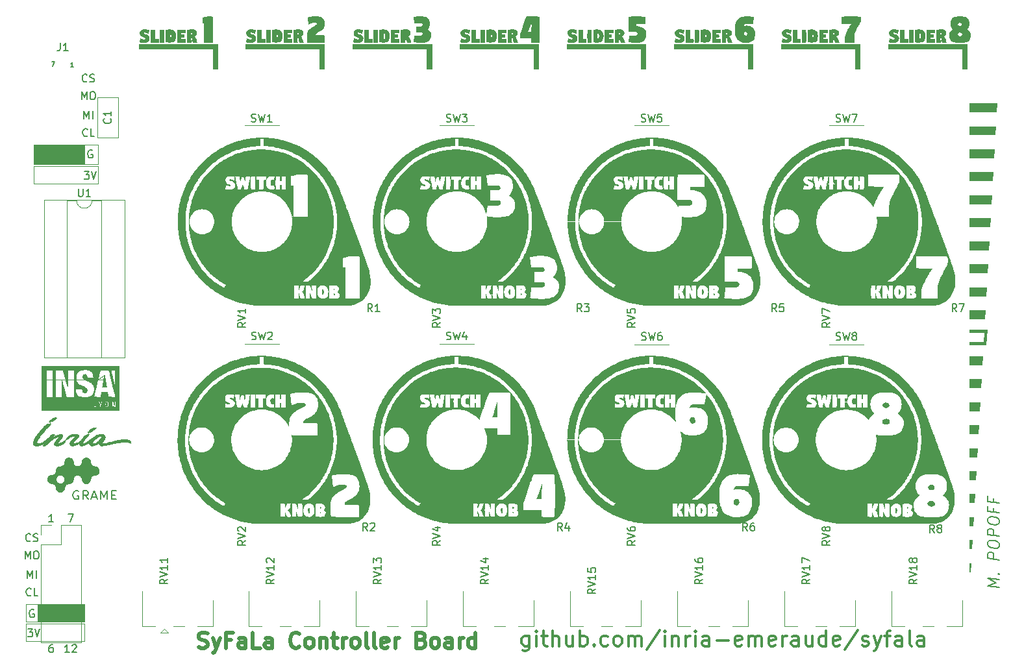
<source format=gbr>
G04 #@! TF.GenerationSoftware,KiCad,Pcbnew,5.1.5+dfsg1-2build2*
G04 #@! TF.CreationDate,2022-10-18T14:32:14+02:00*
G04 #@! TF.ProjectId,controllerBoard,636f6e74-726f-46c6-9c65-72426f617264,rev?*
G04 #@! TF.SameCoordinates,Original*
G04 #@! TF.FileFunction,Legend,Top*
G04 #@! TF.FilePolarity,Positive*
%FSLAX46Y46*%
G04 Gerber Fmt 4.6, Leading zero omitted, Abs format (unit mm)*
G04 Created by KiCad (PCBNEW 5.1.5+dfsg1-2build2) date 2022-10-18 14:32:14*
%MOMM*%
%LPD*%
G04 APERTURE LIST*
%ADD10C,0.180000*%
%ADD11C,0.150000*%
%ADD12C,0.300000*%
%ADD13C,0.120000*%
%ADD14C,0.100000*%
%ADD15C,0.200000*%
%ADD16C,0.500000*%
%ADD17C,0.005884*%
%ADD18C,0.027245*%
%ADD19C,0.018904*%
G04 APERTURE END LIST*
D10*
X49766404Y-79777500D02*
X49647357Y-79725119D01*
X49468785Y-79725119D01*
X49290214Y-79777500D01*
X49171166Y-79882261D01*
X49111642Y-79987023D01*
X49052119Y-80196547D01*
X49052119Y-80353690D01*
X49111642Y-80563214D01*
X49171166Y-80667976D01*
X49290214Y-80772738D01*
X49468785Y-80825119D01*
X49587833Y-80825119D01*
X49766404Y-80772738D01*
X49825928Y-80720357D01*
X49825928Y-80353690D01*
X49587833Y-80353690D01*
X51075928Y-80825119D02*
X50659261Y-80301309D01*
X50361642Y-80825119D02*
X50361642Y-79725119D01*
X50837833Y-79725119D01*
X50956880Y-79777500D01*
X51016404Y-79829880D01*
X51075928Y-79934642D01*
X51075928Y-80091785D01*
X51016404Y-80196547D01*
X50956880Y-80248928D01*
X50837833Y-80301309D01*
X50361642Y-80301309D01*
X51552119Y-80510833D02*
X52147357Y-80510833D01*
X51433071Y-80825119D02*
X51849738Y-79725119D01*
X52266404Y-80825119D01*
X52683071Y-80825119D02*
X52683071Y-79725119D01*
X53099738Y-80510833D01*
X53516404Y-79725119D01*
X53516404Y-80825119D01*
X54111642Y-80248928D02*
X54528309Y-80248928D01*
X54706880Y-80825119D02*
X54111642Y-80825119D01*
X54111642Y-79725119D01*
X54706880Y-79725119D01*
D11*
X169842571Y-92289598D02*
X168342571Y-92102098D01*
X169414000Y-91736026D01*
X168342571Y-91102098D01*
X169842571Y-91289598D01*
X169699714Y-90557455D02*
X169771142Y-90494955D01*
X169842571Y-90575312D01*
X169771142Y-90637812D01*
X169699714Y-90557455D01*
X169842571Y-90575312D01*
X169842571Y-88718169D02*
X168342571Y-88530669D01*
X168342571Y-87959241D01*
X168414000Y-87825312D01*
X168485428Y-87762812D01*
X168628285Y-87709241D01*
X168842571Y-87736026D01*
X168985428Y-87825312D01*
X169056857Y-87905669D01*
X169128285Y-88057455D01*
X169128285Y-88628883D01*
X168342571Y-86744955D02*
X168342571Y-86459241D01*
X168414000Y-86325312D01*
X168556857Y-86200312D01*
X168842571Y-86164598D01*
X169342571Y-86227098D01*
X169628285Y-86334241D01*
X169771142Y-86494955D01*
X169842571Y-86646741D01*
X169842571Y-86932455D01*
X169771142Y-87066383D01*
X169628285Y-87191383D01*
X169342571Y-87227098D01*
X168842571Y-87164598D01*
X168556857Y-87057455D01*
X168414000Y-86896741D01*
X168342571Y-86744955D01*
X169842571Y-85646741D02*
X168342571Y-85459241D01*
X168342571Y-84887812D01*
X168414000Y-84753883D01*
X168485428Y-84691383D01*
X168628285Y-84637812D01*
X168842571Y-84664598D01*
X168985428Y-84753883D01*
X169056857Y-84834241D01*
X169128285Y-84986026D01*
X169128285Y-85557455D01*
X168342571Y-83673526D02*
X168342571Y-83387812D01*
X168414000Y-83253883D01*
X168556857Y-83128883D01*
X168842571Y-83093169D01*
X169342571Y-83155669D01*
X169628285Y-83262812D01*
X169771142Y-83423526D01*
X169842571Y-83575312D01*
X169842571Y-83861026D01*
X169771142Y-83994955D01*
X169628285Y-84119955D01*
X169342571Y-84155669D01*
X168842571Y-84093169D01*
X168556857Y-83986026D01*
X168414000Y-83825312D01*
X168342571Y-83673526D01*
X169056857Y-81977098D02*
X169056857Y-82477098D01*
X169842571Y-82575312D02*
X168342571Y-82387812D01*
X168342571Y-81673526D01*
X169056857Y-80691383D02*
X169056857Y-81191383D01*
X169842571Y-81289598D02*
X168342571Y-81102098D01*
X168342571Y-80387812D01*
D12*
X108524666Y-98631428D02*
X108524666Y-100250476D01*
X108429428Y-100440952D01*
X108334190Y-100536190D01*
X108143714Y-100631428D01*
X107858000Y-100631428D01*
X107667523Y-100536190D01*
X108524666Y-99869523D02*
X108334190Y-99964761D01*
X107953238Y-99964761D01*
X107762761Y-99869523D01*
X107667523Y-99774285D01*
X107572285Y-99583809D01*
X107572285Y-99012380D01*
X107667523Y-98821904D01*
X107762761Y-98726666D01*
X107953238Y-98631428D01*
X108334190Y-98631428D01*
X108524666Y-98726666D01*
X109477047Y-99964761D02*
X109477047Y-98631428D01*
X109477047Y-97964761D02*
X109381809Y-98060000D01*
X109477047Y-98155238D01*
X109572285Y-98060000D01*
X109477047Y-97964761D01*
X109477047Y-98155238D01*
X110143714Y-98631428D02*
X110905619Y-98631428D01*
X110429428Y-97964761D02*
X110429428Y-99679047D01*
X110524666Y-99869523D01*
X110715142Y-99964761D01*
X110905619Y-99964761D01*
X111572285Y-99964761D02*
X111572285Y-97964761D01*
X112429428Y-99964761D02*
X112429428Y-98917142D01*
X112334190Y-98726666D01*
X112143714Y-98631428D01*
X111858000Y-98631428D01*
X111667523Y-98726666D01*
X111572285Y-98821904D01*
X114238952Y-98631428D02*
X114238952Y-99964761D01*
X113381809Y-98631428D02*
X113381809Y-99679047D01*
X113477047Y-99869523D01*
X113667523Y-99964761D01*
X113953238Y-99964761D01*
X114143714Y-99869523D01*
X114238952Y-99774285D01*
X115191333Y-99964761D02*
X115191333Y-97964761D01*
X115191333Y-98726666D02*
X115381809Y-98631428D01*
X115762761Y-98631428D01*
X115953238Y-98726666D01*
X116048476Y-98821904D01*
X116143714Y-99012380D01*
X116143714Y-99583809D01*
X116048476Y-99774285D01*
X115953238Y-99869523D01*
X115762761Y-99964761D01*
X115381809Y-99964761D01*
X115191333Y-99869523D01*
X117000857Y-99774285D02*
X117096095Y-99869523D01*
X117000857Y-99964761D01*
X116905619Y-99869523D01*
X117000857Y-99774285D01*
X117000857Y-99964761D01*
X118810380Y-99869523D02*
X118619904Y-99964761D01*
X118238952Y-99964761D01*
X118048476Y-99869523D01*
X117953238Y-99774285D01*
X117858000Y-99583809D01*
X117858000Y-99012380D01*
X117953238Y-98821904D01*
X118048476Y-98726666D01*
X118238952Y-98631428D01*
X118619904Y-98631428D01*
X118810380Y-98726666D01*
X119953238Y-99964761D02*
X119762761Y-99869523D01*
X119667523Y-99774285D01*
X119572285Y-99583809D01*
X119572285Y-99012380D01*
X119667523Y-98821904D01*
X119762761Y-98726666D01*
X119953238Y-98631428D01*
X120238952Y-98631428D01*
X120429428Y-98726666D01*
X120524666Y-98821904D01*
X120619904Y-99012380D01*
X120619904Y-99583809D01*
X120524666Y-99774285D01*
X120429428Y-99869523D01*
X120238952Y-99964761D01*
X119953238Y-99964761D01*
X121477047Y-99964761D02*
X121477047Y-98631428D01*
X121477047Y-98821904D02*
X121572285Y-98726666D01*
X121762761Y-98631428D01*
X122048476Y-98631428D01*
X122238952Y-98726666D01*
X122334190Y-98917142D01*
X122334190Y-99964761D01*
X122334190Y-98917142D02*
X122429428Y-98726666D01*
X122619904Y-98631428D01*
X122905619Y-98631428D01*
X123096095Y-98726666D01*
X123191333Y-98917142D01*
X123191333Y-99964761D01*
X125572285Y-97869523D02*
X123858000Y-100440952D01*
X126238952Y-99964761D02*
X126238952Y-98631428D01*
X126238952Y-97964761D02*
X126143714Y-98060000D01*
X126238952Y-98155238D01*
X126334190Y-98060000D01*
X126238952Y-97964761D01*
X126238952Y-98155238D01*
X127191333Y-98631428D02*
X127191333Y-99964761D01*
X127191333Y-98821904D02*
X127286571Y-98726666D01*
X127477047Y-98631428D01*
X127762761Y-98631428D01*
X127953238Y-98726666D01*
X128048476Y-98917142D01*
X128048476Y-99964761D01*
X129000857Y-99964761D02*
X129000857Y-98631428D01*
X129000857Y-99012380D02*
X129096095Y-98821904D01*
X129191333Y-98726666D01*
X129381809Y-98631428D01*
X129572285Y-98631428D01*
X130238952Y-99964761D02*
X130238952Y-98631428D01*
X130238952Y-97964761D02*
X130143714Y-98060000D01*
X130238952Y-98155238D01*
X130334190Y-98060000D01*
X130238952Y-97964761D01*
X130238952Y-98155238D01*
X132048476Y-99964761D02*
X132048476Y-98917142D01*
X131953238Y-98726666D01*
X131762761Y-98631428D01*
X131381809Y-98631428D01*
X131191333Y-98726666D01*
X132048476Y-99869523D02*
X131857999Y-99964761D01*
X131381809Y-99964761D01*
X131191333Y-99869523D01*
X131096095Y-99679047D01*
X131096095Y-99488571D01*
X131191333Y-99298095D01*
X131381809Y-99202857D01*
X131857999Y-99202857D01*
X132048476Y-99107619D01*
X133000857Y-99202857D02*
X134524666Y-99202857D01*
X136238952Y-99869523D02*
X136048476Y-99964761D01*
X135667523Y-99964761D01*
X135477047Y-99869523D01*
X135381809Y-99679047D01*
X135381809Y-98917142D01*
X135477047Y-98726666D01*
X135667523Y-98631428D01*
X136048476Y-98631428D01*
X136238952Y-98726666D01*
X136334190Y-98917142D01*
X136334190Y-99107619D01*
X135381809Y-99298095D01*
X137191333Y-99964761D02*
X137191333Y-98631428D01*
X137191333Y-98821904D02*
X137286571Y-98726666D01*
X137477047Y-98631428D01*
X137762761Y-98631428D01*
X137953238Y-98726666D01*
X138048476Y-98917142D01*
X138048476Y-99964761D01*
X138048476Y-98917142D02*
X138143714Y-98726666D01*
X138334190Y-98631428D01*
X138619904Y-98631428D01*
X138810380Y-98726666D01*
X138905619Y-98917142D01*
X138905619Y-99964761D01*
X140619904Y-99869523D02*
X140429428Y-99964761D01*
X140048476Y-99964761D01*
X139858000Y-99869523D01*
X139762761Y-99679047D01*
X139762761Y-98917142D01*
X139858000Y-98726666D01*
X140048476Y-98631428D01*
X140429428Y-98631428D01*
X140619904Y-98726666D01*
X140715142Y-98917142D01*
X140715142Y-99107619D01*
X139762761Y-99298095D01*
X141572285Y-99964761D02*
X141572285Y-98631428D01*
X141572285Y-99012380D02*
X141667523Y-98821904D01*
X141762761Y-98726666D01*
X141953238Y-98631428D01*
X142143714Y-98631428D01*
X143667523Y-99964761D02*
X143667523Y-98917142D01*
X143572285Y-98726666D01*
X143381809Y-98631428D01*
X143000857Y-98631428D01*
X142810380Y-98726666D01*
X143667523Y-99869523D02*
X143477047Y-99964761D01*
X143000857Y-99964761D01*
X142810380Y-99869523D01*
X142715142Y-99679047D01*
X142715142Y-99488571D01*
X142810380Y-99298095D01*
X143000857Y-99202857D01*
X143477047Y-99202857D01*
X143667523Y-99107619D01*
X145477047Y-98631428D02*
X145477047Y-99964761D01*
X144619904Y-98631428D02*
X144619904Y-99679047D01*
X144715142Y-99869523D01*
X144905619Y-99964761D01*
X145191333Y-99964761D01*
X145381809Y-99869523D01*
X145477047Y-99774285D01*
X147286571Y-99964761D02*
X147286571Y-97964761D01*
X147286571Y-99869523D02*
X147096095Y-99964761D01*
X146715142Y-99964761D01*
X146524666Y-99869523D01*
X146429428Y-99774285D01*
X146334190Y-99583809D01*
X146334190Y-99012380D01*
X146429428Y-98821904D01*
X146524666Y-98726666D01*
X146715142Y-98631428D01*
X147096095Y-98631428D01*
X147286571Y-98726666D01*
X149000857Y-99869523D02*
X148810380Y-99964761D01*
X148429428Y-99964761D01*
X148238952Y-99869523D01*
X148143714Y-99679047D01*
X148143714Y-98917142D01*
X148238952Y-98726666D01*
X148429428Y-98631428D01*
X148810380Y-98631428D01*
X149000857Y-98726666D01*
X149096095Y-98917142D01*
X149096095Y-99107619D01*
X148143714Y-99298095D01*
X151381809Y-97869523D02*
X149667523Y-100440952D01*
X151953238Y-99869523D02*
X152143714Y-99964761D01*
X152524666Y-99964761D01*
X152715142Y-99869523D01*
X152810380Y-99679047D01*
X152810380Y-99583809D01*
X152715142Y-99393333D01*
X152524666Y-99298095D01*
X152238952Y-99298095D01*
X152048476Y-99202857D01*
X151953238Y-99012380D01*
X151953238Y-98917142D01*
X152048476Y-98726666D01*
X152238952Y-98631428D01*
X152524666Y-98631428D01*
X152715142Y-98726666D01*
X153477047Y-98631428D02*
X153953238Y-99964761D01*
X154429428Y-98631428D02*
X153953238Y-99964761D01*
X153762761Y-100440952D01*
X153667523Y-100536190D01*
X153477047Y-100631428D01*
X154905619Y-98631428D02*
X155667523Y-98631428D01*
X155191333Y-99964761D02*
X155191333Y-98250476D01*
X155286571Y-98060000D01*
X155477047Y-97964761D01*
X155667523Y-97964761D01*
X157191333Y-99964761D02*
X157191333Y-98917142D01*
X157096095Y-98726666D01*
X156905619Y-98631428D01*
X156524666Y-98631428D01*
X156334190Y-98726666D01*
X157191333Y-99869523D02*
X157000857Y-99964761D01*
X156524666Y-99964761D01*
X156334190Y-99869523D01*
X156238952Y-99679047D01*
X156238952Y-99488571D01*
X156334190Y-99298095D01*
X156524666Y-99202857D01*
X157000857Y-99202857D01*
X157191333Y-99107619D01*
X158429428Y-99964761D02*
X158238952Y-99869523D01*
X158143714Y-99679047D01*
X158143714Y-97964761D01*
X160048476Y-99964761D02*
X160048476Y-98917142D01*
X159953238Y-98726666D01*
X159762761Y-98631428D01*
X159381809Y-98631428D01*
X159191333Y-98726666D01*
X160048476Y-99869523D02*
X159857999Y-99964761D01*
X159381809Y-99964761D01*
X159191333Y-99869523D01*
X159096095Y-99679047D01*
X159096095Y-99488571D01*
X159191333Y-99298095D01*
X159381809Y-99202857D01*
X159857999Y-99202857D01*
X160048476Y-99107619D01*
D13*
X43942000Y-37338000D02*
X43942000Y-39624000D01*
X52324000Y-37338000D02*
X43942000Y-37338000D01*
X52324000Y-39624000D02*
X52324000Y-37338000D01*
X43942000Y-39624000D02*
X52324000Y-39624000D01*
X52324000Y-37084000D02*
X50546000Y-37084000D01*
X52324000Y-34544000D02*
X52324000Y-37084000D01*
X50546000Y-34544000D02*
X52324000Y-34544000D01*
D14*
G36*
X50546000Y-37084000D02*
G01*
X43942000Y-37084000D01*
X43942000Y-34544000D01*
X50546000Y-34544000D01*
X50546000Y-37084000D01*
G37*
X50546000Y-37084000D02*
X43942000Y-37084000D01*
X43942000Y-34544000D01*
X50546000Y-34544000D01*
X50546000Y-37084000D01*
D15*
X51569904Y-35314000D02*
X51474666Y-35266380D01*
X51331809Y-35266380D01*
X51188952Y-35314000D01*
X51093714Y-35409238D01*
X51046095Y-35504476D01*
X50998476Y-35694952D01*
X50998476Y-35837809D01*
X51046095Y-36028285D01*
X51093714Y-36123523D01*
X51188952Y-36218761D01*
X51331809Y-36266380D01*
X51427047Y-36266380D01*
X51569904Y-36218761D01*
X51617523Y-36171142D01*
X51617523Y-35837809D01*
X51427047Y-35837809D01*
X50546095Y-38060380D02*
X51165142Y-38060380D01*
X50831809Y-38441333D01*
X50974666Y-38441333D01*
X51069904Y-38488952D01*
X51117523Y-38536571D01*
X51165142Y-38631809D01*
X51165142Y-38869904D01*
X51117523Y-38965142D01*
X51069904Y-39012761D01*
X50974666Y-39060380D01*
X50688952Y-39060380D01*
X50593714Y-39012761D01*
X50546095Y-38965142D01*
X51450857Y-38060380D02*
X51784190Y-39060380D01*
X52117523Y-38060380D01*
X50958761Y-33377142D02*
X50911142Y-33424761D01*
X50768285Y-33472380D01*
X50673047Y-33472380D01*
X50530190Y-33424761D01*
X50434952Y-33329523D01*
X50387333Y-33234285D01*
X50339714Y-33043809D01*
X50339714Y-32900952D01*
X50387333Y-32710476D01*
X50434952Y-32615238D01*
X50530190Y-32520000D01*
X50673047Y-32472380D01*
X50768285Y-32472380D01*
X50911142Y-32520000D01*
X50958761Y-32567619D01*
X51863523Y-33472380D02*
X51387333Y-33472380D01*
X51387333Y-32472380D01*
X50482571Y-31186380D02*
X50482571Y-30186380D01*
X50815904Y-30900666D01*
X51149238Y-30186380D01*
X51149238Y-31186380D01*
X51625428Y-31186380D02*
X51625428Y-30186380D01*
X50196857Y-28646380D02*
X50196857Y-27646380D01*
X50530190Y-28360666D01*
X50863523Y-27646380D01*
X50863523Y-28646380D01*
X51530190Y-27646380D02*
X51720666Y-27646380D01*
X51815904Y-27694000D01*
X51911142Y-27789238D01*
X51958761Y-27979714D01*
X51958761Y-28313047D01*
X51911142Y-28503523D01*
X51815904Y-28598761D01*
X51720666Y-28646380D01*
X51530190Y-28646380D01*
X51434952Y-28598761D01*
X51339714Y-28503523D01*
X51292095Y-28313047D01*
X51292095Y-27979714D01*
X51339714Y-27789238D01*
X51434952Y-27694000D01*
X51530190Y-27646380D01*
X50887333Y-26265142D02*
X50839714Y-26312761D01*
X50696857Y-26360380D01*
X50601619Y-26360380D01*
X50458761Y-26312761D01*
X50363523Y-26217523D01*
X50315904Y-26122285D01*
X50268285Y-25931809D01*
X50268285Y-25788952D01*
X50315904Y-25598476D01*
X50363523Y-25503238D01*
X50458761Y-25408000D01*
X50601619Y-25360380D01*
X50696857Y-25360380D01*
X50839714Y-25408000D01*
X50887333Y-25455619D01*
X51268285Y-26312761D02*
X51411142Y-26360380D01*
X51649238Y-26360380D01*
X51744476Y-26312761D01*
X51792095Y-26265142D01*
X51839714Y-26169904D01*
X51839714Y-26074666D01*
X51792095Y-25979428D01*
X51744476Y-25931809D01*
X51649238Y-25884190D01*
X51458761Y-25836571D01*
X51363523Y-25788952D01*
X51315904Y-25741333D01*
X51268285Y-25646095D01*
X51268285Y-25550857D01*
X51315904Y-25455619D01*
X51363523Y-25408000D01*
X51458761Y-25360380D01*
X51696857Y-25360380D01*
X51839714Y-25408000D01*
D13*
X50546000Y-97028000D02*
X42926000Y-97028000D01*
X50546000Y-99314000D02*
X50546000Y-97028000D01*
X42926000Y-99314000D02*
X50546000Y-99314000D01*
X42926000Y-99060000D02*
X42926000Y-99314000D01*
X42926000Y-97028000D02*
X42926000Y-99060000D01*
X43180000Y-97028000D02*
X42926000Y-97028000D01*
X42926000Y-96774000D02*
X44450000Y-96774000D01*
X42926000Y-94488000D02*
X42926000Y-96774000D01*
X44450000Y-94488000D02*
X42926000Y-94488000D01*
D14*
G36*
X50546000Y-96774000D02*
G01*
X44450000Y-96774000D01*
X44450000Y-94488000D01*
X50546000Y-94488000D01*
X50546000Y-96774000D01*
G37*
X50546000Y-96774000D02*
X44450000Y-96774000D01*
X44450000Y-94488000D01*
X50546000Y-94488000D01*
X50546000Y-96774000D01*
D16*
X65470761Y-100123523D02*
X65756476Y-100218761D01*
X66232666Y-100218761D01*
X66423142Y-100123523D01*
X66518380Y-100028285D01*
X66613619Y-99837809D01*
X66613619Y-99647333D01*
X66518380Y-99456857D01*
X66423142Y-99361619D01*
X66232666Y-99266380D01*
X65851714Y-99171142D01*
X65661238Y-99075904D01*
X65566000Y-98980666D01*
X65470761Y-98790190D01*
X65470761Y-98599714D01*
X65566000Y-98409238D01*
X65661238Y-98314000D01*
X65851714Y-98218761D01*
X66327904Y-98218761D01*
X66613619Y-98314000D01*
X67280285Y-98885428D02*
X67756476Y-100218761D01*
X68232666Y-98885428D02*
X67756476Y-100218761D01*
X67566000Y-100694952D01*
X67470761Y-100790190D01*
X67280285Y-100885428D01*
X69661238Y-99171142D02*
X68994571Y-99171142D01*
X68994571Y-100218761D02*
X68994571Y-98218761D01*
X69946952Y-98218761D01*
X71566000Y-100218761D02*
X71566000Y-99171142D01*
X71470761Y-98980666D01*
X71280285Y-98885428D01*
X70899333Y-98885428D01*
X70708857Y-98980666D01*
X71566000Y-100123523D02*
X71375523Y-100218761D01*
X70899333Y-100218761D01*
X70708857Y-100123523D01*
X70613619Y-99933047D01*
X70613619Y-99742571D01*
X70708857Y-99552095D01*
X70899333Y-99456857D01*
X71375523Y-99456857D01*
X71566000Y-99361619D01*
X73470761Y-100218761D02*
X72518380Y-100218761D01*
X72518380Y-98218761D01*
X74994571Y-100218761D02*
X74994571Y-99171142D01*
X74899333Y-98980666D01*
X74708857Y-98885428D01*
X74327904Y-98885428D01*
X74137428Y-98980666D01*
X74994571Y-100123523D02*
X74804095Y-100218761D01*
X74327904Y-100218761D01*
X74137428Y-100123523D01*
X74042190Y-99933047D01*
X74042190Y-99742571D01*
X74137428Y-99552095D01*
X74327904Y-99456857D01*
X74804095Y-99456857D01*
X74994571Y-99361619D01*
X78613619Y-100028285D02*
X78518380Y-100123523D01*
X78232666Y-100218761D01*
X78042190Y-100218761D01*
X77756476Y-100123523D01*
X77566000Y-99933047D01*
X77470761Y-99742571D01*
X77375523Y-99361619D01*
X77375523Y-99075904D01*
X77470761Y-98694952D01*
X77566000Y-98504476D01*
X77756476Y-98314000D01*
X78042190Y-98218761D01*
X78232666Y-98218761D01*
X78518380Y-98314000D01*
X78613619Y-98409238D01*
X79756476Y-100218761D02*
X79566000Y-100123523D01*
X79470761Y-100028285D01*
X79375523Y-99837809D01*
X79375523Y-99266380D01*
X79470761Y-99075904D01*
X79566000Y-98980666D01*
X79756476Y-98885428D01*
X80042190Y-98885428D01*
X80232666Y-98980666D01*
X80327904Y-99075904D01*
X80423142Y-99266380D01*
X80423142Y-99837809D01*
X80327904Y-100028285D01*
X80232666Y-100123523D01*
X80042190Y-100218761D01*
X79756476Y-100218761D01*
X81280285Y-98885428D02*
X81280285Y-100218761D01*
X81280285Y-99075904D02*
X81375523Y-98980666D01*
X81566000Y-98885428D01*
X81851714Y-98885428D01*
X82042190Y-98980666D01*
X82137428Y-99171142D01*
X82137428Y-100218761D01*
X82804095Y-98885428D02*
X83566000Y-98885428D01*
X83089809Y-98218761D02*
X83089809Y-99933047D01*
X83185047Y-100123523D01*
X83375523Y-100218761D01*
X83566000Y-100218761D01*
X84232666Y-100218761D02*
X84232666Y-98885428D01*
X84232666Y-99266380D02*
X84327904Y-99075904D01*
X84423142Y-98980666D01*
X84613619Y-98885428D01*
X84804095Y-98885428D01*
X85756476Y-100218761D02*
X85566000Y-100123523D01*
X85470761Y-100028285D01*
X85375523Y-99837809D01*
X85375523Y-99266380D01*
X85470761Y-99075904D01*
X85566000Y-98980666D01*
X85756476Y-98885428D01*
X86042190Y-98885428D01*
X86232666Y-98980666D01*
X86327904Y-99075904D01*
X86423142Y-99266380D01*
X86423142Y-99837809D01*
X86327904Y-100028285D01*
X86232666Y-100123523D01*
X86042190Y-100218761D01*
X85756476Y-100218761D01*
X87566000Y-100218761D02*
X87375523Y-100123523D01*
X87280285Y-99933047D01*
X87280285Y-98218761D01*
X88613619Y-100218761D02*
X88423142Y-100123523D01*
X88327904Y-99933047D01*
X88327904Y-98218761D01*
X90137428Y-100123523D02*
X89946952Y-100218761D01*
X89566000Y-100218761D01*
X89375523Y-100123523D01*
X89280285Y-99933047D01*
X89280285Y-99171142D01*
X89375523Y-98980666D01*
X89566000Y-98885428D01*
X89946952Y-98885428D01*
X90137428Y-98980666D01*
X90232666Y-99171142D01*
X90232666Y-99361619D01*
X89280285Y-99552095D01*
X91089809Y-100218761D02*
X91089809Y-98885428D01*
X91089809Y-99266380D02*
X91185047Y-99075904D01*
X91280285Y-98980666D01*
X91470761Y-98885428D01*
X91661238Y-98885428D01*
X94518380Y-99171142D02*
X94804095Y-99266380D01*
X94899333Y-99361619D01*
X94994571Y-99552095D01*
X94994571Y-99837809D01*
X94899333Y-100028285D01*
X94804095Y-100123523D01*
X94613619Y-100218761D01*
X93851714Y-100218761D01*
X93851714Y-98218761D01*
X94518380Y-98218761D01*
X94708857Y-98314000D01*
X94804095Y-98409238D01*
X94899333Y-98599714D01*
X94899333Y-98790190D01*
X94804095Y-98980666D01*
X94708857Y-99075904D01*
X94518380Y-99171142D01*
X93851714Y-99171142D01*
X96137428Y-100218761D02*
X95946952Y-100123523D01*
X95851714Y-100028285D01*
X95756476Y-99837809D01*
X95756476Y-99266380D01*
X95851714Y-99075904D01*
X95946952Y-98980666D01*
X96137428Y-98885428D01*
X96423142Y-98885428D01*
X96613619Y-98980666D01*
X96708857Y-99075904D01*
X96804095Y-99266380D01*
X96804095Y-99837809D01*
X96708857Y-100028285D01*
X96613619Y-100123523D01*
X96423142Y-100218761D01*
X96137428Y-100218761D01*
X98518380Y-100218761D02*
X98518380Y-99171142D01*
X98423142Y-98980666D01*
X98232666Y-98885428D01*
X97851714Y-98885428D01*
X97661238Y-98980666D01*
X98518380Y-100123523D02*
X98327904Y-100218761D01*
X97851714Y-100218761D01*
X97661238Y-100123523D01*
X97566000Y-99933047D01*
X97566000Y-99742571D01*
X97661238Y-99552095D01*
X97851714Y-99456857D01*
X98327904Y-99456857D01*
X98518380Y-99361619D01*
X99470761Y-100218761D02*
X99470761Y-98885428D01*
X99470761Y-99266380D02*
X99566000Y-99075904D01*
X99661238Y-98980666D01*
X99851714Y-98885428D01*
X100042190Y-98885428D01*
X101566000Y-100218761D02*
X101566000Y-98218761D01*
X101566000Y-100123523D02*
X101375523Y-100218761D01*
X100994571Y-100218761D01*
X100804095Y-100123523D01*
X100708857Y-100028285D01*
X100613619Y-99837809D01*
X100613619Y-99266380D01*
X100708857Y-99075904D01*
X100804095Y-98980666D01*
X100994571Y-98885428D01*
X101375523Y-98885428D01*
X101566000Y-98980666D01*
D15*
X43521333Y-86209142D02*
X43473714Y-86256761D01*
X43330857Y-86304380D01*
X43235619Y-86304380D01*
X43092761Y-86256761D01*
X42997523Y-86161523D01*
X42949904Y-86066285D01*
X42902285Y-85875809D01*
X42902285Y-85732952D01*
X42949904Y-85542476D01*
X42997523Y-85447238D01*
X43092761Y-85352000D01*
X43235619Y-85304380D01*
X43330857Y-85304380D01*
X43473714Y-85352000D01*
X43521333Y-85399619D01*
X43902285Y-86256761D02*
X44045142Y-86304380D01*
X44283238Y-86304380D01*
X44378476Y-86256761D01*
X44426095Y-86209142D01*
X44473714Y-86113904D01*
X44473714Y-86018666D01*
X44426095Y-85923428D01*
X44378476Y-85875809D01*
X44283238Y-85828190D01*
X44092761Y-85780571D01*
X43997523Y-85732952D01*
X43949904Y-85685333D01*
X43902285Y-85590095D01*
X43902285Y-85494857D01*
X43949904Y-85399619D01*
X43997523Y-85352000D01*
X44092761Y-85304380D01*
X44330857Y-85304380D01*
X44473714Y-85352000D01*
X42830857Y-88590380D02*
X42830857Y-87590380D01*
X43164190Y-88304666D01*
X43497523Y-87590380D01*
X43497523Y-88590380D01*
X44164190Y-87590380D02*
X44354666Y-87590380D01*
X44449904Y-87638000D01*
X44545142Y-87733238D01*
X44592761Y-87923714D01*
X44592761Y-88257047D01*
X44545142Y-88447523D01*
X44449904Y-88542761D01*
X44354666Y-88590380D01*
X44164190Y-88590380D01*
X44068952Y-88542761D01*
X43973714Y-88447523D01*
X43926095Y-88257047D01*
X43926095Y-87923714D01*
X43973714Y-87733238D01*
X44068952Y-87638000D01*
X44164190Y-87590380D01*
X43116571Y-91130380D02*
X43116571Y-90130380D01*
X43449904Y-90844666D01*
X43783238Y-90130380D01*
X43783238Y-91130380D01*
X44259428Y-91130380D02*
X44259428Y-90130380D01*
X43592761Y-93321142D02*
X43545142Y-93368761D01*
X43402285Y-93416380D01*
X43307047Y-93416380D01*
X43164190Y-93368761D01*
X43068952Y-93273523D01*
X43021333Y-93178285D01*
X42973714Y-92987809D01*
X42973714Y-92844952D01*
X43021333Y-92654476D01*
X43068952Y-92559238D01*
X43164190Y-92464000D01*
X43307047Y-92416380D01*
X43402285Y-92416380D01*
X43545142Y-92464000D01*
X43592761Y-92511619D01*
X44497523Y-93416380D02*
X44021333Y-93416380D01*
X44021333Y-92416380D01*
D11*
X46282000Y-23750628D02*
X46682000Y-23750628D01*
X46424857Y-24350628D01*
X49142628Y-24401428D02*
X48799771Y-24401428D01*
X48971200Y-24401428D02*
X48971200Y-23801428D01*
X48914057Y-23887142D01*
X48856914Y-23944285D01*
X48799771Y-23972857D01*
D15*
X43180095Y-97750380D02*
X43799142Y-97750380D01*
X43465809Y-98131333D01*
X43608666Y-98131333D01*
X43703904Y-98178952D01*
X43751523Y-98226571D01*
X43799142Y-98321809D01*
X43799142Y-98559904D01*
X43751523Y-98655142D01*
X43703904Y-98702761D01*
X43608666Y-98750380D01*
X43322952Y-98750380D01*
X43227714Y-98702761D01*
X43180095Y-98655142D01*
X44084857Y-97750380D02*
X44418190Y-98750380D01*
X44751523Y-97750380D01*
X43949904Y-95258000D02*
X43854666Y-95210380D01*
X43711809Y-95210380D01*
X43568952Y-95258000D01*
X43473714Y-95353238D01*
X43426095Y-95448476D01*
X43378476Y-95638952D01*
X43378476Y-95781809D01*
X43426095Y-95972285D01*
X43473714Y-96067523D01*
X43568952Y-96162761D01*
X43711809Y-96210380D01*
X43807047Y-96210380D01*
X43949904Y-96162761D01*
X43997523Y-96115142D01*
X43997523Y-95781809D01*
X43807047Y-95781809D01*
X48577523Y-100782380D02*
X48006095Y-100782380D01*
X48291809Y-100782380D02*
X48291809Y-99782380D01*
X48196571Y-99925238D01*
X48101333Y-100020476D01*
X48006095Y-100068095D01*
X48958476Y-99877619D02*
X49006095Y-99830000D01*
X49101333Y-99782380D01*
X49339428Y-99782380D01*
X49434666Y-99830000D01*
X49482285Y-99877619D01*
X49529904Y-99972857D01*
X49529904Y-100068095D01*
X49482285Y-100210952D01*
X48910857Y-100782380D01*
X49529904Y-100782380D01*
X46418476Y-99782380D02*
X46228000Y-99782380D01*
X46132761Y-99830000D01*
X46085142Y-99877619D01*
X45989904Y-100020476D01*
X45942285Y-100210952D01*
X45942285Y-100591904D01*
X45989904Y-100687142D01*
X46037523Y-100734761D01*
X46132761Y-100782380D01*
X46323238Y-100782380D01*
X46418476Y-100734761D01*
X46466095Y-100687142D01*
X46513714Y-100591904D01*
X46513714Y-100353809D01*
X46466095Y-100258571D01*
X46418476Y-100210952D01*
X46323238Y-100163333D01*
X46132761Y-100163333D01*
X46037523Y-100210952D01*
X45989904Y-100258571D01*
X45942285Y-100353809D01*
X48434666Y-82764380D02*
X49101333Y-82764380D01*
X48672761Y-83764380D01*
X46513714Y-83764380D02*
X45942285Y-83764380D01*
X46228000Y-83764380D02*
X46228000Y-82764380D01*
X46132761Y-82907238D01*
X46037523Y-83002476D01*
X45942285Y-83050095D01*
D17*
G36*
X50770066Y-75392825D02*
G01*
X50653105Y-75404337D01*
X50545452Y-75437544D01*
X50449031Y-75490449D01*
X50365767Y-75561057D01*
X50297586Y-75647374D01*
X50246411Y-75747402D01*
X50214168Y-75859148D01*
X50202783Y-75980615D01*
X50188189Y-76082405D01*
X50148073Y-76185184D01*
X50087219Y-76282587D01*
X50010413Y-76368253D01*
X47908650Y-77984904D01*
X47944405Y-78097231D01*
X47956759Y-78215465D01*
X47942540Y-78321900D01*
X47903231Y-78427612D01*
X47843181Y-78526689D01*
X47766737Y-78613218D01*
X47678247Y-78681288D01*
X47582060Y-78724985D01*
X47469400Y-78748285D01*
X47359289Y-78750622D01*
X47253608Y-78732496D01*
X47154236Y-78694412D01*
X47063054Y-78636870D01*
X46981942Y-78560375D01*
X46912733Y-78464227D01*
X46867829Y-78363531D01*
X46845567Y-78260722D01*
X46844288Y-78158236D01*
X46862330Y-78058509D01*
X46898032Y-77963976D01*
X46949733Y-77877072D01*
X47015772Y-77800234D01*
X47094487Y-77735895D01*
X47184219Y-77686492D01*
X47283305Y-77654460D01*
X47390085Y-77642235D01*
X47390085Y-77642265D01*
X47486464Y-77649277D01*
X47586230Y-77674365D01*
X47688284Y-77723216D01*
X47777860Y-77793912D01*
X47852225Y-77882470D01*
X47908650Y-77984904D01*
X50010413Y-76368253D01*
X49922439Y-76435816D01*
X49828084Y-76478915D01*
X49711484Y-76502259D01*
X49596202Y-76503092D01*
X49485441Y-76482013D01*
X49382404Y-76439624D01*
X49290293Y-76376525D01*
X49211231Y-76294619D01*
X49152826Y-76200045D01*
X49112849Y-76088131D01*
X49089066Y-75954205D01*
X49066311Y-75828163D01*
X49028317Y-75717034D01*
X48975646Y-75621359D01*
X48908857Y-75541684D01*
X48828509Y-75478551D01*
X48735162Y-75432505D01*
X48629375Y-75404088D01*
X48511708Y-75393845D01*
X48399387Y-75404654D01*
X48295108Y-75437833D01*
X48200980Y-75491130D01*
X48119113Y-75562297D01*
X48051617Y-75649084D01*
X48000603Y-75749241D01*
X47968179Y-75860518D01*
X47956456Y-75980665D01*
X47942809Y-76073970D01*
X47910675Y-76171205D01*
X47859343Y-76264940D01*
X47796905Y-76342285D01*
X47721812Y-76404272D01*
X47632516Y-76451935D01*
X47527465Y-76486305D01*
X47405112Y-76508415D01*
X47259905Y-76537062D01*
X47135823Y-76583944D01*
X47034404Y-76648299D01*
X46957184Y-76729365D01*
X46895382Y-76831218D01*
X46857960Y-76943052D01*
X46835137Y-77094085D01*
X46813676Y-77212323D01*
X46775499Y-77317457D01*
X46721004Y-77408638D01*
X46650589Y-77485015D01*
X46569280Y-77546442D01*
X46481503Y-77590415D01*
X46377624Y-77620670D01*
X46248006Y-77640945D01*
X46123635Y-77663864D01*
X46016041Y-77702738D01*
X45924606Y-77758041D01*
X45848715Y-77830249D01*
X45787750Y-77919835D01*
X45741096Y-78027275D01*
X45716506Y-78147568D01*
X45720122Y-78272479D01*
X45750049Y-78394298D01*
X45804392Y-78505319D01*
X45881255Y-78597835D01*
X45960095Y-78663128D01*
X46038103Y-78706864D01*
X46133284Y-78736692D01*
X46263642Y-78760265D01*
X46394706Y-78785940D01*
X46504167Y-78821100D01*
X46594209Y-78866847D01*
X46667016Y-78924281D01*
X46724773Y-78994505D01*
X46772716Y-79082145D01*
X46810835Y-79181860D01*
X46836000Y-79283698D01*
X46845083Y-79377705D01*
X46860428Y-79484625D01*
X46904007Y-79588933D01*
X46972142Y-79685416D01*
X47061153Y-79768861D01*
X47167359Y-79834055D01*
X47273672Y-79869856D01*
X47387871Y-79881898D01*
X47504057Y-79871288D01*
X47616328Y-79839132D01*
X47718784Y-79786539D01*
X47805524Y-79714615D01*
X47863995Y-79637585D01*
X47911856Y-79545300D01*
X47944283Y-79449093D01*
X47956454Y-79360295D01*
X47965998Y-79261189D01*
X47991548Y-79158961D01*
X48029976Y-79063268D01*
X48078155Y-78983765D01*
X48139896Y-78916803D01*
X48214596Y-78862055D01*
X48304521Y-78818424D01*
X48411938Y-78784813D01*
X48539112Y-78760125D01*
X48686867Y-78730340D01*
X48800446Y-78687673D01*
X48890790Y-78626551D01*
X48968841Y-78541405D01*
X49017829Y-78460814D01*
X49056537Y-78364580D01*
X49081963Y-78261986D01*
X49091106Y-78162315D01*
X49107162Y-78062664D01*
X49150200Y-77954308D01*
X49212520Y-77852600D01*
X49286425Y-77772895D01*
X49383942Y-77707834D01*
X49490273Y-77664619D01*
X49601820Y-77643915D01*
X49714985Y-77646388D01*
X49826171Y-77672705D01*
X49931070Y-77719626D01*
X50017868Y-77780717D01*
X50087574Y-77857369D01*
X50141201Y-77950973D01*
X50179759Y-78062921D01*
X50204258Y-78194605D01*
X50229095Y-78336661D01*
X50266210Y-78447945D01*
X50319940Y-78538079D01*
X50394626Y-78616685D01*
X50478434Y-78680611D01*
X50562427Y-78721944D01*
X50656379Y-78744180D01*
X50770063Y-78750815D01*
X50886495Y-78742000D01*
X50990144Y-78715649D01*
X51080867Y-78671903D01*
X51158522Y-78610901D01*
X51222965Y-78532785D01*
X51274056Y-78437695D01*
X51311651Y-78325772D01*
X51335608Y-78197155D01*
X51362643Y-78053386D01*
X51405359Y-77935118D01*
X51465146Y-77839450D01*
X51543393Y-77763485D01*
X51641669Y-77701656D01*
X51754028Y-77662891D01*
X51908146Y-77637775D01*
X52036282Y-77614927D01*
X52143436Y-77577695D01*
X52233255Y-77524442D01*
X52309382Y-77453535D01*
X52378309Y-77354325D01*
X52424286Y-77242946D01*
X52446850Y-77124587D01*
X52445541Y-77004441D01*
X52419895Y-76887697D01*
X52369451Y-76779545D01*
X52308036Y-76699773D01*
X52230695Y-76631242D01*
X52141184Y-76576258D01*
X52043260Y-76537127D01*
X51940678Y-76516155D01*
X51803485Y-76496576D01*
X51696707Y-76468876D01*
X51610530Y-76429658D01*
X51535141Y-76375525D01*
X51457829Y-76291783D01*
X51395077Y-76190034D01*
X51352908Y-76082320D01*
X51337346Y-75980685D01*
X51325966Y-75859218D01*
X51293727Y-75747472D01*
X51242553Y-75647444D01*
X51174369Y-75561127D01*
X51091103Y-75490519D01*
X50994680Y-75437614D01*
X50887025Y-75404407D01*
X50770064Y-75392895D01*
X50770066Y-75392825D01*
G37*
X50770066Y-75392825D02*
X50653105Y-75404337D01*
X50545452Y-75437544D01*
X50449031Y-75490449D01*
X50365767Y-75561057D01*
X50297586Y-75647374D01*
X50246411Y-75747402D01*
X50214168Y-75859148D01*
X50202783Y-75980615D01*
X50188189Y-76082405D01*
X50148073Y-76185184D01*
X50087219Y-76282587D01*
X50010413Y-76368253D01*
X47908650Y-77984904D01*
X47944405Y-78097231D01*
X47956759Y-78215465D01*
X47942540Y-78321900D01*
X47903231Y-78427612D01*
X47843181Y-78526689D01*
X47766737Y-78613218D01*
X47678247Y-78681288D01*
X47582060Y-78724985D01*
X47469400Y-78748285D01*
X47359289Y-78750622D01*
X47253608Y-78732496D01*
X47154236Y-78694412D01*
X47063054Y-78636870D01*
X46981942Y-78560375D01*
X46912733Y-78464227D01*
X46867829Y-78363531D01*
X46845567Y-78260722D01*
X46844288Y-78158236D01*
X46862330Y-78058509D01*
X46898032Y-77963976D01*
X46949733Y-77877072D01*
X47015772Y-77800234D01*
X47094487Y-77735895D01*
X47184219Y-77686492D01*
X47283305Y-77654460D01*
X47390085Y-77642235D01*
X47390085Y-77642265D01*
X47486464Y-77649277D01*
X47586230Y-77674365D01*
X47688284Y-77723216D01*
X47777860Y-77793912D01*
X47852225Y-77882470D01*
X47908650Y-77984904D01*
X50010413Y-76368253D01*
X49922439Y-76435816D01*
X49828084Y-76478915D01*
X49711484Y-76502259D01*
X49596202Y-76503092D01*
X49485441Y-76482013D01*
X49382404Y-76439624D01*
X49290293Y-76376525D01*
X49211231Y-76294619D01*
X49152826Y-76200045D01*
X49112849Y-76088131D01*
X49089066Y-75954205D01*
X49066311Y-75828163D01*
X49028317Y-75717034D01*
X48975646Y-75621359D01*
X48908857Y-75541684D01*
X48828509Y-75478551D01*
X48735162Y-75432505D01*
X48629375Y-75404088D01*
X48511708Y-75393845D01*
X48399387Y-75404654D01*
X48295108Y-75437833D01*
X48200980Y-75491130D01*
X48119113Y-75562297D01*
X48051617Y-75649084D01*
X48000603Y-75749241D01*
X47968179Y-75860518D01*
X47956456Y-75980665D01*
X47942809Y-76073970D01*
X47910675Y-76171205D01*
X47859343Y-76264940D01*
X47796905Y-76342285D01*
X47721812Y-76404272D01*
X47632516Y-76451935D01*
X47527465Y-76486305D01*
X47405112Y-76508415D01*
X47259905Y-76537062D01*
X47135823Y-76583944D01*
X47034404Y-76648299D01*
X46957184Y-76729365D01*
X46895382Y-76831218D01*
X46857960Y-76943052D01*
X46835137Y-77094085D01*
X46813676Y-77212323D01*
X46775499Y-77317457D01*
X46721004Y-77408638D01*
X46650589Y-77485015D01*
X46569280Y-77546442D01*
X46481503Y-77590415D01*
X46377624Y-77620670D01*
X46248006Y-77640945D01*
X46123635Y-77663864D01*
X46016041Y-77702738D01*
X45924606Y-77758041D01*
X45848715Y-77830249D01*
X45787750Y-77919835D01*
X45741096Y-78027275D01*
X45716506Y-78147568D01*
X45720122Y-78272479D01*
X45750049Y-78394298D01*
X45804392Y-78505319D01*
X45881255Y-78597835D01*
X45960095Y-78663128D01*
X46038103Y-78706864D01*
X46133284Y-78736692D01*
X46263642Y-78760265D01*
X46394706Y-78785940D01*
X46504167Y-78821100D01*
X46594209Y-78866847D01*
X46667016Y-78924281D01*
X46724773Y-78994505D01*
X46772716Y-79082145D01*
X46810835Y-79181860D01*
X46836000Y-79283698D01*
X46845083Y-79377705D01*
X46860428Y-79484625D01*
X46904007Y-79588933D01*
X46972142Y-79685416D01*
X47061153Y-79768861D01*
X47167359Y-79834055D01*
X47273672Y-79869856D01*
X47387871Y-79881898D01*
X47504057Y-79871288D01*
X47616328Y-79839132D01*
X47718784Y-79786539D01*
X47805524Y-79714615D01*
X47863995Y-79637585D01*
X47911856Y-79545300D01*
X47944283Y-79449093D01*
X47956454Y-79360295D01*
X47965998Y-79261189D01*
X47991548Y-79158961D01*
X48029976Y-79063268D01*
X48078155Y-78983765D01*
X48139896Y-78916803D01*
X48214596Y-78862055D01*
X48304521Y-78818424D01*
X48411938Y-78784813D01*
X48539112Y-78760125D01*
X48686867Y-78730340D01*
X48800446Y-78687673D01*
X48890790Y-78626551D01*
X48968841Y-78541405D01*
X49017829Y-78460814D01*
X49056537Y-78364580D01*
X49081963Y-78261986D01*
X49091106Y-78162315D01*
X49107162Y-78062664D01*
X49150200Y-77954308D01*
X49212520Y-77852600D01*
X49286425Y-77772895D01*
X49383942Y-77707834D01*
X49490273Y-77664619D01*
X49601820Y-77643915D01*
X49714985Y-77646388D01*
X49826171Y-77672705D01*
X49931070Y-77719626D01*
X50017868Y-77780717D01*
X50087574Y-77857369D01*
X50141201Y-77950973D01*
X50179759Y-78062921D01*
X50204258Y-78194605D01*
X50229095Y-78336661D01*
X50266210Y-78447945D01*
X50319940Y-78538079D01*
X50394626Y-78616685D01*
X50478434Y-78680611D01*
X50562427Y-78721944D01*
X50656379Y-78744180D01*
X50770063Y-78750815D01*
X50886495Y-78742000D01*
X50990144Y-78715649D01*
X51080867Y-78671903D01*
X51158522Y-78610901D01*
X51222965Y-78532785D01*
X51274056Y-78437695D01*
X51311651Y-78325772D01*
X51335608Y-78197155D01*
X51362643Y-78053386D01*
X51405359Y-77935118D01*
X51465146Y-77839450D01*
X51543393Y-77763485D01*
X51641669Y-77701656D01*
X51754028Y-77662891D01*
X51908146Y-77637775D01*
X52036282Y-77614927D01*
X52143436Y-77577695D01*
X52233255Y-77524442D01*
X52309382Y-77453535D01*
X52378309Y-77354325D01*
X52424286Y-77242946D01*
X52446850Y-77124587D01*
X52445541Y-77004441D01*
X52419895Y-76887697D01*
X52369451Y-76779545D01*
X52308036Y-76699773D01*
X52230695Y-76631242D01*
X52141184Y-76576258D01*
X52043260Y-76537127D01*
X51940678Y-76516155D01*
X51803485Y-76496576D01*
X51696707Y-76468876D01*
X51610530Y-76429658D01*
X51535141Y-76375525D01*
X51457829Y-76291783D01*
X51395077Y-76190034D01*
X51352908Y-76082320D01*
X51337346Y-75980685D01*
X51325966Y-75859218D01*
X51293727Y-75747472D01*
X51242553Y-75647444D01*
X51174369Y-75561127D01*
X51091103Y-75490519D01*
X50994680Y-75437614D01*
X50887025Y-75404407D01*
X50770064Y-75392895D01*
X50770066Y-75392825D01*
D18*
G36*
X46838413Y-70142238D02*
G01*
X46736352Y-70147130D01*
X46613997Y-70163890D01*
X46496750Y-70189331D01*
X46410015Y-70220270D01*
X46337419Y-70269599D01*
X46236782Y-70352254D01*
X46126296Y-70451843D01*
X46024153Y-70551977D01*
X45948545Y-70636265D01*
X45936690Y-70675565D01*
X46036911Y-70683290D01*
X46068951Y-70680190D01*
X46068951Y-70944773D01*
X46005501Y-70939771D01*
X45928391Y-70943740D01*
X45807280Y-70963792D01*
X45685340Y-70998644D01*
X45577508Y-71046576D01*
X45542249Y-71071840D01*
X45489955Y-71116903D01*
X45422679Y-71179666D01*
X45342473Y-71258033D01*
X45251390Y-71349908D01*
X45151485Y-71453194D01*
X45044809Y-71565794D01*
X44933416Y-71685611D01*
X44819360Y-71810549D01*
X44704693Y-71938511D01*
X44618452Y-72038623D01*
X44532072Y-72144522D01*
X44446707Y-72254531D01*
X44363511Y-72366976D01*
X44283638Y-72480179D01*
X44208241Y-72592464D01*
X44138476Y-72702156D01*
X44075495Y-72807579D01*
X44020454Y-72907056D01*
X43974505Y-72998911D01*
X43917538Y-73126993D01*
X43884328Y-73225122D01*
X43868560Y-73318150D01*
X43863917Y-73430926D01*
X43866872Y-73574264D01*
X43893149Y-73651187D01*
X43963653Y-73723932D01*
X44043830Y-73788713D01*
X44133837Y-73812851D01*
X44305234Y-73816432D01*
X44422025Y-73812289D01*
X44535192Y-73799329D01*
X44647454Y-73776763D01*
X44761533Y-73743797D01*
X44880149Y-73699641D01*
X45006023Y-73643501D01*
X45141875Y-73574587D01*
X45285984Y-73502536D01*
X45345997Y-73482086D01*
X45313955Y-73535706D01*
X45236960Y-73642283D01*
X45159965Y-73748993D01*
X45127923Y-73801446D01*
X45168333Y-73812277D01*
X45265382Y-73816432D01*
X45388270Y-73803380D01*
X45499957Y-73764186D01*
X45600551Y-73698792D01*
X45690162Y-73607143D01*
X45750014Y-73539730D01*
X45827780Y-73463256D01*
X45920420Y-73380016D01*
X46024895Y-73292303D01*
X46138164Y-73202410D01*
X46257187Y-73112630D01*
X46378923Y-73025257D01*
X46500335Y-72942584D01*
X46618380Y-72866904D01*
X46730019Y-72800510D01*
X46832212Y-72745697D01*
X46959932Y-72690183D01*
X47068157Y-72658382D01*
X47143158Y-72653057D01*
X47171209Y-72676967D01*
X47141116Y-72732936D01*
X47062218Y-72843386D01*
X46951584Y-72984442D01*
X46827766Y-73139764D01*
X46735141Y-73264473D01*
X46669838Y-73365213D01*
X46627987Y-73448632D01*
X46605714Y-73521375D01*
X46599151Y-73590090D01*
X46613018Y-73686774D01*
X46659126Y-73752337D01*
X46744234Y-73792199D01*
X46875103Y-73811782D01*
X46983158Y-73812180D01*
X47098970Y-73799102D01*
X47219948Y-73773550D01*
X47343500Y-73736526D01*
X47467033Y-73689031D01*
X47587957Y-73632068D01*
X47703679Y-73566639D01*
X47811606Y-73493746D01*
X47909148Y-73414390D01*
X47996013Y-73329388D01*
X48034373Y-73264286D01*
X48042990Y-73187530D01*
X48037823Y-73114666D01*
X48187684Y-72984959D01*
X48196986Y-73035085D01*
X48260583Y-72999619D01*
X48388706Y-72889874D01*
X48503112Y-72787795D01*
X48602542Y-72713038D01*
X48697367Y-72661059D01*
X48797957Y-72627315D01*
X48914683Y-72607260D01*
X49057915Y-72596352D01*
X49201024Y-72592525D01*
X49291791Y-72597265D01*
X49323532Y-72610304D01*
X49281459Y-72668298D01*
X49180389Y-72769468D01*
X49072369Y-72873646D01*
X48966154Y-72984401D01*
X48867890Y-73094562D01*
X48783718Y-73196961D01*
X48719783Y-73284429D01*
X48682228Y-73349794D01*
X48648058Y-73459453D01*
X48644815Y-73557090D01*
X48672403Y-73642375D01*
X48730726Y-73714980D01*
X48819687Y-73774575D01*
X48819687Y-73775091D01*
X48897347Y-73801647D01*
X48993427Y-73813603D01*
X49102972Y-73811092D01*
X49221032Y-73794249D01*
X49342653Y-73763206D01*
X49488960Y-73710494D01*
X49631172Y-73648240D01*
X49743458Y-73588821D01*
X49799989Y-73544614D01*
X49847514Y-73522199D01*
X49868719Y-73610243D01*
X49884843Y-73690350D01*
X49931226Y-73751611D01*
X50004885Y-73793359D01*
X50102836Y-73814924D01*
X50222095Y-73815638D01*
X50359680Y-73794832D01*
X50512607Y-73751837D01*
X50640403Y-73706458D01*
X50739145Y-73663889D01*
X50840632Y-73608450D01*
X50976661Y-73524461D01*
X51080743Y-73461461D01*
X51133241Y-73435060D01*
X51149261Y-73504824D01*
X51171275Y-73610676D01*
X51229348Y-73707662D01*
X51311525Y-73775608D01*
X51400304Y-73806059D01*
X51507482Y-73817621D01*
X51628431Y-73811665D01*
X51758526Y-73789561D01*
X51758526Y-73539447D01*
X51650270Y-73514188D01*
X51612281Y-73420591D01*
X51628133Y-73358567D01*
X51672425Y-73275273D01*
X51740262Y-73177721D01*
X51826749Y-73072927D01*
X51926991Y-72967905D01*
X52031564Y-72874069D01*
X52141450Y-72789721D01*
X52253203Y-72716052D01*
X52363375Y-72654248D01*
X52468520Y-72605498D01*
X52565192Y-72570989D01*
X52649944Y-72551910D01*
X52741992Y-72553367D01*
X52794416Y-72590669D01*
X52797739Y-72667149D01*
X52766676Y-72740855D01*
X52709350Y-72828972D01*
X52630610Y-72926998D01*
X52535305Y-73030433D01*
X52428286Y-73134775D01*
X52314401Y-73235525D01*
X52198500Y-73328181D01*
X52085434Y-73408241D01*
X51980050Y-73471206D01*
X51887200Y-73512575D01*
X51761110Y-73539963D01*
X51761110Y-73789044D01*
X51883436Y-73755783D01*
X52005973Y-73710746D01*
X52125322Y-73654214D01*
X52238083Y-73586472D01*
X52376367Y-73500780D01*
X52440808Y-73489341D01*
X52456674Y-73547715D01*
X52472184Y-73626218D01*
X52520193Y-73695645D01*
X52602918Y-73759588D01*
X52649163Y-73784648D01*
X52699346Y-73802781D01*
X52758387Y-73813506D01*
X52831202Y-73816342D01*
X52922712Y-73810808D01*
X53037834Y-73796422D01*
X53181487Y-73772703D01*
X53358590Y-73739169D01*
X53574061Y-73695339D01*
X53832818Y-73640733D01*
X53905684Y-73624824D01*
X54018171Y-73599861D01*
X54145977Y-73571486D01*
X54340412Y-73529136D01*
X54524752Y-73490827D01*
X54699335Y-73456528D01*
X54864498Y-73426206D01*
X55020580Y-73399832D01*
X55167917Y-73377372D01*
X55306848Y-73358797D01*
X55437711Y-73344074D01*
X55560842Y-73333173D01*
X55676581Y-73326062D01*
X55785264Y-73322709D01*
X55887230Y-73323083D01*
X55982817Y-73327154D01*
X56072361Y-73334888D01*
X56156201Y-73346256D01*
X56234674Y-73361226D01*
X56308119Y-73379766D01*
X56449914Y-73425799D01*
X56529294Y-73461932D01*
X56577312Y-73455925D01*
X56577870Y-73335325D01*
X56547475Y-73251089D01*
X56482986Y-73174530D01*
X56385453Y-73106668D01*
X56255926Y-73048521D01*
X56186901Y-73027077D01*
X56110192Y-73010379D01*
X56025687Y-72998434D01*
X55933279Y-72991252D01*
X55832859Y-72988843D01*
X55724318Y-72991217D01*
X55607547Y-72998384D01*
X55482437Y-73010352D01*
X55348880Y-73027131D01*
X55206767Y-73048732D01*
X55055989Y-73075164D01*
X54896437Y-73106435D01*
X54728003Y-73142557D01*
X54550577Y-73183538D01*
X54364051Y-73229388D01*
X54055267Y-73307264D01*
X53794949Y-73372398D01*
X53578714Y-73425610D01*
X53402175Y-73467720D01*
X53260949Y-73499547D01*
X53150651Y-73521911D01*
X53066897Y-73535631D01*
X53005303Y-73541528D01*
X52961482Y-73540421D01*
X52931052Y-73533130D01*
X52909627Y-73520474D01*
X52892824Y-73503273D01*
X52876370Y-73465094D01*
X52883236Y-73409017D01*
X52917242Y-73325726D01*
X52982209Y-73205910D01*
X53081959Y-73040252D01*
X53160024Y-72909117D01*
X53206026Y-72815734D01*
X53227848Y-72740430D01*
X53233371Y-72663531D01*
X53216913Y-72538900D01*
X53135703Y-72442356D01*
X53058051Y-72387889D01*
X52962104Y-72349936D01*
X52845865Y-72328260D01*
X52707337Y-72322627D01*
X52544524Y-72332802D01*
X52437950Y-72347485D01*
X52333862Y-72369780D01*
X52230962Y-72400360D01*
X52127956Y-72439897D01*
X52023544Y-72489060D01*
X51916431Y-72548523D01*
X51805321Y-72618956D01*
X51688915Y-72701031D01*
X51565917Y-72795419D01*
X51435031Y-72902793D01*
X51302992Y-73011488D01*
X51177227Y-73109604D01*
X51058079Y-73196940D01*
X50945891Y-73273290D01*
X50841008Y-73338452D01*
X50743774Y-73392222D01*
X50654531Y-73434398D01*
X50573625Y-73464775D01*
X50501397Y-73483150D01*
X50438193Y-73489321D01*
X50351604Y-73478928D01*
X50331739Y-73433510D01*
X50340211Y-73381389D01*
X50366071Y-73316241D01*
X50409992Y-73237122D01*
X50472642Y-73143089D01*
X50554693Y-73033198D01*
X50656815Y-72906504D01*
X50779677Y-72762065D01*
X50923951Y-72598936D01*
X51035779Y-72467936D01*
X51105312Y-72373035D01*
X51120322Y-72330735D01*
X51097584Y-72327634D01*
X51097584Y-72071319D01*
X51116704Y-72072870D01*
X51205955Y-72065360D01*
X51293715Y-72042233D01*
X51382838Y-72002590D01*
X51455710Y-71958186D01*
X51553052Y-71891159D01*
X51664063Y-71809802D01*
X51777943Y-71722414D01*
X51883892Y-71637289D01*
X51971109Y-71562723D01*
X52028793Y-71507013D01*
X52061184Y-71458540D01*
X52005022Y-71439317D01*
X51911884Y-71440410D01*
X51774169Y-71459524D01*
X51637288Y-71488689D01*
X51546652Y-71519932D01*
X51484264Y-71567371D01*
X51382613Y-71655972D01*
X51263119Y-71765669D01*
X51147205Y-71876396D01*
X51056292Y-71968087D01*
X51011801Y-72020676D01*
X51010793Y-72061549D01*
X51095517Y-72071319D01*
X51095517Y-72327634D01*
X51051592Y-72321950D01*
X50937051Y-72334622D01*
X50810635Y-72363235D01*
X50705877Y-72402048D01*
X50638325Y-72445418D01*
X50558773Y-72512153D01*
X50470001Y-72599340D01*
X50374793Y-72704065D01*
X50275929Y-72823413D01*
X50176193Y-72954470D01*
X50098270Y-73058912D01*
X50030680Y-73145569D01*
X49988091Y-73195798D01*
X49920364Y-73247101D01*
X49811822Y-73309988D01*
X49679135Y-73376580D01*
X49538967Y-73439000D01*
X49407987Y-73489369D01*
X49302862Y-73519810D01*
X49152927Y-73541716D01*
X49086854Y-73509474D01*
X49055478Y-73459511D01*
X49080136Y-73391652D01*
X49109276Y-73351116D01*
X49166991Y-73281971D01*
X49247086Y-73191236D01*
X49343362Y-73085931D01*
X49449623Y-72973073D01*
X49595435Y-72818307D01*
X49698128Y-72702447D01*
X49763945Y-72616052D01*
X49799129Y-72549681D01*
X49809924Y-72493896D01*
X49802573Y-72439256D01*
X49779082Y-72392484D01*
X49725878Y-72361562D01*
X49626955Y-72343433D01*
X49466308Y-72335038D01*
X49227931Y-72333319D01*
X49041616Y-72334976D01*
X48912786Y-72339954D01*
X48823369Y-72350409D01*
X48755296Y-72368494D01*
X48690496Y-72396364D01*
X48592229Y-72459039D01*
X48480670Y-72552926D01*
X48369714Y-72663151D01*
X48273256Y-72774839D01*
X48205192Y-72873113D01*
X48179416Y-72943101D01*
X48187167Y-72983925D01*
X48037823Y-73113633D01*
X48025420Y-73081077D01*
X47978812Y-73108969D01*
X47891578Y-73176161D01*
X47775606Y-73261478D01*
X47648456Y-73338755D01*
X47517669Y-73405214D01*
X47390783Y-73458074D01*
X47275336Y-73494557D01*
X47178869Y-73511884D01*
X47108918Y-73507275D01*
X47073024Y-73477952D01*
X47073060Y-73437845D01*
X47098672Y-73377573D01*
X47152171Y-73293532D01*
X47235869Y-73182120D01*
X47352076Y-73039736D01*
X47488841Y-72873824D01*
X47580980Y-72753735D01*
X47637706Y-72665132D01*
X47668233Y-72593678D01*
X47681772Y-72525038D01*
X47680777Y-72426574D01*
X47642236Y-72368089D01*
X47553830Y-72341053D01*
X47403236Y-72336936D01*
X47306079Y-72344038D01*
X47207123Y-72360268D01*
X47105916Y-72385813D01*
X47002005Y-72420860D01*
X46894937Y-72465597D01*
X46784259Y-72520210D01*
X46669518Y-72584887D01*
X46550261Y-72659815D01*
X46426035Y-72745180D01*
X46328955Y-72807575D01*
X46280824Y-72825795D01*
X46298596Y-72789282D01*
X46358159Y-72706478D01*
X46446705Y-72595318D01*
X46537226Y-72483677D01*
X46601864Y-72399756D01*
X46626539Y-72361741D01*
X46582224Y-72349873D01*
X46475644Y-72345204D01*
X46366417Y-72353557D01*
X46269581Y-72379150D01*
X46183485Y-72422789D01*
X46106479Y-72485275D01*
X46036911Y-72567413D01*
X45963434Y-72662022D01*
X45879807Y-72756527D01*
X45787493Y-72849979D01*
X45687952Y-72941428D01*
X45582648Y-73029925D01*
X45473041Y-73114519D01*
X45360593Y-73194262D01*
X45246767Y-73268203D01*
X45133023Y-73335393D01*
X45020825Y-73394883D01*
X44911632Y-73445722D01*
X44806908Y-73486961D01*
X44708113Y-73517650D01*
X44616710Y-73536840D01*
X44534161Y-73543581D01*
X44418222Y-73511377D01*
X44339002Y-73431807D01*
X44323321Y-73331708D01*
X44340228Y-73277403D01*
X44366067Y-73214524D01*
X44400359Y-73143713D01*
X44442621Y-73065609D01*
X44492374Y-72980855D01*
X44549136Y-72890092D01*
X44612427Y-72793959D01*
X44681766Y-72693099D01*
X44756672Y-72588152D01*
X44836665Y-72479759D01*
X44921263Y-72368561D01*
X45009986Y-72255200D01*
X45102353Y-72140316D01*
X45197883Y-72024550D01*
X45296096Y-71908543D01*
X45396510Y-71792937D01*
X45498645Y-71678371D01*
X45602020Y-71565488D01*
X45706155Y-71454928D01*
X45810568Y-71347333D01*
X45937010Y-71216788D01*
X46040525Y-71105574D01*
X46110452Y-71025452D01*
X46136130Y-70988181D01*
X46069984Y-70944773D01*
X46069984Y-70680190D01*
X46174769Y-70665414D01*
X46283450Y-70633280D01*
X46393918Y-70584164D01*
X46504066Y-70518443D01*
X46602357Y-70445767D01*
X46707423Y-70358631D01*
X46802825Y-70271970D01*
X46872122Y-70200718D01*
X46898874Y-70159808D01*
X46838413Y-70142238D01*
G37*
X46838413Y-70142238D02*
X46736352Y-70147130D01*
X46613997Y-70163890D01*
X46496750Y-70189331D01*
X46410015Y-70220270D01*
X46337419Y-70269599D01*
X46236782Y-70352254D01*
X46126296Y-70451843D01*
X46024153Y-70551977D01*
X45948545Y-70636265D01*
X45936690Y-70675565D01*
X46036911Y-70683290D01*
X46068951Y-70680190D01*
X46068951Y-70944773D01*
X46005501Y-70939771D01*
X45928391Y-70943740D01*
X45807280Y-70963792D01*
X45685340Y-70998644D01*
X45577508Y-71046576D01*
X45542249Y-71071840D01*
X45489955Y-71116903D01*
X45422679Y-71179666D01*
X45342473Y-71258033D01*
X45251390Y-71349908D01*
X45151485Y-71453194D01*
X45044809Y-71565794D01*
X44933416Y-71685611D01*
X44819360Y-71810549D01*
X44704693Y-71938511D01*
X44618452Y-72038623D01*
X44532072Y-72144522D01*
X44446707Y-72254531D01*
X44363511Y-72366976D01*
X44283638Y-72480179D01*
X44208241Y-72592464D01*
X44138476Y-72702156D01*
X44075495Y-72807579D01*
X44020454Y-72907056D01*
X43974505Y-72998911D01*
X43917538Y-73126993D01*
X43884328Y-73225122D01*
X43868560Y-73318150D01*
X43863917Y-73430926D01*
X43866872Y-73574264D01*
X43893149Y-73651187D01*
X43963653Y-73723932D01*
X44043830Y-73788713D01*
X44133837Y-73812851D01*
X44305234Y-73816432D01*
X44422025Y-73812289D01*
X44535192Y-73799329D01*
X44647454Y-73776763D01*
X44761533Y-73743797D01*
X44880149Y-73699641D01*
X45006023Y-73643501D01*
X45141875Y-73574587D01*
X45285984Y-73502536D01*
X45345997Y-73482086D01*
X45313955Y-73535706D01*
X45236960Y-73642283D01*
X45159965Y-73748993D01*
X45127923Y-73801446D01*
X45168333Y-73812277D01*
X45265382Y-73816432D01*
X45388270Y-73803380D01*
X45499957Y-73764186D01*
X45600551Y-73698792D01*
X45690162Y-73607143D01*
X45750014Y-73539730D01*
X45827780Y-73463256D01*
X45920420Y-73380016D01*
X46024895Y-73292303D01*
X46138164Y-73202410D01*
X46257187Y-73112630D01*
X46378923Y-73025257D01*
X46500335Y-72942584D01*
X46618380Y-72866904D01*
X46730019Y-72800510D01*
X46832212Y-72745697D01*
X46959932Y-72690183D01*
X47068157Y-72658382D01*
X47143158Y-72653057D01*
X47171209Y-72676967D01*
X47141116Y-72732936D01*
X47062218Y-72843386D01*
X46951584Y-72984442D01*
X46827766Y-73139764D01*
X46735141Y-73264473D01*
X46669838Y-73365213D01*
X46627987Y-73448632D01*
X46605714Y-73521375D01*
X46599151Y-73590090D01*
X46613018Y-73686774D01*
X46659126Y-73752337D01*
X46744234Y-73792199D01*
X46875103Y-73811782D01*
X46983158Y-73812180D01*
X47098970Y-73799102D01*
X47219948Y-73773550D01*
X47343500Y-73736526D01*
X47467033Y-73689031D01*
X47587957Y-73632068D01*
X47703679Y-73566639D01*
X47811606Y-73493746D01*
X47909148Y-73414390D01*
X47996013Y-73329388D01*
X48034373Y-73264286D01*
X48042990Y-73187530D01*
X48037823Y-73114666D01*
X48187684Y-72984959D01*
X48196986Y-73035085D01*
X48260583Y-72999619D01*
X48388706Y-72889874D01*
X48503112Y-72787795D01*
X48602542Y-72713038D01*
X48697367Y-72661059D01*
X48797957Y-72627315D01*
X48914683Y-72607260D01*
X49057915Y-72596352D01*
X49201024Y-72592525D01*
X49291791Y-72597265D01*
X49323532Y-72610304D01*
X49281459Y-72668298D01*
X49180389Y-72769468D01*
X49072369Y-72873646D01*
X48966154Y-72984401D01*
X48867890Y-73094562D01*
X48783718Y-73196961D01*
X48719783Y-73284429D01*
X48682228Y-73349794D01*
X48648058Y-73459453D01*
X48644815Y-73557090D01*
X48672403Y-73642375D01*
X48730726Y-73714980D01*
X48819687Y-73774575D01*
X48819687Y-73775091D01*
X48897347Y-73801647D01*
X48993427Y-73813603D01*
X49102972Y-73811092D01*
X49221032Y-73794249D01*
X49342653Y-73763206D01*
X49488960Y-73710494D01*
X49631172Y-73648240D01*
X49743458Y-73588821D01*
X49799989Y-73544614D01*
X49847514Y-73522199D01*
X49868719Y-73610243D01*
X49884843Y-73690350D01*
X49931226Y-73751611D01*
X50004885Y-73793359D01*
X50102836Y-73814924D01*
X50222095Y-73815638D01*
X50359680Y-73794832D01*
X50512607Y-73751837D01*
X50640403Y-73706458D01*
X50739145Y-73663889D01*
X50840632Y-73608450D01*
X50976661Y-73524461D01*
X51080743Y-73461461D01*
X51133241Y-73435060D01*
X51149261Y-73504824D01*
X51171275Y-73610676D01*
X51229348Y-73707662D01*
X51311525Y-73775608D01*
X51400304Y-73806059D01*
X51507482Y-73817621D01*
X51628431Y-73811665D01*
X51758526Y-73789561D01*
X51758526Y-73539447D01*
X51650270Y-73514188D01*
X51612281Y-73420591D01*
X51628133Y-73358567D01*
X51672425Y-73275273D01*
X51740262Y-73177721D01*
X51826749Y-73072927D01*
X51926991Y-72967905D01*
X52031564Y-72874069D01*
X52141450Y-72789721D01*
X52253203Y-72716052D01*
X52363375Y-72654248D01*
X52468520Y-72605498D01*
X52565192Y-72570989D01*
X52649944Y-72551910D01*
X52741992Y-72553367D01*
X52794416Y-72590669D01*
X52797739Y-72667149D01*
X52766676Y-72740855D01*
X52709350Y-72828972D01*
X52630610Y-72926998D01*
X52535305Y-73030433D01*
X52428286Y-73134775D01*
X52314401Y-73235525D01*
X52198500Y-73328181D01*
X52085434Y-73408241D01*
X51980050Y-73471206D01*
X51887200Y-73512575D01*
X51761110Y-73539963D01*
X51761110Y-73789044D01*
X51883436Y-73755783D01*
X52005973Y-73710746D01*
X52125322Y-73654214D01*
X52238083Y-73586472D01*
X52376367Y-73500780D01*
X52440808Y-73489341D01*
X52456674Y-73547715D01*
X52472184Y-73626218D01*
X52520193Y-73695645D01*
X52602918Y-73759588D01*
X52649163Y-73784648D01*
X52699346Y-73802781D01*
X52758387Y-73813506D01*
X52831202Y-73816342D01*
X52922712Y-73810808D01*
X53037834Y-73796422D01*
X53181487Y-73772703D01*
X53358590Y-73739169D01*
X53574061Y-73695339D01*
X53832818Y-73640733D01*
X53905684Y-73624824D01*
X54018171Y-73599861D01*
X54145977Y-73571486D01*
X54340412Y-73529136D01*
X54524752Y-73490827D01*
X54699335Y-73456528D01*
X54864498Y-73426206D01*
X55020580Y-73399832D01*
X55167917Y-73377372D01*
X55306848Y-73358797D01*
X55437711Y-73344074D01*
X55560842Y-73333173D01*
X55676581Y-73326062D01*
X55785264Y-73322709D01*
X55887230Y-73323083D01*
X55982817Y-73327154D01*
X56072361Y-73334888D01*
X56156201Y-73346256D01*
X56234674Y-73361226D01*
X56308119Y-73379766D01*
X56449914Y-73425799D01*
X56529294Y-73461932D01*
X56577312Y-73455925D01*
X56577870Y-73335325D01*
X56547475Y-73251089D01*
X56482986Y-73174530D01*
X56385453Y-73106668D01*
X56255926Y-73048521D01*
X56186901Y-73027077D01*
X56110192Y-73010379D01*
X56025687Y-72998434D01*
X55933279Y-72991252D01*
X55832859Y-72988843D01*
X55724318Y-72991217D01*
X55607547Y-72998384D01*
X55482437Y-73010352D01*
X55348880Y-73027131D01*
X55206767Y-73048732D01*
X55055989Y-73075164D01*
X54896437Y-73106435D01*
X54728003Y-73142557D01*
X54550577Y-73183538D01*
X54364051Y-73229388D01*
X54055267Y-73307264D01*
X53794949Y-73372398D01*
X53578714Y-73425610D01*
X53402175Y-73467720D01*
X53260949Y-73499547D01*
X53150651Y-73521911D01*
X53066897Y-73535631D01*
X53005303Y-73541528D01*
X52961482Y-73540421D01*
X52931052Y-73533130D01*
X52909627Y-73520474D01*
X52892824Y-73503273D01*
X52876370Y-73465094D01*
X52883236Y-73409017D01*
X52917242Y-73325726D01*
X52982209Y-73205910D01*
X53081959Y-73040252D01*
X53160024Y-72909117D01*
X53206026Y-72815734D01*
X53227848Y-72740430D01*
X53233371Y-72663531D01*
X53216913Y-72538900D01*
X53135703Y-72442356D01*
X53058051Y-72387889D01*
X52962104Y-72349936D01*
X52845865Y-72328260D01*
X52707337Y-72322627D01*
X52544524Y-72332802D01*
X52437950Y-72347485D01*
X52333862Y-72369780D01*
X52230962Y-72400360D01*
X52127956Y-72439897D01*
X52023544Y-72489060D01*
X51916431Y-72548523D01*
X51805321Y-72618956D01*
X51688915Y-72701031D01*
X51565917Y-72795419D01*
X51435031Y-72902793D01*
X51302992Y-73011488D01*
X51177227Y-73109604D01*
X51058079Y-73196940D01*
X50945891Y-73273290D01*
X50841008Y-73338452D01*
X50743774Y-73392222D01*
X50654531Y-73434398D01*
X50573625Y-73464775D01*
X50501397Y-73483150D01*
X50438193Y-73489321D01*
X50351604Y-73478928D01*
X50331739Y-73433510D01*
X50340211Y-73381389D01*
X50366071Y-73316241D01*
X50409992Y-73237122D01*
X50472642Y-73143089D01*
X50554693Y-73033198D01*
X50656815Y-72906504D01*
X50779677Y-72762065D01*
X50923951Y-72598936D01*
X51035779Y-72467936D01*
X51105312Y-72373035D01*
X51120322Y-72330735D01*
X51097584Y-72327634D01*
X51097584Y-72071319D01*
X51116704Y-72072870D01*
X51205955Y-72065360D01*
X51293715Y-72042233D01*
X51382838Y-72002590D01*
X51455710Y-71958186D01*
X51553052Y-71891159D01*
X51664063Y-71809802D01*
X51777943Y-71722414D01*
X51883892Y-71637289D01*
X51971109Y-71562723D01*
X52028793Y-71507013D01*
X52061184Y-71458540D01*
X52005022Y-71439317D01*
X51911884Y-71440410D01*
X51774169Y-71459524D01*
X51637288Y-71488689D01*
X51546652Y-71519932D01*
X51484264Y-71567371D01*
X51382613Y-71655972D01*
X51263119Y-71765669D01*
X51147205Y-71876396D01*
X51056292Y-71968087D01*
X51011801Y-72020676D01*
X51010793Y-72061549D01*
X51095517Y-72071319D01*
X51095517Y-72327634D01*
X51051592Y-72321950D01*
X50937051Y-72334622D01*
X50810635Y-72363235D01*
X50705877Y-72402048D01*
X50638325Y-72445418D01*
X50558773Y-72512153D01*
X50470001Y-72599340D01*
X50374793Y-72704065D01*
X50275929Y-72823413D01*
X50176193Y-72954470D01*
X50098270Y-73058912D01*
X50030680Y-73145569D01*
X49988091Y-73195798D01*
X49920364Y-73247101D01*
X49811822Y-73309988D01*
X49679135Y-73376580D01*
X49538967Y-73439000D01*
X49407987Y-73489369D01*
X49302862Y-73519810D01*
X49152927Y-73541716D01*
X49086854Y-73509474D01*
X49055478Y-73459511D01*
X49080136Y-73391652D01*
X49109276Y-73351116D01*
X49166991Y-73281971D01*
X49247086Y-73191236D01*
X49343362Y-73085931D01*
X49449623Y-72973073D01*
X49595435Y-72818307D01*
X49698128Y-72702447D01*
X49763945Y-72616052D01*
X49799129Y-72549681D01*
X49809924Y-72493896D01*
X49802573Y-72439256D01*
X49779082Y-72392484D01*
X49725878Y-72361562D01*
X49626955Y-72343433D01*
X49466308Y-72335038D01*
X49227931Y-72333319D01*
X49041616Y-72334976D01*
X48912786Y-72339954D01*
X48823369Y-72350409D01*
X48755296Y-72368494D01*
X48690496Y-72396364D01*
X48592229Y-72459039D01*
X48480670Y-72552926D01*
X48369714Y-72663151D01*
X48273256Y-72774839D01*
X48205192Y-72873113D01*
X48179416Y-72943101D01*
X48187167Y-72983925D01*
X48037823Y-73113633D01*
X48025420Y-73081077D01*
X47978812Y-73108969D01*
X47891578Y-73176161D01*
X47775606Y-73261478D01*
X47648456Y-73338755D01*
X47517669Y-73405214D01*
X47390783Y-73458074D01*
X47275336Y-73494557D01*
X47178869Y-73511884D01*
X47108918Y-73507275D01*
X47073024Y-73477952D01*
X47073060Y-73437845D01*
X47098672Y-73377573D01*
X47152171Y-73293532D01*
X47235869Y-73182120D01*
X47352076Y-73039736D01*
X47488841Y-72873824D01*
X47580980Y-72753735D01*
X47637706Y-72665132D01*
X47668233Y-72593678D01*
X47681772Y-72525038D01*
X47680777Y-72426574D01*
X47642236Y-72368089D01*
X47553830Y-72341053D01*
X47403236Y-72336936D01*
X47306079Y-72344038D01*
X47207123Y-72360268D01*
X47105916Y-72385813D01*
X47002005Y-72420860D01*
X46894937Y-72465597D01*
X46784259Y-72520210D01*
X46669518Y-72584887D01*
X46550261Y-72659815D01*
X46426035Y-72745180D01*
X46328955Y-72807575D01*
X46280824Y-72825795D01*
X46298596Y-72789282D01*
X46358159Y-72706478D01*
X46446705Y-72595318D01*
X46537226Y-72483677D01*
X46601864Y-72399756D01*
X46626539Y-72361741D01*
X46582224Y-72349873D01*
X46475644Y-72345204D01*
X46366417Y-72353557D01*
X46269581Y-72379150D01*
X46183485Y-72422789D01*
X46106479Y-72485275D01*
X46036911Y-72567413D01*
X45963434Y-72662022D01*
X45879807Y-72756527D01*
X45787493Y-72849979D01*
X45687952Y-72941428D01*
X45582648Y-73029925D01*
X45473041Y-73114519D01*
X45360593Y-73194262D01*
X45246767Y-73268203D01*
X45133023Y-73335393D01*
X45020825Y-73394883D01*
X44911632Y-73445722D01*
X44806908Y-73486961D01*
X44708113Y-73517650D01*
X44616710Y-73536840D01*
X44534161Y-73543581D01*
X44418222Y-73511377D01*
X44339002Y-73431807D01*
X44323321Y-73331708D01*
X44340228Y-73277403D01*
X44366067Y-73214524D01*
X44400359Y-73143713D01*
X44442621Y-73065609D01*
X44492374Y-72980855D01*
X44549136Y-72890092D01*
X44612427Y-72793959D01*
X44681766Y-72693099D01*
X44756672Y-72588152D01*
X44836665Y-72479759D01*
X44921263Y-72368561D01*
X45009986Y-72255200D01*
X45102353Y-72140316D01*
X45197883Y-72024550D01*
X45296096Y-71908543D01*
X45396510Y-71792937D01*
X45498645Y-71678371D01*
X45602020Y-71565488D01*
X45706155Y-71454928D01*
X45810568Y-71347333D01*
X45937010Y-71216788D01*
X46040525Y-71105574D01*
X46110452Y-71025452D01*
X46136130Y-70988181D01*
X46069984Y-70944773D01*
X46069984Y-70680190D01*
X46174769Y-70665414D01*
X46283450Y-70633280D01*
X46393918Y-70584164D01*
X46504066Y-70518443D01*
X46602357Y-70445767D01*
X46707423Y-70358631D01*
X46802825Y-70271970D01*
X46872122Y-70200718D01*
X46898874Y-70159808D01*
X46838413Y-70142238D01*
D19*
G36*
X44994380Y-63416656D02*
G01*
X44994380Y-65233084D01*
X44994380Y-65235667D01*
X44994380Y-69171344D01*
X55081620Y-69171344D01*
X55081620Y-68675766D01*
X54579324Y-68675766D01*
X54579324Y-68737779D01*
X54489924Y-68731577D01*
X54401040Y-68725894D01*
X54386054Y-68675766D01*
X54239295Y-68675766D01*
X54239295Y-68735194D01*
X54173149Y-68735194D01*
X54107003Y-68735194D01*
X54107003Y-68675766D01*
X53646565Y-68675766D01*
X53564645Y-68729009D01*
X53452263Y-68747598D01*
X53452263Y-68639595D01*
X53520475Y-68603937D01*
X53533133Y-68530143D01*
X53539238Y-68400472D01*
X53537900Y-68264918D01*
X53528227Y-68173473D01*
X53461047Y-68117146D01*
X53461047Y-68116627D01*
X53409887Y-68137815D01*
X53385360Y-68203031D01*
X53379399Y-68371392D01*
X53383291Y-68524177D01*
X53392835Y-68607038D01*
X53449678Y-68639076D01*
X53449678Y-68747598D01*
X53375264Y-68740880D01*
X53286898Y-68675766D01*
X52708122Y-68675766D01*
X52708122Y-68735194D01*
X52622855Y-68735194D01*
X52538106Y-68735194D01*
X52538106Y-68675766D01*
X52102991Y-68675766D01*
X52102991Y-68735194D01*
X51904553Y-68735194D01*
X51706116Y-68735194D01*
X51706116Y-68385346D01*
X51706116Y-68035495D01*
X51781562Y-68035495D01*
X51857526Y-68035495D01*
X51857526Y-68319200D01*
X51857526Y-68602902D01*
X51979999Y-68602902D01*
X52102991Y-68602902D01*
X52102991Y-68669048D01*
X52102991Y-68672668D01*
X52538106Y-68672668D01*
X52538106Y-68585850D01*
X52532968Y-68475376D01*
X52508997Y-68376448D01*
X52453357Y-68234967D01*
X52369125Y-68033429D01*
X52456974Y-68039112D01*
X52544824Y-68045314D01*
X52585130Y-68177606D01*
X52625440Y-68309897D01*
X52669363Y-68172954D01*
X52713289Y-68035495D01*
X52795456Y-68035495D01*
X52848258Y-68035849D01*
X52864112Y-68056678D01*
X52840729Y-68127635D01*
X52775818Y-68278375D01*
X52732027Y-68389926D01*
X52712553Y-68478456D01*
X52708122Y-68585334D01*
X52708122Y-68672668D01*
X53284313Y-68672668D01*
X53247746Y-68615236D01*
X53226436Y-68554327D01*
X53217703Y-68442604D01*
X53222816Y-68307749D01*
X53238911Y-68184691D01*
X53263125Y-68108359D01*
X53342469Y-68041081D01*
X53458462Y-68019478D01*
X53458462Y-68018959D01*
X53497221Y-68022060D01*
X53602887Y-68057732D01*
X53669343Y-68141032D01*
X53702376Y-68279409D01*
X53706126Y-68392539D01*
X53696774Y-68510028D01*
X53677175Y-68610523D01*
X53650182Y-68672668D01*
X54107003Y-68672668D01*
X54107003Y-68385346D01*
X54107003Y-68035495D01*
X54199504Y-68036014D01*
X54291487Y-68036014D01*
X54354532Y-68253570D01*
X54403107Y-68407200D01*
X54432046Y-68471129D01*
X54442665Y-68407189D01*
X54447032Y-68253570D01*
X54447032Y-68036014D01*
X54513178Y-68036014D01*
X54579324Y-68036014D01*
X54579324Y-68386896D01*
X54579324Y-68672668D01*
X55081620Y-68672668D01*
X55081620Y-65235667D01*
X54575191Y-65235667D01*
X54573973Y-65532818D01*
X54572783Y-65776884D01*
X54571468Y-65972365D01*
X54569874Y-66123767D01*
X54567847Y-66235592D01*
X54565233Y-66312342D01*
X54561879Y-66358521D01*
X54557631Y-66378633D01*
X54552335Y-66377179D01*
X54545837Y-66358663D01*
X54537983Y-66327589D01*
X54524309Y-66270091D01*
X54502199Y-66176663D01*
X54473349Y-66054502D01*
X54439455Y-65910804D01*
X54402212Y-65752766D01*
X54363318Y-65587584D01*
X54331207Y-65451353D01*
X54314855Y-65382356D01*
X54301935Y-65327993D01*
X54280117Y-65235667D01*
X54039307Y-65235667D01*
X54065396Y-65342238D01*
X54088530Y-65436805D01*
X54111469Y-65530539D01*
X54136975Y-65634608D01*
X54169863Y-65768688D01*
X54203504Y-65905838D01*
X54237392Y-66044001D01*
X54271024Y-66181121D01*
X54303895Y-66315140D01*
X54335498Y-66444000D01*
X54365331Y-66565644D01*
X54392887Y-66678016D01*
X54417663Y-66779058D01*
X54439152Y-66866712D01*
X54456851Y-66938922D01*
X54498240Y-67107479D01*
X54533867Y-67251968D01*
X54559925Y-67356982D01*
X54572606Y-67407110D01*
X54583976Y-67449486D01*
X54099767Y-67449486D01*
X53911745Y-67448816D01*
X53757783Y-67446969D01*
X53653761Y-67444184D01*
X53615558Y-67440702D01*
X53608631Y-67392162D01*
X53591324Y-67279175D01*
X53568851Y-67135112D01*
X53546425Y-66993345D01*
X53529259Y-66887246D01*
X53518924Y-66825752D01*
X53151506Y-66825752D01*
X52939716Y-66826424D01*
X52829672Y-66831076D01*
X52786493Y-66843659D01*
X52775300Y-66868125D01*
X52761523Y-66945446D01*
X52739698Y-67079673D01*
X52716167Y-67230987D01*
X52697269Y-67359570D01*
X52684868Y-67449486D01*
X52214095Y-67449486D01*
X51973086Y-67448440D01*
X51830051Y-67444415D01*
X51761474Y-67436078D01*
X51743840Y-67422096D01*
X51751381Y-67380465D01*
X51771915Y-67287279D01*
X51802312Y-67156340D01*
X51839439Y-67001451D01*
X51859324Y-66919506D01*
X51883402Y-66820020D01*
X51910909Y-66706169D01*
X51941077Y-66581128D01*
X51973143Y-66448071D01*
X52006340Y-66310174D01*
X52039901Y-66170612D01*
X52073062Y-66032559D01*
X52105057Y-65899191D01*
X52142990Y-65741231D01*
X52176639Y-65601629D01*
X52205872Y-65480830D01*
X52230559Y-65379275D01*
X52250569Y-65297406D01*
X52265770Y-65235667D01*
X50667936Y-65235667D01*
X50728680Y-65264025D01*
X50806456Y-65297751D01*
X50912366Y-65341603D01*
X51064547Y-65405787D01*
X51188127Y-65463089D01*
X51289211Y-65517063D01*
X51373902Y-65571262D01*
X51448307Y-65629242D01*
X51518529Y-65694555D01*
X51606651Y-65790896D01*
X51676150Y-65886953D01*
X51728489Y-65987045D01*
X51765131Y-66095490D01*
X51787541Y-66216608D01*
X51797182Y-66354719D01*
X51795516Y-66514141D01*
X51785211Y-66667576D01*
X51766266Y-66793852D01*
X51736351Y-66901237D01*
X51693134Y-66997997D01*
X51634284Y-67092401D01*
X51576500Y-67163032D01*
X51507138Y-67227438D01*
X51426830Y-67285428D01*
X51336210Y-67336812D01*
X51235911Y-67381400D01*
X51126567Y-67419000D01*
X51008811Y-67449423D01*
X50883277Y-67472479D01*
X50750597Y-67487975D01*
X50611405Y-67495723D01*
X50466335Y-67495531D01*
X50316019Y-67487210D01*
X50176365Y-67470716D01*
X50048193Y-67444918D01*
X49931447Y-67409763D01*
X49826075Y-67365193D01*
X49732023Y-67311152D01*
X49649237Y-67247586D01*
X49577664Y-67174437D01*
X49517249Y-67091651D01*
X49467939Y-66999171D01*
X49429680Y-66896941D01*
X49402419Y-66784906D01*
X49386102Y-66663010D01*
X49380674Y-66531196D01*
X49380674Y-66409755D01*
X49820441Y-66414407D01*
X50260208Y-66419574D01*
X50265378Y-66542047D01*
X50285567Y-66677744D01*
X50329416Y-66786569D01*
X50391983Y-66856240D01*
X50493970Y-66893492D01*
X50613380Y-66895904D01*
X50720128Y-66862957D01*
X50792682Y-66800954D01*
X50843207Y-66714200D01*
X50869289Y-66612043D01*
X50868514Y-66503829D01*
X50838468Y-66398905D01*
X50798141Y-66330020D01*
X50740377Y-66265897D01*
X50661904Y-66204328D01*
X50559450Y-66143107D01*
X50429743Y-66080026D01*
X50269510Y-66012880D01*
X50123263Y-65952496D01*
X50006531Y-65897896D01*
X49910678Y-65844239D01*
X49827067Y-65786684D01*
X49747062Y-65720391D01*
X49656761Y-65631892D01*
X49584773Y-65542508D01*
X49529358Y-65448901D01*
X49488777Y-65347733D01*
X49461290Y-65235667D01*
X49192056Y-65235667D01*
X49192056Y-65700754D01*
X49192056Y-67449486D01*
X48692864Y-67449486D01*
X48194185Y-67449486D01*
X48133722Y-67227278D01*
X48114884Y-67158957D01*
X48087981Y-67062318D01*
X48054534Y-66942769D01*
X48016060Y-66805715D01*
X47974080Y-66656566D01*
X47930112Y-66500728D01*
X47885675Y-66343609D01*
X47841515Y-66187608D01*
X47798331Y-66034961D01*
X47757578Y-65890819D01*
X47720711Y-65760332D01*
X47689184Y-65648653D01*
X47664451Y-65560931D01*
X47647966Y-65502316D01*
X47607872Y-65366997D01*
X47582336Y-65294060D01*
X47579641Y-65306652D01*
X47577087Y-65352791D01*
X47574719Y-65429412D01*
X47572579Y-65533448D01*
X47570711Y-65661834D01*
X47569160Y-65811504D01*
X47567967Y-65979393D01*
X47567177Y-66162435D01*
X47566834Y-66357563D01*
X47565800Y-67449486D01*
X47140503Y-67449486D01*
X46715206Y-67449486D01*
X46715206Y-65701272D01*
X46715206Y-65235667D01*
X46450623Y-65235667D01*
X46450623Y-65700754D01*
X46450623Y-67449486D01*
X45996902Y-67449486D01*
X45543184Y-67449486D01*
X45543184Y-65700754D01*
X45543184Y-65235667D01*
X44994380Y-65235667D01*
X44994380Y-65233084D01*
X48083597Y-65235667D01*
X48116277Y-65354909D01*
X48142844Y-65451194D01*
X48168362Y-65543381D01*
X48197896Y-65650328D01*
X48236510Y-65790896D01*
X48289268Y-65983943D01*
X48325442Y-66077992D01*
X48328192Y-66055978D01*
X48330558Y-65988312D01*
X48332574Y-65882721D01*
X48334275Y-65746932D01*
X48335698Y-65588675D01*
X48336876Y-65415677D01*
X48337846Y-65235667D01*
X48083597Y-65235667D01*
X44994380Y-65233084D01*
X53040918Y-65235667D01*
X53019730Y-65360725D01*
X52991316Y-65528912D01*
X52964635Y-65685808D01*
X52940865Y-65824590D01*
X52921185Y-65938437D01*
X52906773Y-66020527D01*
X52898807Y-66064040D01*
X52882787Y-66144137D01*
X53140652Y-66148789D01*
X53287009Y-66149638D01*
X53373273Y-66144644D01*
X53403685Y-66133287D01*
X53399748Y-66089424D01*
X53384880Y-65985627D01*
X53361457Y-65837450D01*
X53331856Y-65660447D01*
X53302704Y-65491533D01*
X53286078Y-65397663D01*
X53276483Y-65345771D01*
X53268425Y-65302794D01*
X53256408Y-65235667D01*
X53040918Y-65235667D01*
X44994380Y-65233084D01*
X45543184Y-65233084D01*
X45543184Y-63952541D01*
X45996902Y-63952541D01*
X46450623Y-63952541D01*
X46450623Y-65233084D01*
X46715206Y-65233084D01*
X46715206Y-63953059D01*
X47183395Y-63948408D01*
X47308812Y-63947284D01*
X47424474Y-63946581D01*
X47525493Y-63946339D01*
X47638825Y-63946605D01*
X47691373Y-63948408D01*
X47702617Y-63955242D01*
X47715783Y-63974782D01*
X47731856Y-64010122D01*
X47751819Y-64064358D01*
X47776655Y-64140585D01*
X47807347Y-64241898D01*
X47844880Y-64371392D01*
X47890236Y-64532163D01*
X47944400Y-64727305D01*
X48008354Y-64959914D01*
X48083081Y-65233084D01*
X48337846Y-65233084D01*
X48339585Y-65132921D01*
X48340947Y-65023794D01*
X48340947Y-63952025D01*
X48766243Y-63952025D01*
X49192056Y-63952025D01*
X49192056Y-65233084D01*
X49460258Y-65233084D01*
X49448022Y-65150179D01*
X49440244Y-65059959D01*
X49437520Y-64960233D01*
X49442804Y-64805484D01*
X49459007Y-64666395D01*
X49486657Y-64541455D01*
X49526280Y-64429159D01*
X49578403Y-64327997D01*
X49643553Y-64236462D01*
X49722257Y-64153045D01*
X49803421Y-64085016D01*
X49890450Y-64027244D01*
X49984376Y-63979457D01*
X50086228Y-63941380D01*
X50197037Y-63912740D01*
X50317836Y-63893264D01*
X50449654Y-63882679D01*
X50593522Y-63880712D01*
X50594038Y-63880712D01*
X50675688Y-63882778D01*
X50827746Y-63892600D01*
X50960299Y-63909318D01*
X51076373Y-63933919D01*
X51178993Y-63967385D01*
X51271181Y-64010701D01*
X51355964Y-64064853D01*
X51436365Y-64130825D01*
X51512770Y-64214806D01*
X51578326Y-64316108D01*
X51631711Y-64431324D01*
X51671600Y-64557048D01*
X51696670Y-64689872D01*
X51705597Y-64826391D01*
X51706116Y-64935428D01*
X51318541Y-64938526D01*
X51166294Y-64940005D01*
X51038213Y-64941269D01*
X50947718Y-64942324D01*
X50908230Y-64943178D01*
X50885104Y-64909058D01*
X50862238Y-64812955D01*
X50833682Y-64675414D01*
X50798395Y-64592637D01*
X50742350Y-64532351D01*
X50641161Y-64484315D01*
X50529584Y-64488172D01*
X50426204Y-64539181D01*
X50349608Y-64632602D01*
X50313026Y-64738561D01*
X50308752Y-64843745D01*
X50335843Y-64944733D01*
X50393357Y-65038101D01*
X50480352Y-65120427D01*
X50570765Y-65182937D01*
X50661734Y-65233084D01*
X52266289Y-65233084D01*
X53149955Y-64653274D01*
X53142685Y-64667672D01*
X53130470Y-64721584D01*
X53111039Y-64826277D01*
X53082118Y-64993021D01*
X53041434Y-65233084D01*
X53255892Y-65233084D01*
X53231847Y-65095179D01*
X53205340Y-64942756D01*
X53180520Y-64801409D01*
X53161537Y-64696729D01*
X53152537Y-64654308D01*
X53150471Y-64653274D01*
X53149955Y-64653274D01*
X52266289Y-65233084D01*
X52292642Y-65124563D01*
X52305084Y-65075414D01*
X52325436Y-64992356D01*
X52351841Y-64883160D01*
X52382443Y-64755597D01*
X52415386Y-64617440D01*
X52448811Y-64476461D01*
X52480863Y-64340432D01*
X52509685Y-64217124D01*
X52547586Y-64056496D01*
X52567562Y-63975795D01*
X52587585Y-63966234D01*
X52646964Y-63959574D01*
X52754518Y-63955369D01*
X52919070Y-63953174D01*
X53149439Y-63952541D01*
X53724596Y-63952025D01*
X53823298Y-64354067D01*
X53842543Y-64432591D01*
X53867631Y-64534913D01*
X53897365Y-64656165D01*
X53930546Y-64791478D01*
X53965976Y-64935981D01*
X54002456Y-65084806D01*
X54038788Y-65233084D01*
X54279086Y-65233084D01*
X54236733Y-65053412D01*
X54196319Y-64881951D01*
X54158369Y-64721003D01*
X54123411Y-64572869D01*
X54091970Y-64439852D01*
X54064574Y-64324253D01*
X54041748Y-64228375D01*
X54024021Y-64154518D01*
X54011917Y-64104986D01*
X53990132Y-64000564D01*
X53987113Y-63947373D01*
X54045768Y-63937938D01*
X54176247Y-63934972D01*
X54308595Y-63937067D01*
X54435569Y-63942556D01*
X54531973Y-63950841D01*
X54572606Y-63961325D01*
X54573747Y-63980779D01*
X54574704Y-64030979D01*
X54575473Y-64109277D01*
X54576050Y-64213025D01*
X54576429Y-64339577D01*
X54576606Y-64486284D01*
X54576575Y-64650499D01*
X54576332Y-64829574D01*
X54575873Y-65020862D01*
X54575191Y-65221715D01*
X54575191Y-65233084D01*
X55081620Y-65233084D01*
X55081620Y-63416656D01*
X44994380Y-63416656D01*
G37*
X44994380Y-63416656D02*
X44994380Y-65233084D01*
X44994380Y-65235667D01*
X44994380Y-69171344D01*
X55081620Y-69171344D01*
X55081620Y-68675766D01*
X54579324Y-68675766D01*
X54579324Y-68737779D01*
X54489924Y-68731577D01*
X54401040Y-68725894D01*
X54386054Y-68675766D01*
X54239295Y-68675766D01*
X54239295Y-68735194D01*
X54173149Y-68735194D01*
X54107003Y-68735194D01*
X54107003Y-68675766D01*
X53646565Y-68675766D01*
X53564645Y-68729009D01*
X53452263Y-68747598D01*
X53452263Y-68639595D01*
X53520475Y-68603937D01*
X53533133Y-68530143D01*
X53539238Y-68400472D01*
X53537900Y-68264918D01*
X53528227Y-68173473D01*
X53461047Y-68117146D01*
X53461047Y-68116627D01*
X53409887Y-68137815D01*
X53385360Y-68203031D01*
X53379399Y-68371392D01*
X53383291Y-68524177D01*
X53392835Y-68607038D01*
X53449678Y-68639076D01*
X53449678Y-68747598D01*
X53375264Y-68740880D01*
X53286898Y-68675766D01*
X52708122Y-68675766D01*
X52708122Y-68735194D01*
X52622855Y-68735194D01*
X52538106Y-68735194D01*
X52538106Y-68675766D01*
X52102991Y-68675766D01*
X52102991Y-68735194D01*
X51904553Y-68735194D01*
X51706116Y-68735194D01*
X51706116Y-68385346D01*
X51706116Y-68035495D01*
X51781562Y-68035495D01*
X51857526Y-68035495D01*
X51857526Y-68319200D01*
X51857526Y-68602902D01*
X51979999Y-68602902D01*
X52102991Y-68602902D01*
X52102991Y-68669048D01*
X52102991Y-68672668D01*
X52538106Y-68672668D01*
X52538106Y-68585850D01*
X52532968Y-68475376D01*
X52508997Y-68376448D01*
X52453357Y-68234967D01*
X52369125Y-68033429D01*
X52456974Y-68039112D01*
X52544824Y-68045314D01*
X52585130Y-68177606D01*
X52625440Y-68309897D01*
X52669363Y-68172954D01*
X52713289Y-68035495D01*
X52795456Y-68035495D01*
X52848258Y-68035849D01*
X52864112Y-68056678D01*
X52840729Y-68127635D01*
X52775818Y-68278375D01*
X52732027Y-68389926D01*
X52712553Y-68478456D01*
X52708122Y-68585334D01*
X52708122Y-68672668D01*
X53284313Y-68672668D01*
X53247746Y-68615236D01*
X53226436Y-68554327D01*
X53217703Y-68442604D01*
X53222816Y-68307749D01*
X53238911Y-68184691D01*
X53263125Y-68108359D01*
X53342469Y-68041081D01*
X53458462Y-68019478D01*
X53458462Y-68018959D01*
X53497221Y-68022060D01*
X53602887Y-68057732D01*
X53669343Y-68141032D01*
X53702376Y-68279409D01*
X53706126Y-68392539D01*
X53696774Y-68510028D01*
X53677175Y-68610523D01*
X53650182Y-68672668D01*
X54107003Y-68672668D01*
X54107003Y-68385346D01*
X54107003Y-68035495D01*
X54199504Y-68036014D01*
X54291487Y-68036014D01*
X54354532Y-68253570D01*
X54403107Y-68407200D01*
X54432046Y-68471129D01*
X54442665Y-68407189D01*
X54447032Y-68253570D01*
X54447032Y-68036014D01*
X54513178Y-68036014D01*
X54579324Y-68036014D01*
X54579324Y-68386896D01*
X54579324Y-68672668D01*
X55081620Y-68672668D01*
X55081620Y-65235667D01*
X54575191Y-65235667D01*
X54573973Y-65532818D01*
X54572783Y-65776884D01*
X54571468Y-65972365D01*
X54569874Y-66123767D01*
X54567847Y-66235592D01*
X54565233Y-66312342D01*
X54561879Y-66358521D01*
X54557631Y-66378633D01*
X54552335Y-66377179D01*
X54545837Y-66358663D01*
X54537983Y-66327589D01*
X54524309Y-66270091D01*
X54502199Y-66176663D01*
X54473349Y-66054502D01*
X54439455Y-65910804D01*
X54402212Y-65752766D01*
X54363318Y-65587584D01*
X54331207Y-65451353D01*
X54314855Y-65382356D01*
X54301935Y-65327993D01*
X54280117Y-65235667D01*
X54039307Y-65235667D01*
X54065396Y-65342238D01*
X54088530Y-65436805D01*
X54111469Y-65530539D01*
X54136975Y-65634608D01*
X54169863Y-65768688D01*
X54203504Y-65905838D01*
X54237392Y-66044001D01*
X54271024Y-66181121D01*
X54303895Y-66315140D01*
X54335498Y-66444000D01*
X54365331Y-66565644D01*
X54392887Y-66678016D01*
X54417663Y-66779058D01*
X54439152Y-66866712D01*
X54456851Y-66938922D01*
X54498240Y-67107479D01*
X54533867Y-67251968D01*
X54559925Y-67356982D01*
X54572606Y-67407110D01*
X54583976Y-67449486D01*
X54099767Y-67449486D01*
X53911745Y-67448816D01*
X53757783Y-67446969D01*
X53653761Y-67444184D01*
X53615558Y-67440702D01*
X53608631Y-67392162D01*
X53591324Y-67279175D01*
X53568851Y-67135112D01*
X53546425Y-66993345D01*
X53529259Y-66887246D01*
X53518924Y-66825752D01*
X53151506Y-66825752D01*
X52939716Y-66826424D01*
X52829672Y-66831076D01*
X52786493Y-66843659D01*
X52775300Y-66868125D01*
X52761523Y-66945446D01*
X52739698Y-67079673D01*
X52716167Y-67230987D01*
X52697269Y-67359570D01*
X52684868Y-67449486D01*
X52214095Y-67449486D01*
X51973086Y-67448440D01*
X51830051Y-67444415D01*
X51761474Y-67436078D01*
X51743840Y-67422096D01*
X51751381Y-67380465D01*
X51771915Y-67287279D01*
X51802312Y-67156340D01*
X51839439Y-67001451D01*
X51859324Y-66919506D01*
X51883402Y-66820020D01*
X51910909Y-66706169D01*
X51941077Y-66581128D01*
X51973143Y-66448071D01*
X52006340Y-66310174D01*
X52039901Y-66170612D01*
X52073062Y-66032559D01*
X52105057Y-65899191D01*
X52142990Y-65741231D01*
X52176639Y-65601629D01*
X52205872Y-65480830D01*
X52230559Y-65379275D01*
X52250569Y-65297406D01*
X52265770Y-65235667D01*
X50667936Y-65235667D01*
X50728680Y-65264025D01*
X50806456Y-65297751D01*
X50912366Y-65341603D01*
X51064547Y-65405787D01*
X51188127Y-65463089D01*
X51289211Y-65517063D01*
X51373902Y-65571262D01*
X51448307Y-65629242D01*
X51518529Y-65694555D01*
X51606651Y-65790896D01*
X51676150Y-65886953D01*
X51728489Y-65987045D01*
X51765131Y-66095490D01*
X51787541Y-66216608D01*
X51797182Y-66354719D01*
X51795516Y-66514141D01*
X51785211Y-66667576D01*
X51766266Y-66793852D01*
X51736351Y-66901237D01*
X51693134Y-66997997D01*
X51634284Y-67092401D01*
X51576500Y-67163032D01*
X51507138Y-67227438D01*
X51426830Y-67285428D01*
X51336210Y-67336812D01*
X51235911Y-67381400D01*
X51126567Y-67419000D01*
X51008811Y-67449423D01*
X50883277Y-67472479D01*
X50750597Y-67487975D01*
X50611405Y-67495723D01*
X50466335Y-67495531D01*
X50316019Y-67487210D01*
X50176365Y-67470716D01*
X50048193Y-67444918D01*
X49931447Y-67409763D01*
X49826075Y-67365193D01*
X49732023Y-67311152D01*
X49649237Y-67247586D01*
X49577664Y-67174437D01*
X49517249Y-67091651D01*
X49467939Y-66999171D01*
X49429680Y-66896941D01*
X49402419Y-66784906D01*
X49386102Y-66663010D01*
X49380674Y-66531196D01*
X49380674Y-66409755D01*
X49820441Y-66414407D01*
X50260208Y-66419574D01*
X50265378Y-66542047D01*
X50285567Y-66677744D01*
X50329416Y-66786569D01*
X50391983Y-66856240D01*
X50493970Y-66893492D01*
X50613380Y-66895904D01*
X50720128Y-66862957D01*
X50792682Y-66800954D01*
X50843207Y-66714200D01*
X50869289Y-66612043D01*
X50868514Y-66503829D01*
X50838468Y-66398905D01*
X50798141Y-66330020D01*
X50740377Y-66265897D01*
X50661904Y-66204328D01*
X50559450Y-66143107D01*
X50429743Y-66080026D01*
X50269510Y-66012880D01*
X50123263Y-65952496D01*
X50006531Y-65897896D01*
X49910678Y-65844239D01*
X49827067Y-65786684D01*
X49747062Y-65720391D01*
X49656761Y-65631892D01*
X49584773Y-65542508D01*
X49529358Y-65448901D01*
X49488777Y-65347733D01*
X49461290Y-65235667D01*
X49192056Y-65235667D01*
X49192056Y-65700754D01*
X49192056Y-67449486D01*
X48692864Y-67449486D01*
X48194185Y-67449486D01*
X48133722Y-67227278D01*
X48114884Y-67158957D01*
X48087981Y-67062318D01*
X48054534Y-66942769D01*
X48016060Y-66805715D01*
X47974080Y-66656566D01*
X47930112Y-66500728D01*
X47885675Y-66343609D01*
X47841515Y-66187608D01*
X47798331Y-66034961D01*
X47757578Y-65890819D01*
X47720711Y-65760332D01*
X47689184Y-65648653D01*
X47664451Y-65560931D01*
X47647966Y-65502316D01*
X47607872Y-65366997D01*
X47582336Y-65294060D01*
X47579641Y-65306652D01*
X47577087Y-65352791D01*
X47574719Y-65429412D01*
X47572579Y-65533448D01*
X47570711Y-65661834D01*
X47569160Y-65811504D01*
X47567967Y-65979393D01*
X47567177Y-66162435D01*
X47566834Y-66357563D01*
X47565800Y-67449486D01*
X47140503Y-67449486D01*
X46715206Y-67449486D01*
X46715206Y-65701272D01*
X46715206Y-65235667D01*
X46450623Y-65235667D01*
X46450623Y-65700754D01*
X46450623Y-67449486D01*
X45996902Y-67449486D01*
X45543184Y-67449486D01*
X45543184Y-65700754D01*
X45543184Y-65235667D01*
X44994380Y-65235667D01*
X44994380Y-65233084D01*
X48083597Y-65235667D01*
X48116277Y-65354909D01*
X48142844Y-65451194D01*
X48168362Y-65543381D01*
X48197896Y-65650328D01*
X48236510Y-65790896D01*
X48289268Y-65983943D01*
X48325442Y-66077992D01*
X48328192Y-66055978D01*
X48330558Y-65988312D01*
X48332574Y-65882721D01*
X48334275Y-65746932D01*
X48335698Y-65588675D01*
X48336876Y-65415677D01*
X48337846Y-65235667D01*
X48083597Y-65235667D01*
X44994380Y-65233084D01*
X53040918Y-65235667D01*
X53019730Y-65360725D01*
X52991316Y-65528912D01*
X52964635Y-65685808D01*
X52940865Y-65824590D01*
X52921185Y-65938437D01*
X52906773Y-66020527D01*
X52898807Y-66064040D01*
X52882787Y-66144137D01*
X53140652Y-66148789D01*
X53287009Y-66149638D01*
X53373273Y-66144644D01*
X53403685Y-66133287D01*
X53399748Y-66089424D01*
X53384880Y-65985627D01*
X53361457Y-65837450D01*
X53331856Y-65660447D01*
X53302704Y-65491533D01*
X53286078Y-65397663D01*
X53276483Y-65345771D01*
X53268425Y-65302794D01*
X53256408Y-65235667D01*
X53040918Y-65235667D01*
X44994380Y-65233084D01*
X45543184Y-65233084D01*
X45543184Y-63952541D01*
X45996902Y-63952541D01*
X46450623Y-63952541D01*
X46450623Y-65233084D01*
X46715206Y-65233084D01*
X46715206Y-63953059D01*
X47183395Y-63948408D01*
X47308812Y-63947284D01*
X47424474Y-63946581D01*
X47525493Y-63946339D01*
X47638825Y-63946605D01*
X47691373Y-63948408D01*
X47702617Y-63955242D01*
X47715783Y-63974782D01*
X47731856Y-64010122D01*
X47751819Y-64064358D01*
X47776655Y-64140585D01*
X47807347Y-64241898D01*
X47844880Y-64371392D01*
X47890236Y-64532163D01*
X47944400Y-64727305D01*
X48008354Y-64959914D01*
X48083081Y-65233084D01*
X48337846Y-65233084D01*
X48339585Y-65132921D01*
X48340947Y-65023794D01*
X48340947Y-63952025D01*
X48766243Y-63952025D01*
X49192056Y-63952025D01*
X49192056Y-65233084D01*
X49460258Y-65233084D01*
X49448022Y-65150179D01*
X49440244Y-65059959D01*
X49437520Y-64960233D01*
X49442804Y-64805484D01*
X49459007Y-64666395D01*
X49486657Y-64541455D01*
X49526280Y-64429159D01*
X49578403Y-64327997D01*
X49643553Y-64236462D01*
X49722257Y-64153045D01*
X49803421Y-64085016D01*
X49890450Y-64027244D01*
X49984376Y-63979457D01*
X50086228Y-63941380D01*
X50197037Y-63912740D01*
X50317836Y-63893264D01*
X50449654Y-63882679D01*
X50593522Y-63880712D01*
X50594038Y-63880712D01*
X50675688Y-63882778D01*
X50827746Y-63892600D01*
X50960299Y-63909318D01*
X51076373Y-63933919D01*
X51178993Y-63967385D01*
X51271181Y-64010701D01*
X51355964Y-64064853D01*
X51436365Y-64130825D01*
X51512770Y-64214806D01*
X51578326Y-64316108D01*
X51631711Y-64431324D01*
X51671600Y-64557048D01*
X51696670Y-64689872D01*
X51705597Y-64826391D01*
X51706116Y-64935428D01*
X51318541Y-64938526D01*
X51166294Y-64940005D01*
X51038213Y-64941269D01*
X50947718Y-64942324D01*
X50908230Y-64943178D01*
X50885104Y-64909058D01*
X50862238Y-64812955D01*
X50833682Y-64675414D01*
X50798395Y-64592637D01*
X50742350Y-64532351D01*
X50641161Y-64484315D01*
X50529584Y-64488172D01*
X50426204Y-64539181D01*
X50349608Y-64632602D01*
X50313026Y-64738561D01*
X50308752Y-64843745D01*
X50335843Y-64944733D01*
X50393357Y-65038101D01*
X50480352Y-65120427D01*
X50570765Y-65182937D01*
X50661734Y-65233084D01*
X52266289Y-65233084D01*
X53149955Y-64653274D01*
X53142685Y-64667672D01*
X53130470Y-64721584D01*
X53111039Y-64826277D01*
X53082118Y-64993021D01*
X53041434Y-65233084D01*
X53255892Y-65233084D01*
X53231847Y-65095179D01*
X53205340Y-64942756D01*
X53180520Y-64801409D01*
X53161537Y-64696729D01*
X53152537Y-64654308D01*
X53150471Y-64653274D01*
X53149955Y-64653274D01*
X52266289Y-65233084D01*
X52292642Y-65124563D01*
X52305084Y-65075414D01*
X52325436Y-64992356D01*
X52351841Y-64883160D01*
X52382443Y-64755597D01*
X52415386Y-64617440D01*
X52448811Y-64476461D01*
X52480863Y-64340432D01*
X52509685Y-64217124D01*
X52547586Y-64056496D01*
X52567562Y-63975795D01*
X52587585Y-63966234D01*
X52646964Y-63959574D01*
X52754518Y-63955369D01*
X52919070Y-63953174D01*
X53149439Y-63952541D01*
X53724596Y-63952025D01*
X53823298Y-64354067D01*
X53842543Y-64432591D01*
X53867631Y-64534913D01*
X53897365Y-64656165D01*
X53930546Y-64791478D01*
X53965976Y-64935981D01*
X54002456Y-65084806D01*
X54038788Y-65233084D01*
X54279086Y-65233084D01*
X54236733Y-65053412D01*
X54196319Y-64881951D01*
X54158369Y-64721003D01*
X54123411Y-64572869D01*
X54091970Y-64439852D01*
X54064574Y-64324253D01*
X54041748Y-64228375D01*
X54024021Y-64154518D01*
X54011917Y-64104986D01*
X53990132Y-64000564D01*
X53987113Y-63947373D01*
X54045768Y-63937938D01*
X54176247Y-63934972D01*
X54308595Y-63937067D01*
X54435569Y-63942556D01*
X54531973Y-63950841D01*
X54572606Y-63961325D01*
X54573747Y-63980779D01*
X54574704Y-64030979D01*
X54575473Y-64109277D01*
X54576050Y-64213025D01*
X54576429Y-64339577D01*
X54576606Y-64486284D01*
X54576575Y-64650499D01*
X54576332Y-64829574D01*
X54575873Y-65020862D01*
X54575191Y-65221715D01*
X54575191Y-65233084D01*
X55081620Y-65233084D01*
X55081620Y-63416656D01*
X44994380Y-63416656D01*
D13*
X113880000Y-97390000D02*
X113880000Y-92805000D01*
X123120000Y-97390000D02*
X123120000Y-94005000D01*
X113880000Y-97390000D02*
X115575000Y-97390000D01*
X117925000Y-97390000D02*
X119428000Y-97390000D01*
X121073000Y-97390000D02*
X123120000Y-97390000D01*
X99910000Y-97390000D02*
X99910000Y-92805000D01*
X109150000Y-97390000D02*
X109150000Y-94005000D01*
X99910000Y-97390000D02*
X101605000Y-97390000D01*
X103955000Y-97390000D02*
X105458000Y-97390000D01*
X107103000Y-97390000D02*
X109150000Y-97390000D01*
X71970000Y-97390000D02*
X71970000Y-92805000D01*
X81210000Y-97390000D02*
X81210000Y-94005000D01*
X71970000Y-97390000D02*
X73665000Y-97390000D01*
X76015000Y-97390000D02*
X77518000Y-97390000D01*
X79163000Y-97390000D02*
X81210000Y-97390000D01*
X85940000Y-97390000D02*
X85940000Y-92805000D01*
X95180000Y-97390000D02*
X95180000Y-94005000D01*
X85940000Y-97390000D02*
X87635000Y-97390000D01*
X89985000Y-97390000D02*
X91488000Y-97390000D01*
X93133000Y-97390000D02*
X95180000Y-97390000D01*
X141820000Y-97390000D02*
X141820000Y-92805000D01*
X151060000Y-97390000D02*
X151060000Y-94005000D01*
X141820000Y-97390000D02*
X143515000Y-97390000D01*
X145865000Y-97390000D02*
X147368000Y-97390000D01*
X149013000Y-97390000D02*
X151060000Y-97390000D01*
X127850000Y-97390000D02*
X127850000Y-92805000D01*
X137090000Y-97390000D02*
X137090000Y-94005000D01*
X127850000Y-97390000D02*
X129545000Y-97390000D01*
X131895000Y-97390000D02*
X133398000Y-97390000D01*
X135043000Y-97390000D02*
X137090000Y-97390000D01*
X155790000Y-97390000D02*
X155790000Y-92805000D01*
X165030000Y-97390000D02*
X165030000Y-94005000D01*
X155790000Y-97390000D02*
X157485000Y-97390000D01*
X159835000Y-97390000D02*
X161338000Y-97390000D01*
X162983000Y-97390000D02*
X165030000Y-97390000D01*
X152162000Y-60595000D02*
X147662000Y-60595000D01*
X126785000Y-60595000D02*
X122285000Y-60595000D01*
X101362000Y-60540000D02*
X96862000Y-60540000D01*
X75962000Y-60540000D02*
X71462000Y-60540000D01*
X152162000Y-32020000D02*
X147662000Y-32020000D01*
X126762000Y-32020000D02*
X122262000Y-32020000D01*
X101362000Y-32020000D02*
X96862000Y-32020000D01*
X75962000Y-32020000D02*
X71462000Y-32020000D01*
X58090000Y-97390000D02*
X58090000Y-92805000D01*
X67330000Y-97390000D02*
X67330000Y-94005000D01*
X58090000Y-97390000D02*
X59785000Y-97390000D01*
X62135000Y-97390000D02*
X63638000Y-97390000D01*
X65283000Y-97390000D02*
X67330000Y-97390000D01*
X60960000Y-97695000D02*
X60460000Y-98195000D01*
X60460000Y-98195000D02*
X61460000Y-98195000D01*
X61460000Y-98195000D02*
X60960000Y-97695000D01*
D14*
G36*
X83136917Y-53972989D02*
G01*
X83064950Y-53972989D01*
X83070595Y-54200178D01*
X83117162Y-54200178D01*
X83264270Y-54085878D01*
X83136917Y-53972989D01*
G37*
G36*
X81633131Y-53409885D02*
G01*
X81543879Y-53469946D01*
X81511776Y-53781360D01*
X81548112Y-54093921D01*
X81641598Y-54154599D01*
X81732262Y-54093921D01*
X81765776Y-53781360D01*
X81728029Y-53469946D01*
X81633131Y-53409885D01*
G37*
G36*
X83244585Y-53434333D02*
G01*
X83099240Y-53321091D01*
X83064668Y-53322502D01*
X83061493Y-53553924D01*
X83083013Y-53553924D01*
X83244585Y-53434333D01*
G37*
G36*
X77821297Y-43871621D02*
G01*
X79495987Y-52010220D01*
X79694176Y-51848379D01*
X79887250Y-51682119D01*
X80075159Y-51511538D01*
X80257856Y-51336735D01*
X80435290Y-51157809D01*
X80607412Y-50974858D01*
X80774172Y-50787981D01*
X80935522Y-50597278D01*
X81091412Y-50402846D01*
X81241793Y-50204784D01*
X81386615Y-50003192D01*
X81525829Y-49798168D01*
X81659386Y-49589810D01*
X81787237Y-49378218D01*
X81909332Y-49163490D01*
X82025621Y-48945724D01*
X82136056Y-48725020D01*
X82240587Y-48501477D01*
X82339166Y-48275193D01*
X82431741Y-48046266D01*
X82518265Y-47814796D01*
X82598688Y-47580882D01*
X82672960Y-47344621D01*
X82741033Y-47106113D01*
X82802857Y-46865456D01*
X82858382Y-46622750D01*
X82907559Y-46378093D01*
X82950340Y-46131583D01*
X82986674Y-45883320D01*
X83016513Y-45633402D01*
X83039807Y-45381928D01*
X83056506Y-45128997D01*
X83066562Y-44874707D01*
X83069925Y-44619157D01*
X83066733Y-44371734D01*
X83057210Y-44125858D01*
X83041434Y-43881607D01*
X83019483Y-43639060D01*
X82991437Y-43398296D01*
X82957373Y-43159393D01*
X82917369Y-42922429D01*
X82871505Y-42687482D01*
X82819859Y-42454632D01*
X82762508Y-42223956D01*
X82699532Y-41995534D01*
X82631009Y-41769443D01*
X82557017Y-41545761D01*
X82477635Y-41324568D01*
X82392942Y-41105942D01*
X82303014Y-40889960D01*
X82207932Y-40676703D01*
X82107773Y-40466247D01*
X82002616Y-40258672D01*
X81892539Y-40054055D01*
X81777621Y-39852476D01*
X81657940Y-39654013D01*
X81533575Y-39458744D01*
X81404603Y-39266747D01*
X81271104Y-39078101D01*
X81133156Y-38892885D01*
X80990837Y-38711177D01*
X80844225Y-38533054D01*
X80693400Y-38358597D01*
X80538438Y-38187883D01*
X80379420Y-38020990D01*
X80216423Y-37857998D01*
X80049526Y-37698983D01*
X79878807Y-37544026D01*
X79704345Y-37393204D01*
X79526217Y-37246595D01*
X79344503Y-37104279D01*
X79159281Y-36966334D01*
X78970629Y-36832837D01*
X78778626Y-36703868D01*
X78583350Y-36579505D01*
X78384879Y-36459825D01*
X78183292Y-36344909D01*
X77978668Y-36234834D01*
X77771084Y-36129678D01*
X77560620Y-36029521D01*
X77347353Y-35934440D01*
X77131362Y-35844513D01*
X76912726Y-35759821D01*
X76691522Y-35680439D01*
X76467830Y-35606448D01*
X76241728Y-35537926D01*
X76013293Y-35474950D01*
X75782606Y-35417600D01*
X75549743Y-35365954D01*
X75314783Y-35320090D01*
X75077806Y-35280087D01*
X74838888Y-35246023D01*
X74598110Y-35217976D01*
X74355548Y-35196026D01*
X74111282Y-35180250D01*
X73865390Y-35170727D01*
X73617950Y-35167535D01*
X73367024Y-35170818D01*
X73117692Y-35180612D01*
X72870035Y-35196835D01*
X72624136Y-35219405D01*
X72380076Y-35248241D01*
X72137937Y-35283261D01*
X71897801Y-35324383D01*
X71659749Y-35371525D01*
X71423863Y-35424606D01*
X71190226Y-35483543D01*
X70958918Y-35548254D01*
X70730022Y-35618659D01*
X70503618Y-35694675D01*
X70279790Y-35776220D01*
X70058619Y-35863213D01*
X69840187Y-35955572D01*
X69624575Y-36053214D01*
X69411865Y-36156059D01*
X69202139Y-36264024D01*
X68995478Y-36377027D01*
X68791965Y-36494988D01*
X68591682Y-36617823D01*
X68394709Y-36745451D01*
X68201129Y-36877790D01*
X68011024Y-37014759D01*
X67824475Y-37156276D01*
X67641564Y-37302259D01*
X67462373Y-37452625D01*
X67286983Y-37607294D01*
X67115477Y-37766184D01*
X66947937Y-37929212D01*
X66784443Y-38096297D01*
X66625077Y-38267357D01*
X66469923Y-38442310D01*
X66319060Y-38621075D01*
X66172572Y-38803569D01*
X66030539Y-38989711D01*
X65893044Y-39179419D01*
X65760168Y-39372611D01*
X65631994Y-39569206D01*
X65508602Y-39769121D01*
X65390075Y-39972276D01*
X65276494Y-40178587D01*
X65167941Y-40387973D01*
X65064499Y-40600353D01*
X64966248Y-40815644D01*
X64873271Y-41033765D01*
X64785649Y-41254634D01*
X64703463Y-41478169D01*
X64626797Y-41704288D01*
X64555732Y-41932910D01*
X64490348Y-42163953D01*
X64430729Y-42397335D01*
X64376956Y-42632974D01*
X64329110Y-42870788D01*
X64287274Y-43110695D01*
X64251529Y-43352615D01*
X64221957Y-43596464D01*
X64198639Y-43842161D01*
X64181659Y-44089625D01*
X64171096Y-44338773D01*
X64167033Y-44589524D01*
X64263342Y-44589524D01*
X64281205Y-44349683D01*
X64332546Y-44120781D01*
X64414862Y-43905327D01*
X64525646Y-43705828D01*
X64662395Y-43524792D01*
X64822605Y-43364728D01*
X65003769Y-43228142D01*
X65203383Y-43117543D01*
X65418944Y-43035439D01*
X65647945Y-42984337D01*
X65887883Y-42966746D01*
X66127821Y-42984337D01*
X66356823Y-43035439D01*
X66572383Y-43117543D01*
X66771998Y-43228142D01*
X66953162Y-43364728D01*
X67113371Y-43524792D01*
X67250121Y-43705828D01*
X67360905Y-43905327D01*
X67443221Y-44120781D01*
X67494562Y-44349683D01*
X67512425Y-44589524D01*
X69754328Y-44589524D01*
X69754328Y-44592699D01*
X67512425Y-44592699D01*
X67494562Y-44832548D01*
X67443221Y-45061472D01*
X67360905Y-45276960D01*
X67250121Y-45476501D01*
X67113371Y-45657583D01*
X66953162Y-45817695D01*
X66771998Y-45954327D01*
X66572383Y-46064968D01*
X66356823Y-46147106D01*
X66127821Y-46198230D01*
X65887883Y-46215829D01*
X65647945Y-46198230D01*
X65418944Y-46147106D01*
X65203383Y-46064968D01*
X65003769Y-45954327D01*
X64822605Y-45817695D01*
X64662395Y-45657583D01*
X64525646Y-45476501D01*
X64414862Y-45276960D01*
X64332546Y-45061472D01*
X64281205Y-44832548D01*
X64263342Y-44592699D01*
X64167033Y-44592699D01*
X64166328Y-44619157D01*
X64169714Y-44870422D01*
X64179828Y-45120744D01*
X64196605Y-45370009D01*
X64219977Y-45618101D01*
X64249878Y-45864906D01*
X64286242Y-46110310D01*
X64329002Y-46354198D01*
X64378093Y-46596454D01*
X64433448Y-46836965D01*
X64495001Y-47075615D01*
X64562685Y-47312290D01*
X64636434Y-47546875D01*
X64716182Y-47779256D01*
X64801863Y-48009318D01*
X64893409Y-48236946D01*
X64990755Y-48462025D01*
X65093835Y-48684441D01*
X65202582Y-48904078D01*
X65316930Y-49120823D01*
X65436813Y-49334561D01*
X65562164Y-49545177D01*
X65692917Y-49752556D01*
X65829005Y-49956583D01*
X65970363Y-50157144D01*
X66116924Y-50354125D01*
X66268621Y-50547410D01*
X66425389Y-50736884D01*
X66587161Y-50922434D01*
X66753871Y-51103944D01*
X66925452Y-51281299D01*
X67101839Y-51454386D01*
X67282964Y-51623088D01*
X67468762Y-51787293D01*
X67659166Y-51946884D01*
X67854110Y-52101747D01*
X68053528Y-52251768D01*
X68257353Y-52396832D01*
X68465519Y-52536823D01*
X68677959Y-52671628D01*
X68894608Y-52801132D01*
X69009261Y-52867101D01*
X68788422Y-53248807D01*
X68673769Y-53182485D01*
X68452509Y-53050353D01*
X68235440Y-52912935D01*
X68022625Y-52770344D01*
X67814131Y-52622690D01*
X67610020Y-52470085D01*
X67410358Y-52312641D01*
X67215208Y-52150469D01*
X67024636Y-51983680D01*
X66838706Y-51812385D01*
X66657482Y-51636697D01*
X66481029Y-51456727D01*
X66309410Y-51272586D01*
X66142691Y-51084386D01*
X65980936Y-50892237D01*
X65824210Y-50696252D01*
X65672576Y-50496542D01*
X65526100Y-50293219D01*
X65384845Y-50086393D01*
X65248876Y-49876177D01*
X65118258Y-49662681D01*
X64993054Y-49446018D01*
X64873330Y-49226298D01*
X64759150Y-49003634D01*
X64650578Y-48778136D01*
X64547679Y-48549916D01*
X64450517Y-48319086D01*
X64359157Y-48085756D01*
X64273662Y-47850039D01*
X64194098Y-47612046D01*
X64120529Y-47371888D01*
X64053019Y-47129677D01*
X63991633Y-46885524D01*
X63936435Y-46639541D01*
X63887489Y-46391839D01*
X63844861Y-46142530D01*
X63808614Y-45891724D01*
X63778813Y-45639534D01*
X63755522Y-45386071D01*
X63738806Y-45131446D01*
X63728729Y-44875771D01*
X63725356Y-44619157D01*
X63726061Y-44592699D01*
X62741458Y-44592699D01*
X62741458Y-44589524D01*
X62741458Y-44591288D01*
X62744213Y-44839529D01*
X62752438Y-45086422D01*
X62766074Y-45331908D01*
X62785065Y-45575929D01*
X62809352Y-45818426D01*
X62838877Y-46059343D01*
X62873581Y-46298620D01*
X62913408Y-46536200D01*
X62958299Y-46772025D01*
X63008195Y-47006037D01*
X63063039Y-47238177D01*
X63122773Y-47468388D01*
X63187339Y-47696611D01*
X63256678Y-47922789D01*
X63330733Y-48146864D01*
X63409446Y-48368777D01*
X63492758Y-48588470D01*
X63580612Y-48805885D01*
X63672949Y-49020965D01*
X63769712Y-49233651D01*
X63870842Y-49443886D01*
X63976281Y-49651610D01*
X64085972Y-49856767D01*
X64199856Y-50059297D01*
X64317875Y-50259144D01*
X64439971Y-50456249D01*
X64566087Y-50650553D01*
X64696164Y-50842000D01*
X64830143Y-51030530D01*
X64967968Y-51216086D01*
X65109580Y-51398610D01*
X65254921Y-51578044D01*
X65403933Y-51754329D01*
X65556557Y-51927408D01*
X65712737Y-52097222D01*
X65872413Y-52263714D01*
X66035528Y-52426825D01*
X66202024Y-52586498D01*
X66371842Y-52742674D01*
X66544925Y-52895296D01*
X66721215Y-53044305D01*
X66900653Y-53189643D01*
X67083182Y-53331252D01*
X67268743Y-53469075D01*
X67457279Y-53603052D01*
X67648731Y-53733127D01*
X67843041Y-53859241D01*
X68040152Y-53981335D01*
X68240005Y-54099353D01*
X68442542Y-54213235D01*
X68647706Y-54322925D01*
X68855438Y-54428363D01*
X69065679Y-54529492D01*
X69278373Y-54626253D01*
X69493461Y-54718589D01*
X69710885Y-54806442D01*
X69930587Y-54889754D01*
X70152509Y-54968466D01*
X70376593Y-55042520D01*
X70602780Y-55111859D01*
X70831014Y-55176424D01*
X71061235Y-55236158D01*
X71293386Y-55291002D01*
X71527408Y-55340898D01*
X71763245Y-55385788D01*
X72000836Y-55425615D01*
X72240126Y-55460320D01*
X72481055Y-55489844D01*
X72723565Y-55514131D01*
X72967599Y-55533122D01*
X73213098Y-55546758D01*
X73460005Y-55554983D01*
X73708261Y-55557737D01*
X73722840Y-55557726D01*
X73765767Y-55557694D01*
X73835822Y-55557642D01*
X73931789Y-55557571D01*
X74052450Y-55557485D01*
X74196586Y-55557383D01*
X74362981Y-55557268D01*
X74550416Y-55557141D01*
X74757674Y-55557004D01*
X74983538Y-55556859D01*
X75226788Y-55556707D01*
X75486208Y-55556549D01*
X75760580Y-55556388D01*
X76048686Y-55556224D01*
X76349308Y-55556060D01*
X76661229Y-55555897D01*
X76983231Y-55555737D01*
X77314095Y-55555581D01*
X77652606Y-55555431D01*
X77997544Y-55555288D01*
X78347692Y-55555155D01*
X78701832Y-55555032D01*
X79058747Y-55554921D01*
X79417218Y-55554824D01*
X79776029Y-55554742D01*
X80133960Y-55554678D01*
X80489795Y-55554632D01*
X80842317Y-55554607D01*
X81190306Y-55554603D01*
X81532545Y-55554623D01*
X81867817Y-55554667D01*
X82194904Y-55554739D01*
X82512588Y-55554838D01*
X82819652Y-55554968D01*
X83114877Y-55555128D01*
X83397046Y-55555322D01*
X83664941Y-55555551D01*
X83917345Y-55555815D01*
X84153039Y-55556118D01*
X84370806Y-55556460D01*
X84569429Y-55556842D01*
X84747689Y-55557268D01*
X84904369Y-55557737D01*
X85103918Y-55544960D01*
X85300484Y-55521028D01*
X85493577Y-55486032D01*
X85682709Y-55440064D01*
X85867391Y-55383215D01*
X86047136Y-55315577D01*
X86221454Y-55237241D01*
X86389858Y-55148298D01*
X86551858Y-55048839D01*
X86706966Y-54938957D01*
X86854695Y-54818742D01*
X86994554Y-54688286D01*
X87126057Y-54547680D01*
X87248713Y-54397016D01*
X87362036Y-54236384D01*
X87465536Y-54065877D01*
X87558725Y-53885585D01*
X87641114Y-53695600D01*
X87712216Y-53496014D01*
X87771541Y-53286917D01*
X87818601Y-53068402D01*
X87852907Y-52840559D01*
X87873972Y-52603480D01*
X87881306Y-52357256D01*
X87874421Y-52101978D01*
X87852829Y-51837739D01*
X87816042Y-51564629D01*
X87763570Y-51282740D01*
X87694925Y-50992163D01*
X87609619Y-50692989D01*
X87507163Y-50385310D01*
X87377432Y-50022515D01*
X87247336Y-49659615D01*
X87117085Y-49297144D01*
X86986887Y-48935640D01*
X86856953Y-48575637D01*
X86727493Y-48217671D01*
X86598715Y-47862280D01*
X86470830Y-47509998D01*
X86344047Y-47161362D01*
X86218575Y-46816907D01*
X86094625Y-46477170D01*
X85972405Y-46142686D01*
X85852125Y-45813992D01*
X85733996Y-45491623D01*
X85618226Y-45176115D01*
X85505025Y-44868005D01*
X85394602Y-44567828D01*
X85287168Y-44276120D01*
X85182931Y-43993418D01*
X85082102Y-43720256D01*
X84984890Y-43457172D01*
X84891504Y-43204700D01*
X84802154Y-42963378D01*
X84717050Y-42733741D01*
X84636401Y-42516324D01*
X84560417Y-42311664D01*
X84489307Y-42120297D01*
X84423281Y-41942759D01*
X84362549Y-41779586D01*
X84307320Y-41631313D01*
X84257803Y-41498477D01*
X84214209Y-41381614D01*
X84176747Y-41281259D01*
X84145626Y-41197949D01*
X84121056Y-41132219D01*
X84103246Y-41084605D01*
X84092407Y-41055644D01*
X84088747Y-41045871D01*
X84086630Y-41049046D01*
X84003673Y-40814732D01*
X83915598Y-40582888D01*
X83822474Y-40353585D01*
X83724368Y-40126889D01*
X83621348Y-39902869D01*
X83513483Y-39681594D01*
X83400840Y-39463132D01*
X83283487Y-39247551D01*
X83161493Y-39034920D01*
X83034925Y-38825307D01*
X82903851Y-38618780D01*
X82768340Y-38415408D01*
X82628459Y-38215258D01*
X82484276Y-38018400D01*
X82335860Y-37824902D01*
X82183278Y-37634831D01*
X82026598Y-37448257D01*
X81865889Y-37265248D01*
X81701218Y-37085872D01*
X81532654Y-36910197D01*
X81360264Y-36738292D01*
X81184116Y-36570225D01*
X81004278Y-36406064D01*
X80820819Y-36245878D01*
X80633807Y-36089736D01*
X80443308Y-35937704D01*
X80249392Y-35789853D01*
X80052126Y-35646249D01*
X79851579Y-35506962D01*
X79647818Y-35372060D01*
X79440911Y-35241612D01*
X79230927Y-35115684D01*
X79017933Y-34994347D01*
X78801998Y-34877667D01*
X78583189Y-34765715D01*
X78361574Y-34658557D01*
X78137221Y-34556262D01*
X77910199Y-34458899D01*
X77680575Y-34366536D01*
X77448418Y-34279241D01*
X77213795Y-34197083D01*
X76976774Y-34120130D01*
X76737424Y-34048450D01*
X76495812Y-33982112D01*
X76252007Y-33921183D01*
X76006075Y-33865733D01*
X75758087Y-33815830D01*
X75508108Y-33771542D01*
X75256208Y-33732937D01*
X75002454Y-33700084D01*
X74746915Y-33673050D01*
X74489658Y-33651906D01*
X74230751Y-33636718D01*
X73970263Y-33627555D01*
X73708261Y-33624485D01*
X73460034Y-33627239D01*
X73213156Y-33635462D01*
X72967684Y-33649096D01*
X72723678Y-33668082D01*
X72481194Y-33692364D01*
X72240292Y-33721883D01*
X72001029Y-33756580D01*
X71763463Y-33796399D01*
X71527651Y-33841280D01*
X71293653Y-33891166D01*
X71061526Y-33945999D01*
X70831328Y-34005720D01*
X70603118Y-34070273D01*
X70376952Y-34139598D01*
X70152890Y-34213638D01*
X69930989Y-34292335D01*
X69711307Y-34375630D01*
X69493903Y-34463467D01*
X69278834Y-34555786D01*
X69066158Y-34652529D01*
X68855934Y-34753639D01*
X68648219Y-34859058D01*
X68443071Y-34968727D01*
X68240549Y-35082589D01*
X68040710Y-35200586D01*
X67843613Y-35322659D01*
X67649315Y-35448751D01*
X67457875Y-35578803D01*
X67269351Y-35712758D01*
X67083799Y-35850557D01*
X66901280Y-35992142D01*
X66721850Y-36137456D01*
X66545568Y-36286441D01*
X66372491Y-36439038D01*
X66202679Y-36595189D01*
X66036187Y-36754837D01*
X65873076Y-36917923D01*
X65713402Y-37084389D01*
X65557225Y-37254178D01*
X65404601Y-37427231D01*
X65255588Y-37603490D01*
X65110246Y-37782898D01*
X64968632Y-37965395D01*
X64830803Y-38150925D01*
X64696818Y-38339430D01*
X64566736Y-38530850D01*
X64440613Y-38725129D01*
X64318508Y-38922207D01*
X64200480Y-39122028D01*
X64086585Y-39324533D01*
X63976882Y-39529664D01*
X63871430Y-39737363D01*
X63770285Y-39947573D01*
X63673507Y-40160234D01*
X63581153Y-40375289D01*
X63493281Y-40592681D01*
X63409950Y-40812350D01*
X63331216Y-41034239D01*
X63257139Y-41258291D01*
X63187776Y-41484446D01*
X63123185Y-41712647D01*
X63063425Y-41942836D01*
X63008553Y-42174955D01*
X62958628Y-42408946D01*
X62913707Y-42644750D01*
X62873848Y-42882311D01*
X62839110Y-43121569D01*
X62809550Y-43362467D01*
X62785226Y-43604947D01*
X62766198Y-43848951D01*
X62752521Y-44094420D01*
X62744256Y-44341297D01*
X62741458Y-44589524D01*
X63726061Y-44589524D01*
X63729877Y-44341345D01*
X63739780Y-44094665D01*
X63755696Y-43849556D01*
X63777554Y-43606090D01*
X63805282Y-43364339D01*
X63838806Y-43124376D01*
X63878054Y-42886272D01*
X63922955Y-42650100D01*
X63973436Y-42415932D01*
X64029424Y-42183841D01*
X64090847Y-41953899D01*
X64157633Y-41726177D01*
X64229709Y-41500748D01*
X64307004Y-41277685D01*
X64389444Y-41057060D01*
X64476958Y-40838944D01*
X64569472Y-40623410D01*
X64666915Y-40410531D01*
X64769215Y-40200378D01*
X64876299Y-39993024D01*
X64988094Y-39788541D01*
X65104528Y-39587001D01*
X65225530Y-39388476D01*
X65351025Y-39193040D01*
X65480944Y-39000763D01*
X65615212Y-38811718D01*
X65753757Y-38625978D01*
X65896508Y-38443614D01*
X66043391Y-38264700D01*
X66194335Y-38089306D01*
X66349267Y-37917506D01*
X66508115Y-37749371D01*
X66670807Y-37584974D01*
X66837269Y-37424388D01*
X67007430Y-37267683D01*
X67181218Y-37114933D01*
X67358559Y-36966210D01*
X67539382Y-36821586D01*
X67723615Y-36681132D01*
X67911184Y-36544923D01*
X68102018Y-36413029D01*
X68296045Y-36285523D01*
X68493191Y-36162477D01*
X68693385Y-36043964D01*
X68896554Y-35930055D01*
X69102626Y-35820823D01*
X69311528Y-35716340D01*
X69523189Y-35616678D01*
X69737535Y-35521910D01*
X69954495Y-35432108D01*
X70173996Y-35347344D01*
X70395966Y-35267690D01*
X70620332Y-35193219D01*
X70847022Y-35124002D01*
X71075964Y-35060113D01*
X71307085Y-35001622D01*
X71540314Y-34948603D01*
X71775577Y-34901128D01*
X72012802Y-34859268D01*
X72251917Y-34823097D01*
X72492850Y-34792686D01*
X72735528Y-34768108D01*
X72979879Y-34749434D01*
X73225831Y-34736738D01*
X73473311Y-34730091D01*
X73473311Y-33770535D01*
X73942858Y-33770535D01*
X73942858Y-34734677D01*
X74190758Y-34745822D01*
X74437057Y-34763037D01*
X74681683Y-34786247D01*
X74924561Y-34815380D01*
X75165617Y-34850361D01*
X75404778Y-34891117D01*
X75641971Y-34937575D01*
X75877121Y-34989660D01*
X76110154Y-35047300D01*
X76340998Y-35110421D01*
X76569578Y-35178949D01*
X76795820Y-35252810D01*
X77019652Y-35331932D01*
X77240998Y-35416241D01*
X77459786Y-35505662D01*
X77675942Y-35600123D01*
X77889391Y-35699551D01*
X78100061Y-35803870D01*
X78307877Y-35913008D01*
X78512766Y-36026892D01*
X78714654Y-36145448D01*
X78913468Y-36268601D01*
X79109133Y-36396280D01*
X79301576Y-36528409D01*
X79490723Y-36664916D01*
X79676501Y-36805727D01*
X79858836Y-36950769D01*
X80037653Y-37099967D01*
X80212880Y-37253249D01*
X80384443Y-37410541D01*
X80552267Y-37571769D01*
X80716280Y-37736860D01*
X80876407Y-37905740D01*
X81032574Y-38078335D01*
X81184709Y-38254573D01*
X81332737Y-38434379D01*
X81476585Y-38617680D01*
X81616178Y-38804402D01*
X81751444Y-38994473D01*
X81882308Y-39187818D01*
X82008697Y-39384363D01*
X82130536Y-39584036D01*
X82247753Y-39786762D01*
X82360274Y-39992469D01*
X82468024Y-40201082D01*
X82570930Y-40412528D01*
X82668919Y-40626733D01*
X82761917Y-40843625D01*
X82849849Y-41063129D01*
X82932642Y-41285171D01*
X83010224Y-41509679D01*
X83082518Y-41736579D01*
X83149453Y-41965797D01*
X83210954Y-42197259D01*
X83266948Y-42430893D01*
X83317361Y-42666624D01*
X83362119Y-42904379D01*
X83401148Y-43144084D01*
X83434375Y-43385667D01*
X83461727Y-43629052D01*
X83483128Y-43874168D01*
X83498506Y-44120939D01*
X83507787Y-44369294D01*
X83510897Y-44619157D01*
X83507539Y-44878859D01*
X83497499Y-45137438D01*
X83480826Y-45394792D01*
X83457569Y-45650822D01*
X83427777Y-45905424D01*
X83391501Y-46158498D01*
X83348788Y-46409942D01*
X83299690Y-46659654D01*
X83244255Y-46907534D01*
X83182532Y-47153480D01*
X83114571Y-47397390D01*
X83040421Y-47639162D01*
X82960131Y-47878696D01*
X82873752Y-48115890D01*
X82781332Y-48350643D01*
X82682920Y-48582853D01*
X82578567Y-48812418D01*
X82468321Y-49039237D01*
X82352232Y-49263209D01*
X82230349Y-49484232D01*
X82102721Y-49702205D01*
X81969398Y-49917026D01*
X81830430Y-50128595D01*
X81685865Y-50336808D01*
X81535753Y-50541566D01*
X81380143Y-50742766D01*
X81219085Y-50940307D01*
X81052628Y-51134088D01*
X80880822Y-51324007D01*
X80703716Y-51509962D01*
X80521358Y-51691853D01*
X80333799Y-51869578D01*
X80141089Y-52043035D01*
X79943275Y-52212123D01*
X79740408Y-52376740D01*
X79704425Y-52405315D01*
X79273330Y-52405315D01*
X79066250Y-52923193D01*
X79295203Y-52937657D01*
X79255030Y-53090233D01*
X79205597Y-53247043D01*
X79433491Y-53247043D01*
X79435343Y-53091468D01*
X79437725Y-52935893D01*
X79670205Y-52929543D01*
X79914328Y-52935893D01*
X79945372Y-52964115D01*
X80237472Y-53685899D01*
X80227594Y-52935893D01*
X80474186Y-52929543D01*
X80735241Y-52935893D01*
X80763464Y-52964115D01*
X80767396Y-53174802D01*
X80770232Y-53389487D01*
X80772283Y-53606524D01*
X80932444Y-53606524D01*
X80982787Y-53367625D01*
X81074244Y-53178697D01*
X81203818Y-53040180D01*
X81368511Y-52952513D01*
X81565327Y-52916138D01*
X81801581Y-52933786D01*
X81994501Y-52990299D01*
X82145030Y-53091027D01*
X82254106Y-53241320D01*
X82322673Y-53446529D01*
X82351669Y-53712004D01*
X82508655Y-53714826D01*
X82510184Y-53461950D01*
X82512653Y-53220049D01*
X82513947Y-52964115D01*
X82705218Y-52938820D01*
X82893118Y-52922148D01*
X83063927Y-52916138D01*
X83285266Y-52923173D01*
X83472687Y-52956845D01*
X83617419Y-53036000D01*
X83710690Y-53179485D01*
X83743730Y-53406146D01*
X83743730Y-53408263D01*
X84598864Y-53408263D01*
X84594826Y-53156872D01*
X84591259Y-52904208D01*
X84588280Y-52650055D01*
X84586007Y-52394196D01*
X84584556Y-52136417D01*
X84584047Y-51876501D01*
X84584467Y-51604913D01*
X84585718Y-51349124D01*
X84587781Y-51098601D01*
X84590640Y-50842812D01*
X84594277Y-50571224D01*
X84272191Y-50583218D01*
X84273292Y-50329845D01*
X84276594Y-50068546D01*
X84282097Y-49804607D01*
X84289802Y-49543308D01*
X84299708Y-49289935D01*
X84505589Y-49247633D01*
X84753126Y-49201453D01*
X85015480Y-49156915D01*
X85265811Y-49119540D01*
X85477280Y-49094849D01*
X85705985Y-49096563D01*
X85927380Y-49101155D01*
X86145270Y-49107797D01*
X86363458Y-49115663D01*
X86455180Y-49207385D01*
X86460178Y-49443209D01*
X86465107Y-49680399D01*
X86469881Y-49918952D01*
X86474416Y-50158870D01*
X86478625Y-50400153D01*
X86482422Y-50642800D01*
X86485721Y-50886811D01*
X86488436Y-51132187D01*
X86490482Y-51378927D01*
X86491773Y-51627032D01*
X86492222Y-51876501D01*
X86491884Y-52126653D01*
X86490883Y-52376804D01*
X86489238Y-52626956D01*
X86486967Y-52877107D01*
X86484091Y-53127259D01*
X86480629Y-53377410D01*
X86476598Y-53627562D01*
X86472019Y-53877714D01*
X86466910Y-54127865D01*
X86461291Y-54378017D01*
X86455180Y-54628168D01*
X86250078Y-54637225D01*
X86059760Y-54643734D01*
X85866863Y-54647665D01*
X85654022Y-54648982D01*
X85419143Y-54647218D01*
X85183108Y-54642544D01*
X84947138Y-54635885D01*
X84712458Y-54628168D01*
X84620736Y-54536446D01*
X84615992Y-54313713D01*
X84611484Y-54089694D01*
X84607198Y-53864540D01*
X84603114Y-53638403D01*
X84599216Y-53411438D01*
X83743377Y-53411438D01*
X83699457Y-53613270D01*
X83580394Y-53770918D01*
X83763398Y-53925302D01*
X83828397Y-54116993D01*
X83793686Y-54344109D01*
X83696847Y-54496023D01*
X83548819Y-54586944D01*
X83360540Y-54631078D01*
X83142950Y-54642632D01*
X82945878Y-54639052D01*
X82743004Y-54628573D01*
X82542169Y-54611587D01*
X82513947Y-54577721D01*
X82513065Y-54375458D01*
X82511125Y-54167969D01*
X82509184Y-53957306D01*
X82508302Y-53745518D01*
X82508655Y-53718354D01*
X82351669Y-53715179D01*
X82355197Y-53781149D01*
X82334775Y-54036235D01*
X82275430Y-54247155D01*
X82180043Y-54413723D01*
X82051494Y-54535753D01*
X81892666Y-54613059D01*
X81706439Y-54645454D01*
X81462308Y-54626778D01*
X81265048Y-54566484D01*
X81113551Y-54458173D01*
X81006710Y-54295446D01*
X80943418Y-54071904D01*
X80922566Y-53781149D01*
X80932444Y-53609699D01*
X80772283Y-53609699D01*
X80774752Y-53782207D01*
X80773981Y-53993818D01*
X80771754Y-54205364D01*
X80768204Y-54416909D01*
X80763464Y-54628521D01*
X80545094Y-54634871D01*
X80286861Y-54628521D01*
X80255816Y-54600299D01*
X79963716Y-53878515D01*
X79973594Y-54628521D01*
X79741114Y-54634871D01*
X79601678Y-54632886D01*
X79465947Y-54628521D01*
X79437725Y-54600299D01*
X79433580Y-54400241D01*
X79429964Y-54197603D01*
X79427406Y-53991790D01*
X79426436Y-53782207D01*
X79427638Y-53605021D01*
X79430408Y-53427757D01*
X79433491Y-53250571D01*
X79204539Y-53250571D01*
X79137687Y-53430091D01*
X79057078Y-53606171D01*
X78964738Y-53711519D01*
X78836944Y-53755749D01*
X78836944Y-53759629D01*
X78968971Y-53803726D01*
X79065544Y-53909207D01*
X79164649Y-54145085D01*
X79242194Y-54395465D01*
X79300847Y-54628521D01*
X79155591Y-54640559D01*
X79005572Y-54644396D01*
X78778736Y-54636987D01*
X78735697Y-54608765D01*
X78666513Y-54386594D01*
X78599682Y-54154074D01*
X78539905Y-53937782D01*
X78485578Y-53938135D01*
X78490778Y-54127929D01*
X78496370Y-54317724D01*
X78498983Y-54507518D01*
X78497572Y-54628521D01*
X78251333Y-54634871D01*
X78106386Y-54632886D01*
X77961703Y-54628521D01*
X77933480Y-54600299D01*
X77929335Y-54400241D01*
X77925719Y-54197603D01*
X77923162Y-53991790D01*
X77922191Y-53782207D01*
X77922963Y-53570595D01*
X77925190Y-53359050D01*
X77928740Y-53147505D01*
X77933480Y-52935893D01*
X78180072Y-52929543D01*
X78324843Y-52931527D01*
X78469350Y-52935893D01*
X78497572Y-52964115D01*
X78498630Y-53063951D01*
X78494882Y-53294756D01*
X78487694Y-53529265D01*
X78549430Y-53528560D01*
X78612146Y-53344266D01*
X78679096Y-53150173D01*
X78744164Y-52957413D01*
X78787203Y-52929190D01*
X79014039Y-52921782D01*
X79062369Y-52923193D01*
X79269097Y-52405315D01*
X78976997Y-52405315D01*
X79292733Y-52167543D01*
X79495987Y-52010220D01*
X77821297Y-43871621D01*
X77821650Y-43873385D01*
X77600105Y-43913954D01*
X77633136Y-44136126D01*
X77654564Y-44361825D01*
X77662194Y-44591288D01*
X77654415Y-44841303D01*
X77631387Y-45087191D01*
X77593574Y-45328488D01*
X77541437Y-45564732D01*
X77475441Y-45795458D01*
X77396049Y-46020202D01*
X77303724Y-46238503D01*
X77198928Y-46449894D01*
X77082126Y-46653915D01*
X76953781Y-46850100D01*
X76814354Y-47037986D01*
X76664311Y-47217109D01*
X76504113Y-47387007D01*
X76334224Y-47547216D01*
X76155108Y-47697272D01*
X75967227Y-47836711D01*
X75771045Y-47965070D01*
X75567024Y-48081886D01*
X75355628Y-48186694D01*
X75137320Y-48279033D01*
X74912564Y-48358437D01*
X74681822Y-48424443D01*
X74445557Y-48476588D01*
X74204233Y-48514408D01*
X73958314Y-48537441D01*
X73708261Y-48545221D01*
X73458208Y-48537441D01*
X73212289Y-48514408D01*
X72970965Y-48476588D01*
X72734700Y-48424443D01*
X72503958Y-48358437D01*
X72279202Y-48279033D01*
X72060894Y-48186694D01*
X71849498Y-48081886D01*
X71645477Y-47965070D01*
X71449295Y-47836711D01*
X71261414Y-47697272D01*
X71082298Y-47547216D01*
X70912409Y-47387007D01*
X70752211Y-47217109D01*
X70602168Y-47037986D01*
X70462741Y-46850100D01*
X70334396Y-46653915D01*
X70217594Y-46449894D01*
X70112798Y-46238503D01*
X70020473Y-46020202D01*
X69941081Y-45795458D01*
X69875085Y-45564732D01*
X69822948Y-45328488D01*
X69785135Y-45087191D01*
X69762107Y-44841303D01*
X69754328Y-44591288D01*
X69762107Y-44341235D01*
X69785135Y-44095315D01*
X69822948Y-43853992D01*
X69875085Y-43617727D01*
X69941081Y-43386985D01*
X70020473Y-43162229D01*
X70112798Y-42943921D01*
X70217594Y-42732525D01*
X70334396Y-42528504D01*
X70462741Y-42332322D01*
X70602168Y-42144441D01*
X70752211Y-41965324D01*
X70912409Y-41795436D01*
X71082298Y-41635238D01*
X71261414Y-41485194D01*
X71449295Y-41345768D01*
X71645477Y-41217422D01*
X71849498Y-41100620D01*
X72060894Y-40995825D01*
X72279202Y-40903500D01*
X72503958Y-40824107D01*
X72734700Y-40758111D01*
X72970965Y-40705975D01*
X73212289Y-40668161D01*
X73458208Y-40645133D01*
X73708261Y-40637355D01*
X73960792Y-40645295D01*
X74209056Y-40668799D01*
X74452582Y-40707387D01*
X74690896Y-40760582D01*
X74923526Y-40827904D01*
X75149998Y-40908877D01*
X75369840Y-41003021D01*
X75582579Y-41109859D01*
X75787741Y-41228911D01*
X75984855Y-41359701D01*
X76173448Y-41501749D01*
X76353046Y-41654578D01*
X76523176Y-41817709D01*
X76683366Y-41990664D01*
X76833144Y-42172964D01*
X76972035Y-42364132D01*
X77099568Y-42563690D01*
X77215269Y-42771158D01*
X77318666Y-42986059D01*
X77409286Y-43207915D01*
X77486655Y-43436247D01*
X77550302Y-43670577D01*
X77599753Y-43910427D01*
X77820944Y-43869857D01*
X77821297Y-43871621D01*
X77816308Y-43636010D01*
X77811401Y-43399407D01*
X77806660Y-43161728D01*
X77802167Y-42922892D01*
X77798005Y-42682816D01*
X77794256Y-42441416D01*
X77791003Y-42198611D01*
X77788329Y-41954317D01*
X77786317Y-41708451D01*
X77785049Y-41460932D01*
X77784608Y-41211677D01*
X77785060Y-40941080D01*
X77786372Y-40685729D01*
X77788478Y-40435736D01*
X77791311Y-40181213D01*
X76828580Y-40181213D01*
X76826111Y-40379827D01*
X76579519Y-40386177D01*
X76434748Y-40384192D01*
X76290241Y-40379827D01*
X76262019Y-40351252D01*
X76258753Y-40165730D01*
X76257054Y-39977856D01*
X76256375Y-39787160D01*
X76070108Y-39787160D01*
X76069742Y-39984716D01*
X76068122Y-40182271D01*
X76064464Y-40379827D01*
X75817872Y-40386177D01*
X75673189Y-40384192D01*
X75528242Y-40379827D01*
X75500372Y-40351252D01*
X75497903Y-40181213D01*
X75333508Y-40181213D01*
X75355733Y-40354427D01*
X75194293Y-40377886D01*
X75031530Y-40385471D01*
X74812179Y-40370971D01*
X74625542Y-40320436D01*
X74474534Y-40223318D01*
X74362065Y-40069066D01*
X74291050Y-39847132D01*
X73889942Y-39847132D01*
X73888256Y-40024828D01*
X73886100Y-40202366D01*
X73882533Y-40379827D01*
X73636294Y-40386177D01*
X73491611Y-40384192D01*
X73346664Y-40379827D01*
X73318794Y-40351252D01*
X73314737Y-40101441D01*
X73311739Y-39847132D01*
X72845719Y-39847132D01*
X72844125Y-40024828D01*
X72842139Y-40202366D01*
X72838664Y-40379827D01*
X72592425Y-40386177D01*
X72447477Y-40384192D01*
X72302794Y-40379827D01*
X72274572Y-40351252D01*
X72270780Y-40101441D01*
X72267517Y-39847132D01*
X71961658Y-39847132D01*
X71922226Y-40025690D01*
X71881852Y-40203621D01*
X71838892Y-40379827D01*
X71632737Y-40385471D01*
X71424730Y-40387941D01*
X71354502Y-40161967D01*
X71280353Y-39934347D01*
X71211300Y-39703199D01*
X71138406Y-39932936D01*
X71059710Y-40160321D01*
X70987286Y-40387941D01*
X70789510Y-40385074D01*
X70591469Y-40379827D01*
X70558308Y-40351252D01*
X70498821Y-40100471D01*
X70442244Y-39845721D01*
X70224933Y-39841841D01*
X70224933Y-39840077D01*
X70189602Y-40070127D01*
X70091295Y-40229041D01*
X69941546Y-40328316D01*
X69751884Y-40379449D01*
X69533842Y-40393938D01*
X69338076Y-40390358D01*
X69137999Y-40379879D01*
X68938706Y-40362893D01*
X69007850Y-39852777D01*
X69284031Y-39925273D01*
X69508089Y-39951202D01*
X69658019Y-39851366D01*
X69468931Y-39740946D01*
X69296929Y-39685494D01*
X69125590Y-39589428D01*
X68994070Y-39423248D01*
X68941528Y-39157452D01*
X68973969Y-38930791D01*
X69065593Y-38787306D01*
X69207847Y-38708151D01*
X69392180Y-38674479D01*
X69610042Y-38667443D01*
X69782053Y-38675152D01*
X69965903Y-38696659D01*
X70154378Y-38729532D01*
X70090878Y-39198374D01*
X69853106Y-39118867D01*
X69582525Y-39084074D01*
X69440708Y-39163096D01*
X69643203Y-39272810D01*
X69832176Y-39335649D01*
X70021248Y-39435264D01*
X70166730Y-39595469D01*
X70224933Y-39840077D01*
X70224933Y-39838313D01*
X70441539Y-39842193D01*
X70390804Y-39610585D01*
X70342913Y-39378536D01*
X70298765Y-39146792D01*
X70259257Y-38916098D01*
X70225286Y-38687199D01*
X70482108Y-38680849D01*
X70619956Y-38681775D01*
X70758333Y-38687199D01*
X70791847Y-38715421D01*
X70833906Y-38951025D01*
X70869380Y-39187725D01*
X70900856Y-39425210D01*
X70957679Y-39199641D01*
X71019833Y-38970388D01*
X71080419Y-38774688D01*
X71213064Y-38769043D01*
X71342886Y-38774688D01*
X71403812Y-38966834D01*
X71465287Y-39191671D01*
X71521039Y-39413921D01*
X71552919Y-39171733D01*
X71586760Y-38929387D01*
X71624050Y-38687199D01*
X71848769Y-38680849D01*
X71998920Y-38682833D01*
X72148278Y-38687199D01*
X72171914Y-38711188D01*
X72159567Y-38800441D01*
X72127407Y-39005994D01*
X72091015Y-39213733D01*
X72050982Y-39423045D01*
X72007900Y-39633324D01*
X71962364Y-39843957D01*
X72267517Y-39843957D01*
X72264871Y-39689793D01*
X72263283Y-39533513D01*
X72264055Y-39321901D01*
X72266282Y-39110356D01*
X72269832Y-38898811D01*
X72274572Y-38687199D01*
X72521164Y-38680849D01*
X72665935Y-38682833D01*
X72810442Y-38687199D01*
X72838664Y-38715421D01*
X72842809Y-38915479D01*
X72846425Y-39118117D01*
X72848983Y-39323930D01*
X72849953Y-39533513D01*
X72848233Y-39688603D01*
X72845719Y-39843957D01*
X73311739Y-39843957D01*
X73309093Y-39689793D01*
X73307505Y-39533513D01*
X73308079Y-39346232D01*
X73309975Y-39168741D01*
X73124281Y-39164596D01*
X72997061Y-39160980D01*
X72968839Y-39132757D01*
X72966017Y-38901335D01*
X72968839Y-38687199D01*
X73157013Y-38683671D01*
X73430481Y-38681555D01*
X73621478Y-38680849D01*
X73793973Y-38681790D01*
X74032006Y-38684142D01*
X74204267Y-38687199D01*
X74232489Y-38715421D01*
X74234958Y-38955310D01*
X74232489Y-39166977D01*
X74098918Y-39169667D01*
X73891000Y-39171563D01*
X73893249Y-39346056D01*
X73894175Y-39533513D01*
X73892455Y-39688603D01*
X73889942Y-39843957D01*
X74290344Y-39843957D01*
X74269530Y-39699715D01*
X74261417Y-39532455D01*
X74285758Y-39238094D01*
X74356549Y-39013427D01*
X74470437Y-38851241D01*
X74624072Y-38744323D01*
X74814102Y-38685461D01*
X75037175Y-38667443D01*
X75198835Y-38681246D01*
X75358908Y-38715421D01*
X75298583Y-39157805D01*
X75037528Y-39140166D01*
X74943519Y-39164416D01*
X74876478Y-39280310D01*
X74850908Y-39532455D01*
X74873969Y-39785488D01*
X74938502Y-39901721D01*
X75037528Y-39925449D01*
X75298583Y-39908516D01*
X75333155Y-40177685D01*
X75497903Y-40177685D01*
X75493735Y-39966306D01*
X75490429Y-39752418D01*
X75489083Y-39533513D01*
X75489855Y-39321901D01*
X75492082Y-39110356D01*
X75495632Y-38898811D01*
X75500372Y-38687199D01*
X75746964Y-38680849D01*
X75891470Y-38682833D01*
X76036241Y-38687199D01*
X76064464Y-38715421D01*
X76067730Y-38910220D01*
X76069429Y-39107527D01*
X76070108Y-39307735D01*
X76256022Y-39307735D01*
X76256401Y-39099897D01*
X76258113Y-38893626D01*
X76262019Y-38687199D01*
X76508258Y-38680849D01*
X76653073Y-38682833D01*
X76797889Y-38687199D01*
X76826111Y-38715421D01*
X76830201Y-38915479D01*
X76833696Y-39118117D01*
X76836132Y-39323930D01*
X76837047Y-39533513D01*
X76835793Y-39748263D01*
X76832657Y-39962935D01*
X76828580Y-40177685D01*
X77791311Y-40177685D01*
X77792942Y-40044688D01*
X77794839Y-39906399D01*
X77472753Y-39918393D01*
X77473853Y-39665020D01*
X77477155Y-39403722D01*
X77482659Y-39139782D01*
X77490363Y-38878484D01*
X77500269Y-38625110D01*
X77706150Y-38582808D01*
X77953687Y-38536628D01*
X78216041Y-38492090D01*
X78466372Y-38454716D01*
X78677841Y-38430024D01*
X78906546Y-38431738D01*
X79127942Y-38436330D01*
X79345832Y-38442972D01*
X79564019Y-38450838D01*
X79655741Y-38542560D01*
X79660739Y-38778385D01*
X79665668Y-39015574D01*
X79670443Y-39254127D01*
X79674977Y-39494045D01*
X79679186Y-39735328D01*
X79682983Y-39977975D01*
X79686282Y-40221986D01*
X79688997Y-40467362D01*
X79691043Y-40714103D01*
X79692334Y-40962207D01*
X79692783Y-41211677D01*
X79692445Y-41461828D01*
X79691444Y-41711980D01*
X79689799Y-41962131D01*
X79687529Y-42212283D01*
X79684653Y-42462434D01*
X79681190Y-42712586D01*
X79677159Y-42962737D01*
X79672580Y-43212889D01*
X79667471Y-43463040D01*
X79661852Y-43713192D01*
X79655741Y-43963343D01*
X79450640Y-43972400D01*
X79260322Y-43978910D01*
X79067424Y-43982840D01*
X78854583Y-43984157D01*
X78619705Y-43982443D01*
X78383669Y-43977851D01*
X78147699Y-43971209D01*
X77913019Y-43963343D01*
X77821297Y-43871621D01*
G37*
G36*
X107607100Y-53434333D02*
G01*
X107462108Y-53321091D01*
X107427183Y-53322502D01*
X107424008Y-53553924D01*
X107445881Y-53553924D01*
X107607100Y-53434333D01*
G37*
G36*
X107499609Y-53972989D02*
G01*
X107427642Y-53972989D01*
X107433287Y-54200178D01*
X107479500Y-54200178D01*
X107626962Y-54085878D01*
X107499609Y-53972989D01*
G37*
G36*
X105995823Y-53409885D02*
G01*
X105906570Y-53469946D01*
X105874467Y-53781360D01*
X105910759Y-54093921D01*
X106003937Y-54154599D01*
X106094909Y-54093921D01*
X106128467Y-53781360D01*
X106090720Y-53469946D01*
X105995823Y-53409885D01*
G37*
G36*
X102246854Y-40379686D02*
G01*
X103604147Y-36344779D01*
X103399531Y-36234703D01*
X103191956Y-36129546D01*
X102981500Y-36029387D01*
X102768242Y-35934304D01*
X102552261Y-35844377D01*
X102333635Y-35759683D01*
X102112441Y-35680301D01*
X101888760Y-35606310D01*
X101662669Y-35537786D01*
X101434246Y-35474810D01*
X101203570Y-35417460D01*
X100970720Y-35365814D01*
X100735774Y-35319949D01*
X100498810Y-35279946D01*
X100259906Y-35245882D01*
X100019142Y-35217835D01*
X99776596Y-35195885D01*
X99532345Y-35180109D01*
X99286469Y-35170586D01*
X99039045Y-35167394D01*
X98788119Y-35170677D01*
X98538787Y-35180472D01*
X98291131Y-35196696D01*
X98045232Y-35219268D01*
X97801172Y-35248107D01*
X97559033Y-35283129D01*
X97318896Y-35324254D01*
X97080844Y-35371399D01*
X96844958Y-35424483D01*
X96611320Y-35483425D01*
X96380011Y-35548141D01*
X96151114Y-35618550D01*
X95924711Y-35694571D01*
X95700882Y-35776121D01*
X95479710Y-35863119D01*
X95261276Y-35955483D01*
X95045663Y-36053131D01*
X94832951Y-36155981D01*
X94623224Y-36263952D01*
X94416562Y-36376961D01*
X94213047Y-36494927D01*
X94012761Y-36617768D01*
X93815786Y-36745401D01*
X93622204Y-36877747D01*
X93432096Y-37014721D01*
X93245544Y-37156243D01*
X93062630Y-37302231D01*
X92883436Y-37452603D01*
X92708043Y-37607277D01*
X92536533Y-37766171D01*
X92368988Y-37929203D01*
X92205490Y-38096292D01*
X92046120Y-38267356D01*
X91890960Y-38442313D01*
X91740092Y-38621080D01*
X91593598Y-38803577D01*
X91451560Y-38989722D01*
X91314058Y-39179432D01*
X91181176Y-39372626D01*
X91052994Y-39569221D01*
X90929595Y-39769137D01*
X90811061Y-39972291D01*
X90697472Y-40178602D01*
X90588911Y-40387987D01*
X90485459Y-40600364D01*
X90387199Y-40815653D01*
X90294212Y-41033771D01*
X90206580Y-41254636D01*
X90124385Y-41478166D01*
X90047708Y-41704281D01*
X89976631Y-41932896D01*
X89911236Y-42163932D01*
X89851604Y-42397306D01*
X89797818Y-42632936D01*
X89749959Y-42870741D01*
X89708109Y-43110638D01*
X89672350Y-43352546D01*
X89642763Y-43596383D01*
X89619431Y-43842067D01*
X89602434Y-44089516D01*
X89591855Y-44338648D01*
X89587776Y-44589383D01*
X89684437Y-44589383D01*
X89702300Y-44349542D01*
X89753639Y-44120640D01*
X89835950Y-43905186D01*
X89946725Y-43705687D01*
X90083458Y-43524651D01*
X90243643Y-43364587D01*
X90424773Y-43228001D01*
X90624343Y-43117402D01*
X90839846Y-43035298D01*
X91068776Y-42984196D01*
X91308626Y-42966605D01*
X91548564Y-42984196D01*
X91777566Y-43035298D01*
X91993126Y-43117402D01*
X92192741Y-43228001D01*
X92373905Y-43364587D01*
X92534114Y-43524651D01*
X92670863Y-43705687D01*
X92781648Y-43905186D01*
X92863963Y-44120640D01*
X92915305Y-44349542D01*
X92933168Y-44589383D01*
X95175423Y-44589383D01*
X95183317Y-44339451D01*
X95206444Y-44093648D01*
X95244342Y-43852438D01*
X95296550Y-43616284D01*
X95362603Y-43385649D01*
X95442041Y-43160996D01*
X95534399Y-42942787D01*
X95639216Y-42731486D01*
X95756029Y-42527557D01*
X95884376Y-42331461D01*
X96023793Y-42143663D01*
X96173818Y-41964625D01*
X96333990Y-41794810D01*
X96503844Y-41634681D01*
X96682919Y-41484701D01*
X96870751Y-41345334D01*
X97066880Y-41217042D01*
X97270841Y-41100289D01*
X97482172Y-40995537D01*
X97700411Y-40903250D01*
X97925095Y-40823890D01*
X98155762Y-40757922D01*
X98391949Y-40705806D01*
X98633193Y-40668008D01*
X98879032Y-40644989D01*
X99129004Y-40637213D01*
X99380656Y-40645105D01*
X99628071Y-40668462D01*
X99870781Y-40706811D01*
X100108319Y-40759677D01*
X100340217Y-40826585D01*
X100566007Y-40907062D01*
X100785223Y-41000632D01*
X100997395Y-41106822D01*
X101202058Y-41225156D01*
X101398743Y-41355160D01*
X101586983Y-41496360D01*
X101766310Y-41648280D01*
X101936257Y-41810448D01*
X102096356Y-41982387D01*
X102246139Y-42163624D01*
X102385140Y-42353684D01*
X102512890Y-42552093D01*
X102628922Y-42758376D01*
X102732769Y-42972058D01*
X102823963Y-43192666D01*
X102902035Y-43419724D01*
X102966520Y-43652758D01*
X103104809Y-42477302D01*
X104398092Y-42477302D01*
X104670202Y-42441188D01*
X104820015Y-42329031D01*
X104865876Y-42135108D01*
X104816199Y-41952212D01*
X104676839Y-41837991D01*
X104462298Y-41798558D01*
X103508387Y-41798558D01*
X103508387Y-40523619D01*
X104288026Y-40523619D01*
X104549944Y-40492692D01*
X104738484Y-40387682D01*
X104810842Y-40190244D01*
X104747578Y-39987057D01*
X104574246Y-39883197D01*
X104315542Y-39854047D01*
X103095284Y-39854047D01*
X102930184Y-38551591D01*
X103171367Y-38498394D01*
X103417253Y-38457857D01*
X103666255Y-38428648D01*
X103916786Y-38409435D01*
X104167258Y-38398884D01*
X104416084Y-38395663D01*
X104698964Y-38402100D01*
X104962966Y-38422406D01*
X105207439Y-38458077D01*
X105431730Y-38510608D01*
X105635183Y-38581494D01*
X105817148Y-38672231D01*
X105976970Y-38784314D01*
X106113996Y-38919238D01*
X106227573Y-39078498D01*
X106317047Y-39263590D01*
X106381767Y-39476009D01*
X106421077Y-39717250D01*
X106434326Y-39988808D01*
X106418294Y-40226079D01*
X106371218Y-40448464D01*
X106294626Y-40655249D01*
X106190047Y-40845718D01*
X106059009Y-41019156D01*
X105903042Y-41174847D01*
X106140122Y-41324402D01*
X106339063Y-41492634D01*
X106497649Y-41676938D01*
X106613668Y-41874706D01*
X106684902Y-42083331D01*
X106709140Y-42300208D01*
X106696156Y-42576497D01*
X106658086Y-42822168D01*
X106596248Y-43038933D01*
X106511962Y-43228507D01*
X106406548Y-43392604D01*
X106281325Y-43532937D01*
X106137612Y-43651222D01*
X105976730Y-43749172D01*
X105799997Y-43828500D01*
X105608734Y-43890922D01*
X105404260Y-43938151D01*
X105187894Y-43971900D01*
X104960956Y-43993885D01*
X104724766Y-44005819D01*
X104480642Y-44009416D01*
X104203065Y-44006599D01*
X103956415Y-43997814D01*
X103727638Y-43982561D01*
X103503683Y-43960341D01*
X103271497Y-43930654D01*
X103018026Y-43892999D01*
X103052729Y-44121978D01*
X103075045Y-44354642D01*
X103082937Y-44591147D01*
X103075160Y-44841199D01*
X103052136Y-45087119D01*
X103014329Y-45328443D01*
X102962201Y-45564707D01*
X102896216Y-45795449D01*
X102816835Y-46020206D01*
X102724523Y-46238514D01*
X102619741Y-46449909D01*
X102502952Y-46653930D01*
X102374620Y-46850113D01*
X102235206Y-47037994D01*
X102085175Y-47217110D01*
X101924988Y-47386999D01*
X101755109Y-47547196D01*
X101576000Y-47697240D01*
X101388124Y-47836666D01*
X101191944Y-47965012D01*
X100987923Y-48081814D01*
X100776523Y-48186609D01*
X100558207Y-48278935D01*
X100333439Y-48358327D01*
X100102681Y-48424323D01*
X99866395Y-48476459D01*
X99625046Y-48514273D01*
X99379094Y-48537301D01*
X99129004Y-48545080D01*
X98879031Y-48537306D01*
X98633187Y-48514291D01*
X98391937Y-48476499D01*
X98155741Y-48424393D01*
X97925064Y-48358434D01*
X97700368Y-48279087D01*
X97482116Y-48186812D01*
X97270771Y-48082074D01*
X97066797Y-47965334D01*
X96870655Y-47837056D01*
X96682809Y-47697701D01*
X96503722Y-47547734D01*
X96333857Y-47387616D01*
X96173677Y-47217810D01*
X96023644Y-47038779D01*
X95884222Y-46850986D01*
X95755873Y-46654893D01*
X95639060Y-46450963D01*
X95534247Y-46239658D01*
X95441896Y-46021442D01*
X95362471Y-45796777D01*
X95296433Y-45566126D01*
X95244247Y-45329951D01*
X95206374Y-45088715D01*
X95183279Y-44842880D01*
X95175423Y-44592911D01*
X92933168Y-44592911D01*
X92915384Y-44832752D01*
X92864092Y-45061653D01*
X92781801Y-45277107D01*
X92671019Y-45476606D01*
X92534257Y-45657642D01*
X92374024Y-45817707D01*
X92192830Y-45954292D01*
X91993183Y-46064891D01*
X91777594Y-46146995D01*
X91548572Y-46198097D01*
X91308626Y-46215688D01*
X91068768Y-46198097D01*
X90839818Y-46146995D01*
X90624286Y-46064891D01*
X90424684Y-45954292D01*
X90243524Y-45817707D01*
X90083315Y-45657642D01*
X89946569Y-45476606D01*
X89835797Y-45277107D01*
X89753511Y-45061653D01*
X89702220Y-44832752D01*
X89684437Y-44592911D01*
X89587776Y-44592911D01*
X89587071Y-44619369D01*
X89590457Y-44870633D01*
X89600571Y-45120953D01*
X89617348Y-45370215D01*
X89640720Y-45618303D01*
X89670621Y-45865103D01*
X89706986Y-46110500D01*
X89749747Y-46354381D01*
X89798839Y-46596629D01*
X89854195Y-46837131D01*
X89915749Y-47075771D01*
X89983435Y-47312436D01*
X90057186Y-47547011D01*
X90136937Y-47779380D01*
X90222620Y-48009430D01*
X90314170Y-48237046D01*
X90411521Y-48462112D01*
X90514605Y-48684515D01*
X90623357Y-48904140D01*
X90737711Y-49120872D01*
X90857600Y-49334597D01*
X90982958Y-49545199D01*
X91113718Y-49752565D01*
X91249815Y-49956579D01*
X91391182Y-50157128D01*
X91537753Y-50354095D01*
X91689461Y-50547368D01*
X91846240Y-50736831D01*
X92008025Y-50922369D01*
X92174748Y-51103868D01*
X92346344Y-51281213D01*
X92522746Y-51454290D01*
X92703888Y-51622984D01*
X92889703Y-51787180D01*
X93080126Y-51946764D01*
X93275089Y-52101621D01*
X93474528Y-52251637D01*
X93678375Y-52396696D01*
X93886564Y-52536685D01*
X94099029Y-52671488D01*
X94315704Y-52800991D01*
X94430004Y-52866960D01*
X94209165Y-53248666D01*
X94094865Y-53182344D01*
X93873579Y-53050212D01*
X93656486Y-52912794D01*
X93443649Y-52770203D01*
X93235133Y-52622549D01*
X93031001Y-52469945D01*
X92831320Y-52312501D01*
X92636152Y-52150329D01*
X92445563Y-51983541D01*
X92259616Y-51812248D01*
X92078377Y-51636561D01*
X91901910Y-51456593D01*
X91730278Y-51272454D01*
X91563546Y-51084256D01*
X91401780Y-50892110D01*
X91245043Y-50696128D01*
X91093399Y-50496422D01*
X90946913Y-50293103D01*
X90805650Y-50086282D01*
X90669673Y-49876071D01*
X90539048Y-49662581D01*
X90413838Y-49445924D01*
X90294108Y-49226212D01*
X90179923Y-49003555D01*
X90071346Y-48778066D01*
X89968443Y-48549855D01*
X89871277Y-48319035D01*
X89779914Y-48085716D01*
X89694416Y-47850011D01*
X89614850Y-47612030D01*
X89541279Y-47371886D01*
X89473767Y-47129689D01*
X89412379Y-46885551D01*
X89357180Y-46639584D01*
X89308234Y-46391899D01*
X89265605Y-46142608D01*
X89229357Y-45891822D01*
X89199556Y-45639652D01*
X89176265Y-45386210D01*
X89159549Y-45131608D01*
X89149472Y-44875957D01*
X89146098Y-44619369D01*
X89146804Y-44592911D01*
X88162554Y-44592911D01*
X88165337Y-44841123D01*
X88173589Y-45087986D01*
X88187251Y-45333442D01*
X88206267Y-45577432D01*
X88230578Y-45819900D01*
X88260125Y-46060785D01*
X88294851Y-46300032D01*
X88334698Y-46537580D01*
X88379608Y-46773374D01*
X88429523Y-47007353D01*
X88484384Y-47239462D01*
X88544134Y-47469641D01*
X88608715Y-47697832D01*
X88678068Y-47923977D01*
X88752136Y-48148019D01*
X88830860Y-48369900D01*
X88914183Y-48589560D01*
X89002047Y-48806943D01*
X89094393Y-49021990D01*
X89191163Y-49234644D01*
X89292300Y-49444846D01*
X89397745Y-49652538D01*
X89507441Y-49857662D01*
X89621329Y-50060160D01*
X89739351Y-50259975D01*
X89861450Y-50457047D01*
X89987567Y-50651320D01*
X90117644Y-50842735D01*
X90251623Y-51031234D01*
X90389446Y-51216758D01*
X90531056Y-51399251D01*
X90676394Y-51578654D01*
X90825401Y-51754909D01*
X90978021Y-51927958D01*
X91134195Y-52097742D01*
X91293865Y-52264205D01*
X91456972Y-52427287D01*
X91623460Y-52586931D01*
X91793270Y-52743079D01*
X91966343Y-52895673D01*
X92142623Y-53044655D01*
X92322050Y-53189966D01*
X92504567Y-53331549D01*
X92690115Y-53469346D01*
X92878638Y-53603299D01*
X93070076Y-53733349D01*
X93264372Y-53859438D01*
X93461467Y-53981510D01*
X93661304Y-54099505D01*
X93863825Y-54213365D01*
X94068971Y-54323033D01*
X94276685Y-54428451D01*
X94486908Y-54529560D01*
X94699583Y-54626302D01*
X94914651Y-54718620D01*
X95132055Y-54806456D01*
X95351736Y-54889750D01*
X95573636Y-54968446D01*
X95797698Y-55042486D01*
X96023862Y-55111811D01*
X96252073Y-55176363D01*
X96482270Y-55236084D01*
X96714397Y-55290917D01*
X96948395Y-55340802D01*
X97184206Y-55385683D01*
X97421772Y-55425502D01*
X97661035Y-55460199D01*
X97901937Y-55489718D01*
X98144421Y-55513999D01*
X98388427Y-55532986D01*
X98633898Y-55546620D01*
X98880777Y-55554843D01*
X99129004Y-55557596D01*
X99143583Y-55557586D01*
X99186509Y-55557555D01*
X99256565Y-55557505D01*
X99352532Y-55557439D01*
X99473192Y-55557356D01*
X99617329Y-55557259D01*
X99783724Y-55557150D01*
X99971159Y-55557030D01*
X100178417Y-55556900D01*
X100404280Y-55556762D01*
X100647531Y-55556617D01*
X100906951Y-55556467D01*
X101181322Y-55556314D01*
X101469428Y-55556159D01*
X101770051Y-55556003D01*
X102081971Y-55555848D01*
X102403973Y-55555696D01*
X102734838Y-55555548D01*
X103073349Y-55555405D01*
X103418287Y-55555270D01*
X103768435Y-55555143D01*
X104122575Y-55555026D01*
X104479489Y-55554921D01*
X104837961Y-55554828D01*
X105196771Y-55554751D01*
X105554703Y-55554690D01*
X105910538Y-55554646D01*
X106263059Y-55554622D01*
X106611048Y-55554619D01*
X106953288Y-55554637D01*
X107288560Y-55554680D01*
X107615647Y-55554748D01*
X107933331Y-55554842D01*
X108240394Y-55554965D01*
X108535619Y-55555118D01*
X108817788Y-55555302D01*
X109085684Y-55555519D01*
X109338087Y-55555770D01*
X109573782Y-55556058D01*
X109791549Y-55556382D01*
X109990172Y-55556746D01*
X110168432Y-55557150D01*
X110325112Y-55557596D01*
X110524693Y-55544819D01*
X110721286Y-55520887D01*
X110914403Y-55485891D01*
X111103555Y-55439923D01*
X111288254Y-55383074D01*
X111468012Y-55315436D01*
X111642340Y-55237100D01*
X111810751Y-55148157D01*
X111972755Y-55048698D01*
X112127866Y-54938816D01*
X112275594Y-54818601D01*
X112415451Y-54688145D01*
X112546949Y-54547539D01*
X112669600Y-54396874D01*
X112782915Y-54236243D01*
X112886407Y-54065735D01*
X112979586Y-53885444D01*
X113061965Y-53695459D01*
X113133056Y-53495873D01*
X113192369Y-53286776D01*
X113239418Y-53068261D01*
X113273713Y-52840418D01*
X113294767Y-52603338D01*
X113302090Y-52357115D01*
X113295196Y-52101837D01*
X113273595Y-51837598D01*
X113236800Y-51564488D01*
X113184321Y-51282599D01*
X113115672Y-50992021D01*
X113030363Y-50692848D01*
X112927906Y-50385169D01*
X112798176Y-50022401D01*
X112668082Y-49659527D01*
X112537834Y-49297080D01*
X112407641Y-48935599D01*
X112277713Y-48575617D01*
X112148259Y-48217672D01*
X112019489Y-47862300D01*
X111891613Y-47510036D01*
X111764839Y-47161416D01*
X111639378Y-46816977D01*
X111515439Y-46477255D01*
X111393231Y-46142785D01*
X111272964Y-45814103D01*
X111154847Y-45491746D01*
X111039090Y-45176249D01*
X110925902Y-44868148D01*
X110815493Y-44567980D01*
X110708073Y-44276280D01*
X110603850Y-43993585D01*
X110503035Y-43720430D01*
X110405837Y-43457352D01*
X110312464Y-43204886D01*
X110223128Y-42963568D01*
X110138037Y-42733935D01*
X110057401Y-42516522D01*
X109981429Y-42311865D01*
X109910331Y-42120501D01*
X109844316Y-41942965D01*
X109783595Y-41779793D01*
X109728375Y-41631522D01*
X109678867Y-41498687D01*
X109635281Y-41381824D01*
X109597825Y-41281470D01*
X109566710Y-41198160D01*
X109542145Y-41132430D01*
X109524339Y-41084817D01*
X109513501Y-41055856D01*
X109509842Y-41046083D01*
X109507726Y-41048552D01*
X109424768Y-40814257D01*
X109336692Y-40582433D01*
X109243566Y-40353149D01*
X109145458Y-40126472D01*
X109042435Y-39902471D01*
X108934567Y-39681215D01*
X108821919Y-39462772D01*
X108704562Y-39247210D01*
X108582563Y-39034598D01*
X108455989Y-38825003D01*
X108324910Y-38618495D01*
X108189392Y-38415141D01*
X108049504Y-38215010D01*
X107905315Y-38018170D01*
X107756891Y-37824689D01*
X107604301Y-37634637D01*
X107447614Y-37448080D01*
X107286896Y-37265088D01*
X107122217Y-37085729D01*
X106953643Y-36910071D01*
X106781244Y-36738182D01*
X106605087Y-36570132D01*
X106425240Y-36405987D01*
X106241772Y-36245817D01*
X106054750Y-36089690D01*
X105864242Y-35937673D01*
X105670316Y-35789837D01*
X105473041Y-35646248D01*
X105272484Y-35506975D01*
X105068713Y-35372087D01*
X104861797Y-35241651D01*
X104651803Y-35115737D01*
X104438800Y-34994412D01*
X104222855Y-34877744D01*
X104004037Y-34765803D01*
X103782414Y-34658657D01*
X103558053Y-34556373D01*
X103331022Y-34459020D01*
X103101390Y-34366667D01*
X102869225Y-34279381D01*
X102634595Y-34197232D01*
X102397567Y-34120287D01*
X102158210Y-34048615D01*
X101916592Y-33982284D01*
X101672780Y-33921362D01*
X101426843Y-33865918D01*
X101178849Y-33816020D01*
X100928866Y-33771737D01*
X100676962Y-33733136D01*
X100423205Y-33700287D01*
X100167663Y-33673257D01*
X99910404Y-33652114D01*
X99651495Y-33636928D01*
X99391006Y-33627766D01*
X99129004Y-33624697D01*
X98880777Y-33627451D01*
X98633899Y-33635674D01*
X98388429Y-33649307D01*
X98144424Y-33668294D01*
X97901942Y-33692576D01*
X97661042Y-33722094D01*
X97421781Y-33756792D01*
X97184217Y-33796610D01*
X96948409Y-33841491D01*
X96714414Y-33891377D01*
X96482291Y-33946209D01*
X96252097Y-34005931D01*
X96023890Y-34070483D01*
X95797729Y-34139807D01*
X95573671Y-34213847D01*
X95351775Y-34292543D01*
X95132099Y-34375838D01*
X94914700Y-34463673D01*
X94699636Y-34555991D01*
X94486966Y-34652733D01*
X94276747Y-34753842D01*
X94069038Y-34859260D01*
X93863897Y-34968928D01*
X93661381Y-35082789D01*
X93461549Y-35200783D01*
X93264458Y-35322855D01*
X93070167Y-35448945D01*
X92878734Y-35578995D01*
X92690216Y-35712947D01*
X92504672Y-35850744D01*
X92322160Y-35992327D01*
X92142737Y-36137638D01*
X91966462Y-36286620D01*
X91793392Y-36439214D01*
X91623587Y-36595362D01*
X91457103Y-36755006D01*
X91293999Y-36918088D01*
X91134332Y-37084551D01*
X90978162Y-37254336D01*
X90825545Y-37427384D01*
X90676540Y-37603639D01*
X90531205Y-37783042D01*
X90389597Y-37965535D01*
X90251776Y-38151060D01*
X90117798Y-38339559D01*
X89987722Y-38530973D01*
X89861606Y-38725246D01*
X89739508Y-38922319D01*
X89621486Y-39122133D01*
X89507597Y-39324631D01*
X89397901Y-39529756D01*
X89292455Y-39737448D01*
X89191316Y-39947649D01*
X89094543Y-40160303D01*
X89002195Y-40375350D01*
X88914328Y-40592733D01*
X88831002Y-40812394D01*
X88752273Y-41034274D01*
X88678201Y-41258316D01*
X88608842Y-41484462D01*
X88544255Y-41712653D01*
X88484499Y-41942831D01*
X88429631Y-42174940D01*
X88379708Y-42408920D01*
X88334790Y-42644713D01*
X88294934Y-42882262D01*
X88260198Y-43121508D01*
X88230640Y-43362394D01*
X88206319Y-43604861D01*
X88187291Y-43848851D01*
X88173616Y-44094307D01*
X88165351Y-44341170D01*
X88162554Y-44589383D01*
X89146804Y-44589383D01*
X89150620Y-44341204D01*
X89160523Y-44094524D01*
X89176439Y-43849415D01*
X89198297Y-43605949D01*
X89226024Y-43364198D01*
X89259549Y-43124234D01*
X89298797Y-42886131D01*
X89343698Y-42649959D01*
X89394179Y-42415791D01*
X89450168Y-42183700D01*
X89511591Y-41953758D01*
X89578378Y-41726036D01*
X89650455Y-41500607D01*
X89727750Y-41277544D01*
X89810191Y-41056919D01*
X89897706Y-40838803D01*
X89990221Y-40623269D01*
X90087666Y-40410390D01*
X90189967Y-40200237D01*
X90297052Y-39992883D01*
X90408848Y-39788400D01*
X90525285Y-39586860D01*
X90646288Y-39388335D01*
X90771786Y-39192899D01*
X90901706Y-39000622D01*
X91035977Y-38811577D01*
X91174525Y-38625837D01*
X91317279Y-38443473D01*
X91464165Y-38264559D01*
X91615113Y-38089165D01*
X91770048Y-37917365D01*
X91928900Y-37749230D01*
X92091596Y-37584833D01*
X92258062Y-37424246D01*
X92428228Y-37267542D01*
X92602020Y-37114792D01*
X92779367Y-36966069D01*
X92960195Y-36821444D01*
X93144434Y-36680991D01*
X93332009Y-36544782D01*
X93522849Y-36412888D01*
X93716882Y-36285382D01*
X93914036Y-36162336D01*
X94114237Y-36043823D01*
X94317413Y-35929914D01*
X94523493Y-35820682D01*
X94732404Y-35716199D01*
X94944073Y-35616537D01*
X95158429Y-35521769D01*
X95375398Y-35431967D01*
X95594909Y-35347203D01*
X95816889Y-35267549D01*
X96041266Y-35193078D01*
X96267967Y-35123861D01*
X96496920Y-35059971D01*
X96728054Y-35001481D01*
X96961294Y-34948462D01*
X97196570Y-34900987D01*
X97433809Y-34859127D01*
X97672937Y-34822956D01*
X97913884Y-34792545D01*
X98156577Y-34767967D01*
X98400943Y-34749293D01*
X98646911Y-34736597D01*
X98894406Y-34729950D01*
X98894406Y-33770394D01*
X99363954Y-33770394D01*
X99363954Y-34734889D01*
X99611837Y-34746018D01*
X99858121Y-34763218D01*
X100102731Y-34786414D01*
X100345594Y-34815533D01*
X100586636Y-34850502D01*
X100825784Y-34891247D01*
X101062963Y-34937694D01*
X101298100Y-34989770D01*
X101531121Y-35047402D01*
X101761953Y-35110515D01*
X101990521Y-35179036D01*
X102216752Y-35252891D01*
X102440573Y-35332007D01*
X102661909Y-35416311D01*
X102880687Y-35505729D01*
X103096833Y-35600186D01*
X103310273Y-35699611D01*
X103520934Y-35803928D01*
X103728742Y-35913065D01*
X103933623Y-36026947D01*
X104135504Y-36145502D01*
X104334310Y-36268656D01*
X104529968Y-36396335D01*
X104722405Y-36528466D01*
X104911546Y-36664974D01*
X105097318Y-36805787D01*
X105279646Y-36950831D01*
X105458459Y-37100033D01*
X105633680Y-37253318D01*
X105805238Y-37410613D01*
X105973058Y-37571844D01*
X106137066Y-37736939D01*
X106297189Y-37905823D01*
X106453353Y-38078423D01*
X106605485Y-38254666D01*
X106753509Y-38434477D01*
X106897354Y-38617783D01*
X107036945Y-38804510D01*
X107172208Y-38994586D01*
X107303069Y-39187936D01*
X107429456Y-39384487D01*
X107551293Y-39584165D01*
X107668508Y-39786897D01*
X107781027Y-39992609D01*
X107888776Y-40201228D01*
X107991681Y-40412679D01*
X108089668Y-40626890D01*
X108182665Y-40843787D01*
X108270596Y-41063296D01*
X108353389Y-41285343D01*
X108430969Y-41509856D01*
X108503263Y-41736760D01*
X108570198Y-41965983D01*
X108631699Y-42197449D01*
X108687692Y-42431086D01*
X108738104Y-42666821D01*
X108782862Y-42904579D01*
X108821891Y-43144288D01*
X108855118Y-43385872D01*
X108882469Y-43629260D01*
X108903871Y-43874377D01*
X108919249Y-44121150D01*
X108928530Y-44369505D01*
X108931640Y-44619369D01*
X108928283Y-44879041D01*
X108918245Y-45137592D01*
X108901576Y-45394921D01*
X108878324Y-45650926D01*
X108848539Y-45905506D01*
X108812271Y-46158559D01*
X108769568Y-46409984D01*
X108720480Y-46659679D01*
X108665055Y-46907544D01*
X108603344Y-47153475D01*
X108535396Y-47397373D01*
X108461259Y-47639136D01*
X108380984Y-47878661D01*
X108294619Y-48115848D01*
X108202213Y-48350595D01*
X108103817Y-48582802D01*
X107999479Y-48812365D01*
X107889248Y-49039184D01*
X107773173Y-49263158D01*
X107651305Y-49484185D01*
X107523692Y-49702163D01*
X107390384Y-49916991D01*
X107251429Y-50128568D01*
X107106878Y-50336792D01*
X106956778Y-50541561D01*
X106801181Y-50742775D01*
X106640134Y-50940332D01*
X106473687Y-51134130D01*
X106301890Y-51324068D01*
X106124792Y-51510044D01*
X105942441Y-51691958D01*
X105754888Y-51869707D01*
X105562181Y-52043190D01*
X105364370Y-52212305D01*
X105161504Y-52376952D01*
X105125167Y-52405527D01*
X104953717Y-52405527D01*
X104953717Y-52931166D01*
X105097651Y-52936105D01*
X105125873Y-52964327D01*
X105130167Y-53164231D01*
X105133766Y-53366846D01*
X105136241Y-53572637D01*
X105137162Y-53782066D01*
X105136025Y-53970710D01*
X105133242Y-54159277D01*
X105129754Y-54347921D01*
X105396454Y-54347921D01*
X105334469Y-54197115D01*
X105297336Y-54009307D01*
X105284976Y-53781360D01*
X105305004Y-53526467D01*
X105363358Y-53315485D01*
X105457440Y-53148697D01*
X105584654Y-53026390D01*
X105742403Y-52948846D01*
X105928090Y-52916349D01*
X106173032Y-52935151D01*
X106371505Y-52995737D01*
X106524372Y-53104380D01*
X106632495Y-53267350D01*
X106696737Y-53490920D01*
X106717959Y-53781360D01*
X106702006Y-54003349D01*
X106656184Y-54191785D01*
X106583551Y-54347921D01*
X106874945Y-54347921D01*
X106873064Y-54149072D01*
X106871417Y-53948107D01*
X106870712Y-53745730D01*
X106872267Y-53480349D01*
X106875154Y-53229472D01*
X106876709Y-52964327D01*
X107067902Y-52938875D01*
X107255723Y-52922281D01*
X107426690Y-52916349D01*
X107647856Y-52923382D01*
X107835172Y-52957034D01*
X107979851Y-53036136D01*
X108073103Y-53179516D01*
X108106140Y-53406005D01*
X108063233Y-53611145D01*
X107942803Y-53770777D01*
X108125983Y-53925294D01*
X108191159Y-54116852D01*
X108150942Y-54347921D01*
X108704098Y-54347921D01*
X108845915Y-53142127D01*
X110139198Y-53142127D01*
X110411307Y-53106013D01*
X110561120Y-52993856D01*
X110606981Y-52799933D01*
X110557383Y-52617037D01*
X110418101Y-52502815D01*
X110203403Y-52463383D01*
X109249492Y-52463383D01*
X109249492Y-51188444D01*
X110029131Y-51188444D01*
X110291049Y-51157517D01*
X110479589Y-51052507D01*
X110551948Y-50855069D01*
X110488761Y-50651882D01*
X110315508Y-50548021D01*
X110056648Y-50518871D01*
X108836742Y-50518871D01*
X108671642Y-49216416D01*
X108912678Y-49163096D01*
X109158476Y-49122525D01*
X109407449Y-49093341D01*
X109658009Y-49074181D01*
X109908569Y-49063684D01*
X110157542Y-49060488D01*
X110440422Y-49066925D01*
X110704425Y-49087231D01*
X110948898Y-49122901D01*
X111173188Y-49175432D01*
X111376642Y-49246319D01*
X111558606Y-49337056D01*
X111718428Y-49449138D01*
X111855454Y-49584062D01*
X111969031Y-49743323D01*
X112058505Y-49928415D01*
X112123225Y-50140833D01*
X112162535Y-50382074D01*
X112175784Y-50653633D01*
X112159752Y-50890903D01*
X112112676Y-51113289D01*
X112036084Y-51320074D01*
X111931505Y-51510543D01*
X111800468Y-51683980D01*
X111644501Y-51839671D01*
X111881458Y-51989226D01*
X112080364Y-52157459D01*
X112238975Y-52341762D01*
X112355047Y-52539530D01*
X112426336Y-52748156D01*
X112450598Y-52965033D01*
X112437610Y-53241322D01*
X112399526Y-53486992D01*
X112337667Y-53703758D01*
X112253352Y-53893332D01*
X112147901Y-54057428D01*
X112022636Y-54197762D01*
X111878876Y-54316047D01*
X111717941Y-54413997D01*
X111541151Y-54493325D01*
X111349827Y-54555747D01*
X111145288Y-54602975D01*
X110928856Y-54636725D01*
X110701849Y-54658710D01*
X110465589Y-54670644D01*
X110221395Y-54674241D01*
X109931549Y-54671196D01*
X109675217Y-54661645D01*
X109437170Y-54644960D01*
X109202181Y-54620514D01*
X108955021Y-54587680D01*
X108680462Y-54545830D01*
X108703745Y-54351096D01*
X108149531Y-54351096D01*
X108051906Y-54498331D01*
X107905365Y-54587325D01*
X107719864Y-54631141D01*
X107505359Y-54642844D01*
X107308378Y-54639185D01*
X107105675Y-54628628D01*
X106904931Y-54611799D01*
X106876709Y-54577580D01*
X106874945Y-54351096D01*
X106581434Y-54351096D01*
X106448711Y-54506162D01*
X106276948Y-54604783D01*
X106069201Y-54645313D01*
X105842332Y-54629355D01*
X105655745Y-54578241D01*
X105508317Y-54487109D01*
X105398923Y-54351096D01*
X105129754Y-54351096D01*
X105128078Y-54489914D01*
X105125873Y-54628732D01*
X104907856Y-54634730D01*
X104649623Y-54628732D01*
X104618579Y-54600510D01*
X104326126Y-53878374D01*
X104336004Y-54628732D01*
X104103876Y-54634730D01*
X103964132Y-54632789D01*
X103828356Y-54628732D01*
X103800134Y-54600510D01*
X103796871Y-54379892D01*
X103794137Y-54156363D01*
X103529554Y-54156363D01*
X103605533Y-54401147D01*
X103663256Y-54628732D01*
X103518000Y-54640771D01*
X103367981Y-54644607D01*
X103141498Y-54636846D01*
X103098459Y-54608624D01*
X103029184Y-54386544D01*
X102962182Y-54154194D01*
X102902315Y-53937994D01*
X102847987Y-53937994D01*
X102853279Y-54127880D01*
X102859041Y-54317844D01*
X102861745Y-54507730D01*
X102860334Y-54628732D01*
X102613742Y-54634730D01*
X102469060Y-54632789D01*
X102324112Y-54628732D01*
X102296243Y-54600510D01*
X102292042Y-54400397D01*
X102288305Y-54197638D01*
X102285626Y-53991704D01*
X102284601Y-53782066D01*
X102285428Y-53570658D01*
X102287776Y-53359218D01*
X102291447Y-53147711D01*
X102296243Y-52936105D01*
X102542481Y-52929755D01*
X102687297Y-52931607D01*
X102832112Y-52936105D01*
X102860334Y-52964327D01*
X102861392Y-53064163D01*
X102857468Y-53294659D01*
X102850104Y-53529124D01*
X102912192Y-53528419D01*
X102974673Y-53344203D01*
X103041623Y-53150189D01*
X103106926Y-52957271D01*
X103149965Y-52929402D01*
X103376448Y-52921994D01*
X103519411Y-52925698D01*
X103657612Y-52937869D01*
X103598319Y-53157754D01*
X103519584Y-53383675D01*
X103419840Y-53606383D01*
X103327236Y-53711687D01*
X103199706Y-53755608D01*
X103199706Y-53759841D01*
X103331469Y-53803762D01*
X103428306Y-53909066D01*
X103528495Y-54152835D01*
X103794137Y-54152835D01*
X103790697Y-53969038D01*
X103788845Y-53782066D01*
X103789617Y-53570658D01*
X103791844Y-53359218D01*
X103795394Y-53147711D01*
X103800134Y-52936105D01*
X104032615Y-52929755D01*
X104276737Y-52936105D01*
X104307781Y-52964327D01*
X104600234Y-53686110D01*
X104590356Y-52936105D01*
X104836595Y-52929755D01*
X104950190Y-52931166D01*
X104950190Y-52405527D01*
X104398092Y-52405527D01*
X104713829Y-52167755D01*
X104917053Y-52010403D01*
X105115214Y-51848534D01*
X105308262Y-51682248D01*
X105496147Y-51511643D01*
X105678821Y-51336817D01*
X105856233Y-51157870D01*
X106028335Y-50974900D01*
X106195077Y-50788006D01*
X106356409Y-50597287D01*
X106512283Y-50402842D01*
X106662649Y-50204768D01*
X106807458Y-50003165D01*
X106946660Y-49798132D01*
X107080205Y-49589768D01*
X107208046Y-49378170D01*
X107330131Y-49163439D01*
X107446412Y-48945672D01*
X107556839Y-48724968D01*
X107661364Y-48501426D01*
X107759936Y-48275145D01*
X107852506Y-48046224D01*
X107939026Y-47814761D01*
X108019445Y-47580855D01*
X108093714Y-47344604D01*
X108161784Y-47106109D01*
X108223605Y-46865466D01*
X108279129Y-46622775D01*
X108328305Y-46378135D01*
X108371084Y-46131645D01*
X108407418Y-45883402D01*
X108437256Y-45633507D01*
X108460549Y-45382057D01*
X108477249Y-45129152D01*
X108487304Y-44874889D01*
X108490667Y-44619369D01*
X108487476Y-44371929D01*
X108477952Y-44126037D01*
X108462176Y-43881771D01*
X108440226Y-43639209D01*
X108412180Y-43398430D01*
X108378116Y-43159513D01*
X108338112Y-42922535D01*
X108292249Y-42687576D01*
X108240602Y-42454713D01*
X108183252Y-42224025D01*
X108120277Y-41995591D01*
X108051754Y-41769489D01*
X107977763Y-41545796D01*
X107898382Y-41324593D01*
X107813689Y-41105957D01*
X107723763Y-40889966D01*
X107628682Y-40676699D01*
X107528524Y-40466234D01*
X107423369Y-40258651D01*
X107313293Y-40054026D01*
X107198377Y-39852440D01*
X107078698Y-39653969D01*
X106954335Y-39458693D01*
X106825366Y-39266689D01*
X106691869Y-39078038D01*
X106553923Y-38892815D01*
X106411607Y-38711101D01*
X106264999Y-38532974D01*
X106114177Y-38358511D01*
X105959219Y-38187792D01*
X105800205Y-38020895D01*
X105637212Y-37857898D01*
X105470320Y-37698880D01*
X105299605Y-37543919D01*
X105125148Y-37393094D01*
X104947026Y-37246482D01*
X104765318Y-37104163D01*
X104580101Y-36966215D01*
X104391456Y-36832715D01*
X104199459Y-36703744D01*
X104004190Y-36579378D01*
X103805726Y-36459697D01*
X103604147Y-36344779D01*
X102246854Y-40379686D01*
X102000262Y-40386036D01*
X101855623Y-40384051D01*
X101710984Y-40379686D01*
X101682762Y-40351463D01*
X101679652Y-40165706D01*
X101677875Y-39977833D01*
X101677118Y-39787372D01*
X101490851Y-39787372D01*
X101490485Y-39984679D01*
X101488865Y-40182143D01*
X101485206Y-40379686D01*
X101238968Y-40386036D01*
X101094020Y-40384051D01*
X100949337Y-40379686D01*
X100921115Y-40351463D01*
X100916921Y-40123595D01*
X100913667Y-39891415D01*
X100911590Y-39655786D01*
X100275884Y-39653316D01*
X100336430Y-39878388D01*
X100458623Y-39925661D01*
X100719326Y-39908375D01*
X100776829Y-40354286D01*
X100615212Y-40377745D01*
X100452273Y-40385330D01*
X100243762Y-40372477D01*
X100064414Y-40327893D01*
X99916756Y-40242543D01*
X99803319Y-40107393D01*
X99726629Y-39913408D01*
X99689215Y-39651552D01*
X99313506Y-39650141D01*
X99311808Y-39893453D01*
X99308620Y-40136609D01*
X99303629Y-40379686D01*
X99057037Y-40386036D01*
X98912398Y-40384051D01*
X98767759Y-40379686D01*
X98739537Y-40351463D01*
X98735095Y-40121113D01*
X98731750Y-39886372D01*
X98729659Y-39648025D01*
X98269284Y-39646261D01*
X98267834Y-39890814D01*
X98264737Y-40135367D01*
X98259759Y-40379686D01*
X98013168Y-40386036D01*
X97868485Y-40384051D01*
X97723537Y-40379686D01*
X97695668Y-40351463D01*
X97691147Y-40120041D01*
X97687724Y-39884150D01*
X97685790Y-39644497D01*
X97429320Y-39643438D01*
X97376469Y-39890527D01*
X97320012Y-40136360D01*
X97259634Y-40379686D01*
X97053612Y-40385506D01*
X96845473Y-40388152D01*
X96775323Y-40161930D01*
X96701252Y-39934219D01*
X96632043Y-39703058D01*
X96559240Y-39932808D01*
X96480714Y-40160284D01*
X96408382Y-40388152D01*
X96210561Y-40385110D01*
X96012212Y-40379686D01*
X95979051Y-40351463D01*
X95921561Y-40116579D01*
X95867207Y-39878088D01*
X95815362Y-39637794D01*
X95603695Y-39637088D01*
X95646029Y-39839936D01*
X95610697Y-40070122D01*
X95512391Y-40229052D01*
X95362641Y-40328276D01*
X95172979Y-40379341D01*
X94954937Y-40393797D01*
X94759172Y-40390217D01*
X94559094Y-40379738D01*
X94359801Y-40362752D01*
X94428593Y-39852636D01*
X94704906Y-39925131D01*
X94928832Y-39951061D01*
X95079115Y-39851225D01*
X94890026Y-39740805D01*
X94717821Y-39685402D01*
X94546376Y-39589419D01*
X94414818Y-39423255D01*
X94362270Y-39157311D01*
X94394712Y-38930785D01*
X94486335Y-38787317D01*
X94628589Y-38708112D01*
X94812923Y-38674372D01*
X95030784Y-38667302D01*
X95202796Y-38675103D01*
X95386646Y-38696779D01*
X95575120Y-38729744D01*
X95511973Y-39198233D01*
X95274025Y-39118858D01*
X95003268Y-39083933D01*
X94861451Y-39162955D01*
X95064298Y-39273022D01*
X95263761Y-39340938D01*
X95460089Y-39452050D01*
X95602637Y-39633561D01*
X95814657Y-39634266D01*
X95766139Y-39396081D01*
X95721259Y-39158325D01*
X95681009Y-38921826D01*
X95646382Y-38687411D01*
X95902851Y-38681061D01*
X96040875Y-38681854D01*
X96179429Y-38687411D01*
X96212590Y-38715633D01*
X96254740Y-38951223D01*
X96290384Y-39187832D01*
X96321951Y-39425069D01*
X96378604Y-39199670D01*
X96440746Y-38970430D01*
X96501162Y-38774900D01*
X96633807Y-38769255D01*
X96763629Y-38774900D01*
X96824555Y-38966967D01*
X96886030Y-39191726D01*
X96941782Y-39414133D01*
X96973741Y-39171709D01*
X97007660Y-38929364D01*
X97044793Y-38687411D01*
X97269865Y-38681061D01*
X97419751Y-38682913D01*
X97569373Y-38687411D01*
X97593009Y-38711400D01*
X97580309Y-38800300D01*
X97548295Y-39007540D01*
X97512311Y-39217062D01*
X97472756Y-39428106D01*
X97430026Y-39639911D01*
X97685790Y-39640969D01*
X97684026Y-39533372D01*
X97684853Y-39321915D01*
X97687201Y-39110391D01*
X97690872Y-38898868D01*
X97695668Y-38687411D01*
X97941907Y-38681061D01*
X98086722Y-38682913D01*
X98231537Y-38687411D01*
X98259759Y-38715633D01*
X98263700Y-38915537D01*
X98267212Y-39118152D01*
X98269731Y-39323943D01*
X98270695Y-39533372D01*
X98269637Y-39643086D01*
X98729659Y-39644850D01*
X98728248Y-39533372D01*
X98728821Y-39346267D01*
X98730718Y-39168952D01*
X98545024Y-39164675D01*
X98417804Y-39161191D01*
X98389581Y-39132969D01*
X98387112Y-38901547D01*
X98389581Y-38687411D01*
X98577769Y-38683726D01*
X98851328Y-38681688D01*
X99042573Y-38681061D01*
X99214820Y-38681923D01*
X99452762Y-38684196D01*
X99625009Y-38687411D01*
X99653231Y-38715633D01*
X99656054Y-38955522D01*
X99653231Y-39166836D01*
X99519793Y-39169702D01*
X99311743Y-39171775D01*
X99314124Y-39345959D01*
X99314918Y-39533372D01*
X99313506Y-39646613D01*
X99688862Y-39648025D01*
X99682159Y-39532666D01*
X99706525Y-39238157D01*
X99777370Y-39013390D01*
X99891312Y-38851144D01*
X100044972Y-38744195D01*
X100234967Y-38685322D01*
X100457918Y-38667302D01*
X100619710Y-38681149D01*
X100779651Y-38715633D01*
X100719326Y-39157663D01*
X100458623Y-39140377D01*
X100364366Y-39164628D01*
X100297234Y-39280522D01*
X100271651Y-39532666D01*
X100275531Y-39650141D01*
X100911590Y-39652258D01*
X100909826Y-39533372D01*
X100910598Y-39321915D01*
X100912824Y-39110391D01*
X100916374Y-38898868D01*
X100921115Y-38687411D01*
X101167706Y-38681061D01*
X101312345Y-38682913D01*
X101456984Y-38687411D01*
X101485206Y-38715633D01*
X101488473Y-38910340D01*
X101490171Y-39107478D01*
X101490851Y-39307594D01*
X101677118Y-39307594D01*
X101677405Y-39099769D01*
X101678947Y-38893590D01*
X101682762Y-38687411D01*
X101929354Y-38681061D01*
X102073860Y-38682913D01*
X102218631Y-38687411D01*
X102246854Y-38715633D01*
X102250999Y-38915537D01*
X102254615Y-39118152D01*
X102257172Y-39323943D01*
X102258143Y-39533372D01*
X102257371Y-39745033D01*
X102255144Y-39956661D01*
X102251594Y-40168223D01*
X102246854Y-40379686D01*
G37*
G36*
X132774901Y-53434333D02*
G01*
X132629910Y-53321091D01*
X132594985Y-53322502D01*
X132591810Y-53553924D01*
X132613682Y-53553924D01*
X132774901Y-53434333D01*
G37*
G36*
X132667410Y-53972989D02*
G01*
X132595443Y-53972989D01*
X132601088Y-54200178D01*
X132647301Y-54200178D01*
X132794763Y-54085878D01*
X132667410Y-53972989D01*
G37*
G36*
X131163624Y-53409885D02*
G01*
X131074371Y-53469946D01*
X131042268Y-53781360D01*
X131078560Y-54093921D01*
X131171738Y-54154599D01*
X131262710Y-54093921D01*
X131296268Y-53781360D01*
X131258521Y-53469946D01*
X131163624Y-53409885D01*
G37*
G36*
X127448415Y-40379686D02*
G01*
X128369328Y-36029387D01*
X128156071Y-35934304D01*
X127940089Y-35844377D01*
X127721463Y-35759683D01*
X127500270Y-35680301D01*
X127276589Y-35606310D01*
X127050497Y-35537786D01*
X126822075Y-35474810D01*
X126591399Y-35417460D01*
X126358549Y-35365814D01*
X126123602Y-35319949D01*
X125886638Y-35279946D01*
X125647735Y-35245882D01*
X125406971Y-35217835D01*
X125164424Y-35195885D01*
X124920173Y-35180109D01*
X124674297Y-35170586D01*
X124426874Y-35167394D01*
X124175965Y-35170676D01*
X123926649Y-35180468D01*
X123679008Y-35196689D01*
X123433124Y-35219255D01*
X123189079Y-35248087D01*
X122946954Y-35283101D01*
X122706831Y-35324215D01*
X122468791Y-35371349D01*
X122232918Y-35424421D01*
X121999291Y-35483348D01*
X121767994Y-35548049D01*
X121539108Y-35618441D01*
X121312715Y-35694444D01*
X121088895Y-35775975D01*
X120867732Y-35862953D01*
X120649307Y-35955296D01*
X120433702Y-36052921D01*
X120220998Y-36155748D01*
X120011277Y-36263694D01*
X119804622Y-36376678D01*
X119601113Y-36494617D01*
X119400832Y-36617431D01*
X119203862Y-36745037D01*
X119010284Y-36877353D01*
X118820179Y-37014297D01*
X118633630Y-37155789D01*
X118450719Y-37301745D01*
X118271526Y-37452085D01*
X118096135Y-37606726D01*
X117924626Y-37765587D01*
X117757081Y-37928586D01*
X117593582Y-38095640D01*
X117434212Y-38266669D01*
X117279051Y-38441590D01*
X117128181Y-38620322D01*
X116981684Y-38802783D01*
X116839643Y-38988891D01*
X116702138Y-39178564D01*
X116569251Y-39371721D01*
X116441065Y-39568279D01*
X116317661Y-39768157D01*
X116199120Y-39971273D01*
X116085525Y-40177545D01*
X115976957Y-40386892D01*
X115873499Y-40599231D01*
X115775231Y-40814482D01*
X115682235Y-41032561D01*
X115594594Y-41253388D01*
X115512389Y-41476880D01*
X115435701Y-41702956D01*
X115364614Y-41931533D01*
X115299207Y-42162531D01*
X115239564Y-42395867D01*
X115185766Y-42631460D01*
X115137894Y-42869227D01*
X115096030Y-43109087D01*
X115060257Y-43350959D01*
X115030656Y-43594759D01*
X115007308Y-43840407D01*
X114990296Y-44087821D01*
X114979701Y-44336919D01*
X114975605Y-44587619D01*
X115071913Y-44587619D01*
X115090022Y-44348057D01*
X115141530Y-44119416D01*
X115223941Y-43904202D01*
X115334757Y-43704921D01*
X115471482Y-43524079D01*
X115631619Y-43364182D01*
X115812672Y-43227738D01*
X116012143Y-43117252D01*
X116227537Y-43035230D01*
X116456355Y-42984179D01*
X116696102Y-42966605D01*
X116935936Y-42984179D01*
X117164827Y-43035230D01*
X117380277Y-43117252D01*
X117579793Y-43227738D01*
X117760880Y-43364182D01*
X117921041Y-43524079D01*
X118057782Y-43704921D01*
X118168608Y-43904202D01*
X118251024Y-44119416D01*
X118302534Y-44348057D01*
X118320643Y-44587619D01*
X120562899Y-44587619D01*
X120570871Y-44337770D01*
X120594070Y-44092053D01*
X120632034Y-43850931D01*
X120684301Y-43614866D01*
X120750408Y-43384321D01*
X120829892Y-43159759D01*
X120922292Y-42941642D01*
X121027143Y-42730433D01*
X121143984Y-42526594D01*
X121272352Y-42330588D01*
X121411785Y-42142877D01*
X121561820Y-41963924D01*
X121721994Y-41794192D01*
X121891846Y-41634143D01*
X122070911Y-41484240D01*
X122258728Y-41344945D01*
X122454835Y-41216720D01*
X122658767Y-41100030D01*
X122870064Y-40995335D01*
X123088263Y-40903098D01*
X123312900Y-40823783D01*
X123543514Y-40757852D01*
X123779641Y-40705766D01*
X124020819Y-40667990D01*
X124266586Y-40644985D01*
X124516479Y-40637213D01*
X124779073Y-40645796D01*
X125037078Y-40671183D01*
X125289959Y-40712840D01*
X125537178Y-40770226D01*
X125778198Y-40842805D01*
X126012482Y-40930040D01*
X126239491Y-41031392D01*
X126458690Y-41146323D01*
X126669540Y-41274297D01*
X126871506Y-41414775D01*
X127064048Y-41567220D01*
X127246630Y-41731094D01*
X127418716Y-41905859D01*
X127579767Y-42090978D01*
X127729246Y-42285913D01*
X127866616Y-42490126D01*
X127991340Y-42703080D01*
X128017799Y-42477302D01*
X129356943Y-42477302D01*
X129629209Y-42434041D01*
X129778944Y-42308544D01*
X129824727Y-42107238D01*
X129775220Y-41917614D01*
X129636108Y-41790156D01*
X129421502Y-41743524D01*
X127981463Y-41743524D01*
X127889388Y-41688491D01*
X127878830Y-41507686D01*
X127872899Y-41337543D01*
X127871043Y-41156502D01*
X127871381Y-40907712D01*
X127872382Y-40661124D01*
X127874027Y-40416248D01*
X127876298Y-40172591D01*
X127879174Y-39929663D01*
X127882636Y-39686971D01*
X127886667Y-39444025D01*
X127891246Y-39200333D01*
X127896355Y-38955404D01*
X127901974Y-38708747D01*
X127908085Y-38459869D01*
X128080949Y-38454404D01*
X128329989Y-38449796D01*
X128625070Y-38446040D01*
X128936061Y-38443129D01*
X129232827Y-38441058D01*
X129485236Y-38439819D01*
X129663154Y-38439408D01*
X129837823Y-38439986D01*
X130077243Y-38441613D01*
X130355499Y-38444129D01*
X130646670Y-38447373D01*
X130924839Y-38451184D01*
X131164087Y-38455403D01*
X131338496Y-38459869D01*
X131430218Y-38551591D01*
X131434608Y-38823896D01*
X131437587Y-39086324D01*
X131438685Y-39344283D01*
X131437822Y-39563946D01*
X131435079Y-39787842D01*
X131430218Y-40019500D01*
X131283171Y-40024112D01*
X131068296Y-40028154D01*
X130807093Y-40031617D01*
X130521066Y-40034493D01*
X130231714Y-40036773D01*
X129960540Y-40038450D01*
X129729046Y-40039516D01*
X129558732Y-40039961D01*
X129558732Y-40513741D01*
X129778513Y-40506686D01*
X130071305Y-40521205D01*
X130337519Y-40563426D01*
X130577702Y-40631339D01*
X130792405Y-40722937D01*
X130982175Y-40836212D01*
X131147563Y-40969158D01*
X131289118Y-41119764D01*
X131407388Y-41286025D01*
X131502923Y-41465932D01*
X131576273Y-41657477D01*
X131627985Y-41858652D01*
X131658610Y-42067450D01*
X131668696Y-42281863D01*
X131655704Y-42558387D01*
X131617609Y-42804715D01*
X131555734Y-43022496D01*
X131471401Y-43213380D01*
X131365934Y-43379015D01*
X131240655Y-43521050D01*
X131096887Y-43641134D01*
X130935952Y-43740915D01*
X130759173Y-43822043D01*
X130567873Y-43886166D01*
X130363374Y-43934933D01*
X130146999Y-43969992D01*
X129920071Y-43992994D01*
X129683912Y-44005585D01*
X129439846Y-44009416D01*
X129154559Y-44006489D01*
X128896392Y-43997378D01*
X128653835Y-43981585D01*
X128415379Y-43958616D01*
X128444386Y-44166350D01*
X128463514Y-44377063D01*
X128470413Y-44591147D01*
X128462635Y-44841199D01*
X128439612Y-45087119D01*
X128401805Y-45328443D01*
X128349677Y-45564707D01*
X128283691Y-45795449D01*
X128204311Y-46020206D01*
X128111998Y-46238514D01*
X128007216Y-46449909D01*
X127890428Y-46653930D01*
X127762095Y-46850113D01*
X127622682Y-47037994D01*
X127472651Y-47217110D01*
X127312464Y-47386999D01*
X127142584Y-47547196D01*
X126963475Y-47697240D01*
X126775600Y-47836666D01*
X126579420Y-47965012D01*
X126375398Y-48081814D01*
X126163999Y-48186609D01*
X125945683Y-48278935D01*
X125720915Y-48358327D01*
X125490157Y-48424323D01*
X125253871Y-48476459D01*
X125012521Y-48514273D01*
X124766570Y-48537301D01*
X124516479Y-48545080D01*
X124266464Y-48537301D01*
X124020576Y-48514273D01*
X123779279Y-48476459D01*
X123543035Y-48424323D01*
X123312309Y-48358327D01*
X123087565Y-48278935D01*
X122869265Y-48186609D01*
X122657873Y-48081814D01*
X122453853Y-47965012D01*
X122257668Y-47836666D01*
X122069782Y-47697240D01*
X121890658Y-47547196D01*
X121720760Y-47386999D01*
X121560551Y-47217110D01*
X121410495Y-47037994D01*
X121271056Y-46850113D01*
X121142697Y-46653930D01*
X121025881Y-46449909D01*
X120921073Y-46238514D01*
X120828735Y-46020206D01*
X120749331Y-45795449D01*
X120683324Y-45564707D01*
X120631179Y-45328443D01*
X120593359Y-45087119D01*
X120570327Y-44841199D01*
X120562546Y-44591147D01*
X118320996Y-44591147D01*
X118303380Y-44831188D01*
X118252205Y-45060301D01*
X118169985Y-45275971D01*
X118059231Y-45475684D01*
X117922458Y-45656926D01*
X117762177Y-45817183D01*
X117580901Y-45953940D01*
X117381143Y-46064684D01*
X117165416Y-46146899D01*
X116936231Y-46198072D01*
X116696102Y-46215688D01*
X116456140Y-46198072D01*
X116227077Y-46146899D01*
X116011430Y-46064684D01*
X115811720Y-45953940D01*
X115630465Y-45817183D01*
X115470185Y-45656926D01*
X115333397Y-45475684D01*
X115222622Y-45275971D01*
X115140378Y-45060301D01*
X115089185Y-44831188D01*
X115071560Y-44591147D01*
X114975605Y-44591147D01*
X114974899Y-44619369D01*
X114978285Y-44870633D01*
X114988397Y-45120953D01*
X115005170Y-45370215D01*
X115028538Y-45618303D01*
X115058434Y-45865103D01*
X115094793Y-46110500D01*
X115137547Y-46354381D01*
X115186631Y-46596629D01*
X115241978Y-46837131D01*
X115303523Y-47075771D01*
X115371198Y-47312436D01*
X115444939Y-47547011D01*
X115524678Y-47779380D01*
X115610350Y-48009430D01*
X115701887Y-48237046D01*
X115799225Y-48462112D01*
X115902297Y-48684515D01*
X116011036Y-48904140D01*
X116125376Y-49120872D01*
X116245252Y-49334597D01*
X116370596Y-49545199D01*
X116501344Y-49752565D01*
X116637428Y-49956579D01*
X116778782Y-50157128D01*
X116925340Y-50354095D01*
X117077036Y-50547368D01*
X117233804Y-50736831D01*
X117395577Y-50922369D01*
X117562289Y-51103868D01*
X117733875Y-51281213D01*
X117910267Y-51454290D01*
X118091400Y-51622984D01*
X118277207Y-51787180D01*
X118467623Y-51946764D01*
X118662580Y-52101621D01*
X118862013Y-52251637D01*
X119065856Y-52396696D01*
X119274042Y-52536685D01*
X119486505Y-52671488D01*
X119703180Y-52800991D01*
X119817127Y-52866960D01*
X119596641Y-53248666D01*
X119481988Y-53182344D01*
X119260753Y-53050212D01*
X119043707Y-52912794D01*
X118830916Y-52770203D01*
X118622443Y-52622549D01*
X118418352Y-52469945D01*
X118218709Y-52312501D01*
X118023578Y-52150329D01*
X117833024Y-51983541D01*
X117647110Y-51812248D01*
X117465901Y-51636561D01*
X117289462Y-51456593D01*
X117117857Y-51272454D01*
X116951150Y-51084256D01*
X116789407Y-50892110D01*
X116632691Y-50696128D01*
X116481067Y-50496422D01*
X116334600Y-50293103D01*
X116193354Y-50086282D01*
X116057393Y-49876071D01*
X115926781Y-49662581D01*
X115801585Y-49445924D01*
X115681867Y-49226212D01*
X115567692Y-49003555D01*
X115459125Y-48778066D01*
X115356230Y-48549855D01*
X115259071Y-48319035D01*
X115167714Y-48085716D01*
X115082222Y-47850011D01*
X115002661Y-47612030D01*
X114929093Y-47371886D01*
X114861585Y-47129689D01*
X114800200Y-46885551D01*
X114745003Y-46639584D01*
X114696059Y-46391899D01*
X114653431Y-46142608D01*
X114617184Y-45891822D01*
X114587384Y-45639652D01*
X114564093Y-45386210D01*
X114547377Y-45131608D01*
X114537300Y-44875957D01*
X114533927Y-44619369D01*
X114534632Y-44591147D01*
X113550030Y-44591147D01*
X113552784Y-44839402D01*
X113561009Y-45086308D01*
X113574645Y-45331807D01*
X113593636Y-45575839D01*
X113617923Y-45818348D01*
X113647448Y-46059275D01*
X113682152Y-46298562D01*
X113721979Y-46536151D01*
X113766869Y-46771984D01*
X113816765Y-47006004D01*
X113871609Y-47238151D01*
X113931343Y-47468368D01*
X113995908Y-47696598D01*
X114065247Y-47922781D01*
X114139302Y-48146860D01*
X114218013Y-48368777D01*
X114301325Y-48588474D01*
X114389178Y-48805893D01*
X114481514Y-49020975D01*
X114578276Y-49233663D01*
X114679404Y-49443899D01*
X114784843Y-49651625D01*
X114894532Y-49856782D01*
X115008414Y-50059313D01*
X115126432Y-50259160D01*
X115248527Y-50456264D01*
X115374640Y-50650568D01*
X115504715Y-50842013D01*
X115638693Y-51030542D01*
X115776515Y-51216096D01*
X115918124Y-51398618D01*
X116063462Y-51578049D01*
X116212471Y-51754331D01*
X116365093Y-51927407D01*
X116521269Y-52097218D01*
X116680942Y-52263707D01*
X116844053Y-52426815D01*
X117010545Y-52586484D01*
X117180360Y-52742656D01*
X117353438Y-52895273D01*
X117529724Y-53044278D01*
X117709157Y-53189612D01*
X117891681Y-53331216D01*
X118077237Y-53469034D01*
X118265767Y-53603007D01*
X118457214Y-53733077D01*
X118651518Y-53859186D01*
X118848623Y-53981276D01*
X119048470Y-54099288D01*
X119251000Y-54213166D01*
X119456157Y-54322851D01*
X119663881Y-54428284D01*
X119874116Y-54529408D01*
X120086802Y-54626165D01*
X120301882Y-54718497D01*
X120519297Y-54806345D01*
X120738991Y-54889652D01*
X120960903Y-54968360D01*
X121184978Y-55042410D01*
X121411156Y-55111745D01*
X121639379Y-55176307D01*
X121869590Y-55236037D01*
X122101730Y-55290878D01*
X122335742Y-55340771D01*
X122571567Y-55385659D01*
X122809147Y-55425483D01*
X123048424Y-55460185D01*
X123289341Y-55489708D01*
X123531839Y-55513993D01*
X123775859Y-55532982D01*
X124021345Y-55546618D01*
X124268238Y-55554842D01*
X124516479Y-55557596D01*
X124531059Y-55557586D01*
X124573987Y-55557555D01*
X124644045Y-55557505D01*
X124740016Y-55557439D01*
X124860681Y-55557356D01*
X125004823Y-55557259D01*
X125171224Y-55557150D01*
X125358667Y-55557030D01*
X125565933Y-55556900D01*
X125791804Y-55556762D01*
X126035064Y-55556617D01*
X126294493Y-55556467D01*
X126568875Y-55556314D01*
X126856992Y-55556159D01*
X127157625Y-55556003D01*
X127469557Y-55555848D01*
X127791571Y-55555696D01*
X128122448Y-55555548D01*
X128460970Y-55555405D01*
X128805920Y-55555270D01*
X129156081Y-55555143D01*
X129510233Y-55555026D01*
X129867160Y-55554921D01*
X130225644Y-55554828D01*
X130584466Y-55554751D01*
X130942410Y-55554690D01*
X131298257Y-55554646D01*
X131650789Y-55554622D01*
X131998789Y-55554619D01*
X132341039Y-55554637D01*
X132676321Y-55554680D01*
X133003418Y-55554748D01*
X133321111Y-55554842D01*
X133628183Y-55554965D01*
X133923416Y-55555118D01*
X134205592Y-55555302D01*
X134473493Y-55555519D01*
X134725903Y-55555770D01*
X134961602Y-55556058D01*
X135179373Y-55556382D01*
X135377998Y-55556746D01*
X135556260Y-55557150D01*
X135712940Y-55557596D01*
X135912522Y-55544819D01*
X136109115Y-55520887D01*
X136302231Y-55485891D01*
X136491383Y-55439923D01*
X136676082Y-55383074D01*
X136855840Y-55315436D01*
X137030169Y-55237100D01*
X137198579Y-55148157D01*
X137360584Y-55048698D01*
X137515694Y-54938816D01*
X137663422Y-54818601D01*
X137803279Y-54688145D01*
X137934778Y-54547539D01*
X138057428Y-54396874D01*
X138170744Y-54236243D01*
X138274235Y-54065735D01*
X138367415Y-53885444D01*
X138449794Y-53695459D01*
X138520884Y-53495873D01*
X138580198Y-53286776D01*
X138627246Y-53068261D01*
X138661542Y-52840418D01*
X138682595Y-52603338D01*
X138689919Y-52357115D01*
X138683025Y-52101837D01*
X138661424Y-51837598D01*
X138624628Y-51564488D01*
X138572150Y-51282599D01*
X138503500Y-50992021D01*
X138418191Y-50692848D01*
X138315735Y-50385169D01*
X138185977Y-50022401D01*
X138055857Y-49659527D01*
X137925585Y-49297080D01*
X137795369Y-48935599D01*
X137665420Y-48575617D01*
X137535946Y-48217672D01*
X137407157Y-47862300D01*
X137279262Y-47510036D01*
X137152472Y-47161416D01*
X137026995Y-46816977D01*
X136903041Y-46477255D01*
X136780820Y-46142785D01*
X136660540Y-45814103D01*
X136542411Y-45491746D01*
X136426644Y-45176249D01*
X136313446Y-44868148D01*
X136203029Y-44567980D01*
X136095600Y-44276280D01*
X135991370Y-43993585D01*
X135890548Y-43720430D01*
X135793344Y-43457352D01*
X135699966Y-43204886D01*
X135610626Y-42963568D01*
X135525530Y-42733935D01*
X135444891Y-42516522D01*
X135368916Y-42311865D01*
X135297815Y-42120501D01*
X135231799Y-41942965D01*
X135171075Y-41779793D01*
X135115854Y-41631522D01*
X135066345Y-41498687D01*
X135022758Y-41381824D01*
X134985302Y-41281470D01*
X134954186Y-41198160D01*
X134929621Y-41132430D01*
X134911814Y-41084817D01*
X134900977Y-41055856D01*
X134897318Y-41046083D01*
X134895201Y-41048552D01*
X134812263Y-40814257D01*
X134724204Y-40582433D01*
X134631094Y-40353149D01*
X134533000Y-40126472D01*
X134429991Y-39902471D01*
X134322134Y-39681215D01*
X134209498Y-39462772D01*
X134092150Y-39247210D01*
X133970160Y-39034598D01*
X133843594Y-38825003D01*
X133712521Y-38618495D01*
X133577009Y-38415141D01*
X133437126Y-38215010D01*
X133292940Y-38018170D01*
X133144519Y-37824689D01*
X132991932Y-37634637D01*
X132835245Y-37448080D01*
X132674529Y-37265088D01*
X132509849Y-37085729D01*
X132341275Y-36910071D01*
X132168874Y-36738182D01*
X131992715Y-36570132D01*
X131812866Y-36405987D01*
X131629394Y-36245817D01*
X131442368Y-36089690D01*
X131251856Y-35937673D01*
X131057926Y-35789837D01*
X130860646Y-35646248D01*
X130660084Y-35506975D01*
X130456308Y-35372087D01*
X130249386Y-35241651D01*
X130039387Y-35115737D01*
X129826378Y-34994412D01*
X129610427Y-34877744D01*
X129391602Y-34765803D01*
X129169972Y-34658657D01*
X128945605Y-34556373D01*
X128718568Y-34459020D01*
X128488930Y-34366667D01*
X128256758Y-34279381D01*
X128022122Y-34197232D01*
X127785088Y-34120287D01*
X127545725Y-34048615D01*
X127304101Y-33982284D01*
X127060284Y-33921362D01*
X126814343Y-33865918D01*
X126566344Y-33816020D01*
X126316357Y-33771737D01*
X126064449Y-33733136D01*
X125810689Y-33700287D01*
X125555144Y-33673257D01*
X125297882Y-33652114D01*
X125038972Y-33636928D01*
X124778482Y-33627766D01*
X124516479Y-33624697D01*
X124268281Y-33627450D01*
X124021431Y-33635671D01*
X123775988Y-33649302D01*
X123532009Y-33668285D01*
X123289553Y-33692561D01*
X123048677Y-33722073D01*
X122809440Y-33756764D01*
X122571900Y-33796573D01*
X122336114Y-33841445D01*
X122102141Y-33891321D01*
X121870038Y-33946142D01*
X121639865Y-34005851D01*
X121411678Y-34070390D01*
X121185535Y-34139701D01*
X120961496Y-34213725D01*
X120739617Y-34292405D01*
X120519957Y-34375683D01*
X120302574Y-34463501D01*
X120087525Y-34555801D01*
X119874870Y-34652524D01*
X119664665Y-34753613D01*
X119456969Y-34859010D01*
X119251840Y-34968657D01*
X119049336Y-35082495D01*
X118849515Y-35200468D01*
X118652435Y-35322516D01*
X118458154Y-35448582D01*
X118266730Y-35578607D01*
X118078221Y-35712534D01*
X117892685Y-35850306D01*
X117710179Y-35991862D01*
X117530763Y-36137147D01*
X117354494Y-36286101D01*
X117181430Y-36438668D01*
X117011630Y-36594788D01*
X116845150Y-36754403D01*
X116682050Y-36917457D01*
X116522386Y-37083890D01*
X116366218Y-37253645D01*
X116213603Y-37426663D01*
X116064599Y-37602888D01*
X115919265Y-37782260D01*
X115777657Y-37964722D01*
X115639835Y-38150215D01*
X115505857Y-38338683D01*
X115375779Y-38530066D01*
X115249661Y-38724307D01*
X115127561Y-38921347D01*
X115009535Y-39121129D01*
X114895643Y-39323595D01*
X114785943Y-39528687D01*
X114680492Y-39736347D01*
X114579348Y-39946516D01*
X114482570Y-40159137D01*
X114390215Y-40374151D01*
X114302341Y-40591502D01*
X114219008Y-40811130D01*
X114140271Y-41032978D01*
X114066191Y-41256987D01*
X113996823Y-41483100D01*
X113932228Y-41711259D01*
X113872462Y-41941406D01*
X113817583Y-42173482D01*
X113767651Y-42407430D01*
X113722722Y-42643192D01*
X113682854Y-42880709D01*
X113648106Y-43119924D01*
X113618536Y-43360779D01*
X113594202Y-43603216D01*
X113575162Y-43847176D01*
X113561473Y-44092602D01*
X113553194Y-44339436D01*
X113550383Y-44587619D01*
X114534632Y-44587619D01*
X114538465Y-44339489D01*
X114548383Y-44092857D01*
X114564314Y-43847795D01*
X114586187Y-43604376D01*
X114613928Y-43362672D01*
X114647466Y-43122754D01*
X114686727Y-42884696D01*
X114731641Y-42648569D01*
X114782133Y-42414446D01*
X114838133Y-42182398D01*
X114899567Y-41952499D01*
X114966364Y-41724820D01*
X115038450Y-41499433D01*
X115115754Y-41276412D01*
X115198203Y-41055827D01*
X115285725Y-40837751D01*
X115378248Y-40622257D01*
X115475699Y-40409416D01*
X115578005Y-40199302D01*
X115685095Y-39991985D01*
X115796896Y-39787539D01*
X115913336Y-39586036D01*
X116034343Y-39387547D01*
X116159843Y-39192145D01*
X116289765Y-38999902D01*
X116424037Y-38810891D01*
X116562585Y-38625184D01*
X116705339Y-38442853D01*
X116852224Y-38263969D01*
X117003170Y-38088606D01*
X117158103Y-37916836D01*
X117316951Y-37748731D01*
X117479642Y-37584362D01*
X117646104Y-37423803D01*
X117816264Y-37267126D01*
X117990050Y-37114402D01*
X118167390Y-36965704D01*
X118348211Y-36821104D01*
X118532440Y-36680675D01*
X118720006Y-36544489D01*
X118910836Y-36412617D01*
X119104858Y-36285132D01*
X119301999Y-36162107D01*
X119502187Y-36043613D01*
X119705350Y-35929724D01*
X119911416Y-35820510D01*
X120120311Y-35716044D01*
X120331964Y-35616399D01*
X120546303Y-35521646D01*
X120763254Y-35431859D01*
X120982746Y-35347108D01*
X121204706Y-35267467D01*
X121429062Y-35193008D01*
X121655742Y-35123802D01*
X121884673Y-35059923D01*
X122115783Y-35001441D01*
X122348999Y-34948431D01*
X122584250Y-34900962D01*
X122821462Y-34859109D01*
X123060564Y-34822943D01*
X123301483Y-34792537D01*
X123544146Y-34767962D01*
X123788482Y-34749291D01*
X124034418Y-34736596D01*
X124281882Y-34729950D01*
X124281882Y-33770394D01*
X124751429Y-33770394D01*
X124751429Y-34734889D01*
X124999329Y-34746018D01*
X125245629Y-34763217D01*
X125490254Y-34786412D01*
X125733132Y-34815530D01*
X125974188Y-34850496D01*
X126213350Y-34891239D01*
X126450542Y-34937683D01*
X126685692Y-34989756D01*
X126918726Y-35047384D01*
X127149569Y-35110493D01*
X127378149Y-35179010D01*
X127604392Y-35252861D01*
X127828223Y-35331973D01*
X128049569Y-35416272D01*
X128268357Y-35505684D01*
X128484513Y-35600137D01*
X128697962Y-35699556D01*
X128908632Y-35803868D01*
X129116448Y-35912999D01*
X129321337Y-36026876D01*
X129523225Y-36145426D01*
X129722039Y-36268574D01*
X129917704Y-36396248D01*
X130110147Y-36528373D01*
X130299294Y-36664876D01*
X130485072Y-36805684D01*
X130667407Y-36950723D01*
X130846224Y-37099919D01*
X131021451Y-37253199D01*
X131193014Y-37410489D01*
X131360838Y-37571716D01*
X131524851Y-37736807D01*
X131684978Y-37905687D01*
X131841146Y-38078283D01*
X131993280Y-38254522D01*
X132141308Y-38434330D01*
X132285156Y-38617633D01*
X132424750Y-38804359D01*
X132560015Y-38994433D01*
X132690879Y-39187781D01*
X132817268Y-39384331D01*
X132939108Y-39584009D01*
X133056325Y-39786740D01*
X133168845Y-39992453D01*
X133276595Y-40201072D01*
X133379502Y-40412525D01*
X133477490Y-40626738D01*
X133570488Y-40843638D01*
X133658420Y-41063150D01*
X133741214Y-41285202D01*
X133818795Y-41509720D01*
X133891090Y-41736629D01*
X133958024Y-41965858D01*
X134019526Y-42197331D01*
X134075520Y-42430977D01*
X134125932Y-42666720D01*
X134170690Y-42904487D01*
X134209720Y-43144206D01*
X134242947Y-43385802D01*
X134270298Y-43629202D01*
X134291699Y-43874332D01*
X134307077Y-44121119D01*
X134316358Y-44369489D01*
X134319468Y-44619369D01*
X134316110Y-44879041D01*
X134306070Y-45137592D01*
X134289397Y-45394921D01*
X134266140Y-45650926D01*
X134236348Y-45905506D01*
X134200072Y-46158559D01*
X134157360Y-46409984D01*
X134108261Y-46659679D01*
X134052826Y-46907544D01*
X133991103Y-47153475D01*
X133923142Y-47397373D01*
X133848992Y-47639136D01*
X133768703Y-47878661D01*
X133682323Y-48115848D01*
X133589903Y-48350595D01*
X133491492Y-48582802D01*
X133387138Y-48812365D01*
X133276892Y-49039184D01*
X133160803Y-49263158D01*
X133038920Y-49484185D01*
X132911292Y-49702163D01*
X132777969Y-49916991D01*
X132639001Y-50128568D01*
X132494436Y-50336792D01*
X132344324Y-50541561D01*
X132188714Y-50742775D01*
X132027657Y-50940332D01*
X131861200Y-51134130D01*
X131689393Y-51324068D01*
X131512287Y-51510044D01*
X131329929Y-51691958D01*
X131142371Y-51869707D01*
X130949660Y-52043190D01*
X130751846Y-52212305D01*
X130548979Y-52376952D01*
X130512996Y-52405527D01*
X130272754Y-52405527D01*
X130272754Y-52943513D01*
X130293568Y-52964327D01*
X130297917Y-53164231D01*
X130301638Y-53366846D01*
X130304234Y-53572637D01*
X130305210Y-53782066D01*
X130303982Y-53970096D01*
X130301029Y-54158127D01*
X130297449Y-54346157D01*
X130562738Y-54346157D01*
X130501524Y-54195730D01*
X130465084Y-54008458D01*
X130453024Y-53781360D01*
X130473026Y-53526467D01*
X130531314Y-53315485D01*
X130625312Y-53148697D01*
X130752441Y-53026390D01*
X130910124Y-52948846D01*
X131095785Y-52916349D01*
X131340727Y-52935151D01*
X131539200Y-52995737D01*
X131692067Y-53104380D01*
X131800191Y-53267350D01*
X131864432Y-53490920D01*
X131885654Y-53781360D01*
X131869818Y-54002421D01*
X131824349Y-54190243D01*
X131752304Y-54346157D01*
X132042640Y-54346157D01*
X132041007Y-54147923D01*
X132039452Y-53947492D01*
X132038760Y-53745730D01*
X132040223Y-53480349D01*
X132042941Y-53229472D01*
X132044404Y-52964327D01*
X132235832Y-52938875D01*
X132423653Y-52922281D01*
X132594385Y-52916349D01*
X132815588Y-52923382D01*
X133002992Y-52957034D01*
X133147775Y-53036136D01*
X133241114Y-53179516D01*
X133274188Y-53406005D01*
X133231281Y-53611145D01*
X133110851Y-53770777D01*
X133293723Y-53925294D01*
X133358854Y-54116852D01*
X133319343Y-54346157D01*
X134009729Y-54346157D01*
X134151193Y-53142127D01*
X135490338Y-53142127D01*
X135762447Y-53098866D01*
X135912260Y-52973369D01*
X135958121Y-52772063D01*
X135908614Y-52582439D01*
X135769502Y-52454981D01*
X135554896Y-52408349D01*
X134114504Y-52408349D01*
X134022782Y-52353316D01*
X134012225Y-52172511D01*
X134006293Y-52002367D01*
X134004438Y-51821327D01*
X134004775Y-51572457D01*
X134005774Y-51325820D01*
X134007415Y-51080920D01*
X134009675Y-50837260D01*
X134012535Y-50594344D01*
X134015973Y-50351677D01*
X134019970Y-50108761D01*
X134024505Y-49865101D01*
X134029556Y-49620200D01*
X134035104Y-49373563D01*
X134041126Y-49124694D01*
X134214121Y-49119209D01*
X134463254Y-49114551D01*
X134758399Y-49110726D01*
X135069427Y-49107740D01*
X135366213Y-49105600D01*
X135618629Y-49104311D01*
X135796549Y-49103880D01*
X135971068Y-49104477D01*
X136210352Y-49106155D01*
X136488495Y-49108740D01*
X136779591Y-49112059D01*
X137057734Y-49115939D01*
X137297018Y-49120208D01*
X137471537Y-49124694D01*
X137563612Y-49216416D01*
X137567911Y-49488721D01*
X137570720Y-49751149D01*
X137571726Y-50009108D01*
X137570877Y-50228757D01*
X137568225Y-50452562D01*
X137563612Y-50683971D01*
X137416565Y-50688700D01*
X137201690Y-50692830D01*
X136940488Y-50696355D01*
X136654460Y-50699273D01*
X136365109Y-50701579D01*
X136093935Y-50703270D01*
X135862440Y-50704340D01*
X135692126Y-50704785D01*
X135692126Y-51178566D01*
X135911907Y-51171510D01*
X136204700Y-51186030D01*
X136470913Y-51228250D01*
X136711096Y-51296163D01*
X136925799Y-51387762D01*
X137115570Y-51501037D01*
X137280958Y-51633982D01*
X137422512Y-51784589D01*
X137540783Y-51950850D01*
X137636318Y-52130756D01*
X137709667Y-52322301D01*
X137761379Y-52523477D01*
X137792004Y-52732275D01*
X137802090Y-52946688D01*
X137789098Y-53223273D01*
X137751002Y-53469645D01*
X137689125Y-53687456D01*
X137604789Y-53878357D01*
X137499315Y-54043997D01*
X137374027Y-54186027D01*
X137230245Y-54306099D01*
X137069293Y-54405863D01*
X136892491Y-54486969D01*
X136701162Y-54551069D01*
X136496629Y-54599813D01*
X136280213Y-54634851D01*
X136053236Y-54657835D01*
X135817020Y-54670414D01*
X135572888Y-54674241D01*
X135319371Y-54672015D01*
X135088107Y-54665075D01*
X134871111Y-54653025D01*
X134660396Y-54635470D01*
X134447979Y-54612016D01*
X134225873Y-54582268D01*
X133986093Y-54545830D01*
X134009376Y-54349685D01*
X133318285Y-54349685D01*
X133220549Y-54497587D01*
X133073766Y-54587017D01*
X132888023Y-54631070D01*
X132673407Y-54642844D01*
X132476335Y-54639185D01*
X132273462Y-54628628D01*
X132072626Y-54611799D01*
X132044404Y-54577580D01*
X132042640Y-54349685D01*
X131750188Y-54349685D01*
X131617347Y-54505430D01*
X131445231Y-54604574D01*
X131236896Y-54645313D01*
X131009663Y-54629284D01*
X130822647Y-54577932D01*
X130674921Y-54486365D01*
X130565560Y-54349685D01*
X130297449Y-54349685D01*
X130295773Y-54489077D01*
X130293568Y-54628732D01*
X130075552Y-54634730D01*
X129817318Y-54628732D01*
X129786274Y-54600510D01*
X129494174Y-53878374D01*
X129504052Y-54628732D01*
X129271571Y-54634730D01*
X129132003Y-54632789D01*
X128996404Y-54628732D01*
X128968182Y-54600510D01*
X128964610Y-54379142D01*
X128961832Y-54154599D01*
X128696896Y-54154599D01*
X128773228Y-54400132D01*
X128831304Y-54628732D01*
X128685784Y-54640771D01*
X128536029Y-54644607D01*
X128309193Y-54636846D01*
X128266154Y-54608624D01*
X128196971Y-54386544D01*
X128130139Y-54154194D01*
X128070363Y-53937994D01*
X128015682Y-53937994D01*
X128021131Y-54127880D01*
X128026814Y-54317844D01*
X128029440Y-54507730D01*
X128028382Y-54628732D01*
X127781438Y-54634730D01*
X127636931Y-54632789D01*
X127492160Y-54628732D01*
X127463938Y-54600510D01*
X127459793Y-54400397D01*
X127456177Y-54197638D01*
X127453619Y-53991704D01*
X127452649Y-53782066D01*
X127453421Y-53570658D01*
X127455647Y-53359218D01*
X127459197Y-53147711D01*
X127463938Y-52936105D01*
X127710529Y-52929755D01*
X127855301Y-52931607D01*
X127999807Y-52936105D01*
X128028382Y-52964327D01*
X128029088Y-53064163D01*
X128025339Y-53294659D01*
X128018152Y-53529124D01*
X128079888Y-53528419D01*
X128142604Y-53344203D01*
X128209553Y-53150189D01*
X128274621Y-52957271D01*
X128317660Y-52929402D01*
X128544143Y-52921994D01*
X128687371Y-52925698D01*
X128825307Y-52937869D01*
X128766171Y-53157754D01*
X128687358Y-53383675D01*
X128587535Y-53606383D01*
X128495195Y-53711687D01*
X128367402Y-53755608D01*
X128367402Y-53759841D01*
X128499296Y-53803762D01*
X128596002Y-53909066D01*
X128649315Y-54027511D01*
X128696543Y-54153894D01*
X128696543Y-54151071D01*
X128961832Y-54151071D01*
X128958525Y-53968156D01*
X128956540Y-53782066D01*
X128957367Y-53570658D01*
X128959715Y-53359218D01*
X128963387Y-53147711D01*
X128968182Y-52936105D01*
X129200663Y-52929755D01*
X129444785Y-52936105D01*
X129475829Y-52964327D01*
X129767929Y-53686110D01*
X129758052Y-52936105D01*
X130004290Y-52929755D01*
X130265346Y-52936105D01*
X130269227Y-52939985D01*
X130269227Y-52405527D01*
X129785215Y-52405527D01*
X130101304Y-52167755D01*
X130304530Y-52010432D01*
X130502693Y-51848591D01*
X130695745Y-51682331D01*
X130883636Y-51511750D01*
X131066316Y-51336947D01*
X131243736Y-51158020D01*
X131415847Y-50975070D01*
X131582599Y-50788193D01*
X131743943Y-50597489D01*
X131899829Y-50403058D01*
X132050208Y-50204996D01*
X132195030Y-50003404D01*
X132334245Y-49798379D01*
X132467805Y-49590022D01*
X132595660Y-49378429D01*
X132717760Y-49163701D01*
X132834056Y-48945936D01*
X132944499Y-48725232D01*
X133049039Y-48501689D01*
X133147626Y-48275404D01*
X133240211Y-48046478D01*
X133326745Y-47815008D01*
X133407177Y-47581093D01*
X133481460Y-47344833D01*
X133549542Y-47106325D01*
X133611376Y-46865668D01*
X133666910Y-46622962D01*
X133716097Y-46378305D01*
X133758885Y-46131795D01*
X133795227Y-45883532D01*
X133825072Y-45633614D01*
X133848371Y-45382140D01*
X133865074Y-45129209D01*
X133875132Y-44874919D01*
X133878496Y-44619369D01*
X133875304Y-44371929D01*
X133865781Y-44126037D01*
X133850005Y-43881771D01*
X133828055Y-43639209D01*
X133800008Y-43398430D01*
X133765944Y-43159513D01*
X133725941Y-42922535D01*
X133680077Y-42687576D01*
X133628431Y-42454713D01*
X133571081Y-42224025D01*
X133508105Y-41995591D01*
X133439583Y-41769489D01*
X133365592Y-41545796D01*
X133286211Y-41324593D01*
X133201518Y-41105957D01*
X133111591Y-40889966D01*
X133016510Y-40676699D01*
X132916353Y-40466234D01*
X132811197Y-40258651D01*
X132701122Y-40054026D01*
X132586206Y-39852440D01*
X132466527Y-39653969D01*
X132342163Y-39458693D01*
X132213194Y-39266689D01*
X132079697Y-39078038D01*
X131941752Y-38892815D01*
X131799436Y-38711101D01*
X131652827Y-38532974D01*
X131502005Y-38358511D01*
X131347048Y-38187792D01*
X131188034Y-38020895D01*
X131025041Y-37857898D01*
X130858148Y-37698880D01*
X130687434Y-37543919D01*
X130512977Y-37393094D01*
X130334855Y-37246482D01*
X130153146Y-37104163D01*
X129967930Y-36966215D01*
X129779284Y-36832715D01*
X129587288Y-36703744D01*
X129392018Y-36579378D01*
X129193555Y-36459697D01*
X128991976Y-36344779D01*
X128787359Y-36234703D01*
X128579784Y-36129546D01*
X128369328Y-36029387D01*
X127448415Y-40379686D01*
X127201824Y-40386036D01*
X127057009Y-40384051D01*
X126912193Y-40379686D01*
X126883971Y-40351463D01*
X126881110Y-40165706D01*
X126879424Y-39977833D01*
X126878679Y-39787372D01*
X126692413Y-39787372D01*
X126691968Y-39984679D01*
X126690270Y-40182143D01*
X126686768Y-40379686D01*
X126440529Y-40386036D01*
X126295538Y-40384051D01*
X126150546Y-40379686D01*
X126122677Y-40351463D01*
X126118482Y-40122890D01*
X126115229Y-39890004D01*
X126113152Y-39653669D01*
X125477093Y-39651552D01*
X125537551Y-39878036D01*
X125660185Y-39925661D01*
X125920888Y-39908375D01*
X125978038Y-40354286D01*
X125816598Y-40377745D01*
X125653835Y-40385330D01*
X125445053Y-40372442D01*
X125265570Y-40327736D01*
X125117877Y-40242146D01*
X125004463Y-40106609D01*
X124927815Y-39912061D01*
X124890424Y-39649436D01*
X124514716Y-39648025D01*
X124513252Y-39892042D01*
X124510064Y-40135903D01*
X124504838Y-40379686D01*
X124258599Y-40386036D01*
X124113960Y-40384051D01*
X123969321Y-40379686D01*
X123941099Y-40351463D01*
X123936578Y-40120485D01*
X123933155Y-39885117D01*
X123931221Y-39645908D01*
X123471199Y-39644497D01*
X123469487Y-39889507D01*
X123466208Y-40134675D01*
X123460968Y-40379686D01*
X123214729Y-40386036D01*
X123069914Y-40384051D01*
X122925099Y-40379686D01*
X122897229Y-40351463D01*
X122892539Y-40119336D01*
X122889103Y-39882739D01*
X122886999Y-39642380D01*
X122631235Y-39641322D01*
X122578044Y-39889115D01*
X122521325Y-40135655D01*
X122460843Y-40379686D01*
X122254821Y-40385506D01*
X122046682Y-40388152D01*
X121976780Y-40161930D01*
X121902801Y-39934219D01*
X121833605Y-39703058D01*
X121760632Y-39932808D01*
X121682093Y-40160284D01*
X121609591Y-40388152D01*
X121412079Y-40385110D01*
X121213774Y-40379686D01*
X121180613Y-40351463D01*
X121122875Y-40115873D01*
X121068430Y-39876677D01*
X121016571Y-39635677D01*
X120804552Y-39634972D01*
X120847238Y-39839936D01*
X120811906Y-40070122D01*
X120713600Y-40229052D01*
X120563850Y-40328276D01*
X120374188Y-40379341D01*
X120156146Y-40393797D01*
X119960394Y-40390217D01*
X119760408Y-40379738D01*
X119561363Y-40362752D01*
X119630155Y-39852636D01*
X119906335Y-39925131D01*
X120130393Y-39951061D01*
X120280677Y-39851225D01*
X120091588Y-39740805D01*
X119919383Y-39685402D01*
X119747938Y-39589419D01*
X119616380Y-39423255D01*
X119563832Y-39157311D01*
X119596274Y-38930785D01*
X119687897Y-38787317D01*
X119830151Y-38708112D01*
X120014485Y-38674372D01*
X120232346Y-38667302D01*
X120404358Y-38675103D01*
X120588208Y-38696779D01*
X120776682Y-38729744D01*
X120713182Y-39198233D01*
X120475410Y-39118858D01*
X120204830Y-39083933D01*
X120063013Y-39162955D01*
X120265860Y-39273022D01*
X120464579Y-39340624D01*
X120660396Y-39451188D01*
X120803141Y-39631444D01*
X121015866Y-39632150D01*
X120967199Y-39394493D01*
X120922335Y-39157267D01*
X120882168Y-38921297D01*
X120847591Y-38687411D01*
X121104413Y-38681061D01*
X121242305Y-38681854D01*
X121380991Y-38687411D01*
X121414152Y-38715633D01*
X121456211Y-38951223D01*
X121491684Y-39187832D01*
X121523160Y-39425069D01*
X121580062Y-39199670D01*
X121642294Y-38970430D01*
X121702724Y-38774900D01*
X121835368Y-38769255D01*
X121965191Y-38774900D01*
X122026038Y-38966967D01*
X122087435Y-39191726D01*
X122143343Y-39414133D01*
X122175302Y-39171709D01*
X122209221Y-38929364D01*
X122246355Y-38687411D01*
X122471427Y-38681061D01*
X122621269Y-38682913D01*
X122770582Y-38687411D01*
X122794571Y-38711400D01*
X122781871Y-38800300D01*
X122749868Y-39007011D01*
X122713961Y-39216004D01*
X122674616Y-39426519D01*
X122632293Y-39637794D01*
X122886999Y-39638852D01*
X122885588Y-39533372D01*
X122886365Y-39321915D01*
X122888631Y-39110391D01*
X122892285Y-38898868D01*
X122897229Y-38687411D01*
X123143468Y-38681061D01*
X123288107Y-38682913D01*
X123432746Y-38687411D01*
X123460968Y-38715633D01*
X123465114Y-38915537D01*
X123468729Y-39118152D01*
X123471287Y-39323943D01*
X123472257Y-39533372D01*
X123471199Y-39640969D01*
X123930868Y-39642733D01*
X123929457Y-39533372D01*
X123930207Y-39346267D01*
X123932279Y-39168952D01*
X123746586Y-39164675D01*
X123619366Y-39161191D01*
X123591143Y-39132969D01*
X123588674Y-38901547D01*
X123591143Y-38687411D01*
X123779318Y-38683726D01*
X124052786Y-38681688D01*
X124243782Y-38681061D01*
X124416121Y-38681923D01*
X124654233Y-38684196D01*
X124826571Y-38687411D01*
X124854793Y-38715633D01*
X124857263Y-38955522D01*
X124854793Y-39166836D01*
X124721355Y-39169702D01*
X124513304Y-39171775D01*
X124515509Y-39345959D01*
X124516127Y-39533372D01*
X124515068Y-39644497D01*
X124890424Y-39645908D01*
X124883721Y-39532666D01*
X124908063Y-39238157D01*
X124978854Y-39013390D01*
X125092742Y-38851144D01*
X125246377Y-38744195D01*
X125436406Y-38685322D01*
X125659479Y-38667302D01*
X125821272Y-38681149D01*
X125981213Y-38715633D01*
X125920888Y-39157663D01*
X125660185Y-39140377D01*
X125565928Y-39164628D01*
X125498796Y-39280522D01*
X125473213Y-39532666D01*
X125476741Y-39648025D01*
X126113152Y-39650141D01*
X126111388Y-39533372D01*
X126112159Y-39321915D01*
X126114386Y-39110391D01*
X126117936Y-38898868D01*
X126122677Y-38687411D01*
X126368916Y-38681061D01*
X126513731Y-38682913D01*
X126658546Y-38687411D01*
X126686768Y-38715633D01*
X126689943Y-38910340D01*
X126691472Y-39107478D01*
X126692060Y-39307594D01*
X126878679Y-39307594D01*
X126878954Y-39099769D01*
X126880404Y-38893590D01*
X126883971Y-38687411D01*
X127130915Y-38681061D01*
X127275422Y-38682913D01*
X127420193Y-38687411D01*
X127448415Y-38715633D01*
X127452506Y-38915537D01*
X127456000Y-39118152D01*
X127458437Y-39323943D01*
X127459352Y-39533372D01*
X127458635Y-39745033D01*
X127456529Y-39956661D01*
X127453101Y-40168223D01*
X127448415Y-40379686D01*
G37*
G36*
X156837838Y-53409709D02*
G01*
X156748585Y-53469769D01*
X156716482Y-53781184D01*
X156752950Y-54093745D01*
X156846304Y-54154423D01*
X156936968Y-54093745D01*
X156970482Y-53781184D01*
X156932735Y-53469769D01*
X156837838Y-53409709D01*
G37*
G36*
X158449467Y-53434156D02*
G01*
X158304123Y-53320915D01*
X158269198Y-53322326D01*
X158266376Y-53553748D01*
X158287895Y-53553748D01*
X158449467Y-53434156D01*
G37*
G36*
X158341623Y-53972813D02*
G01*
X158269657Y-53972813D01*
X158275301Y-54199649D01*
X158321868Y-54199649D01*
X158468976Y-54085702D01*
X158341623Y-53972813D01*
G37*
G36*
X152197293Y-40379686D02*
G01*
X153371385Y-35844377D01*
X153152755Y-35759683D01*
X152931557Y-35680301D01*
X152707870Y-35606310D01*
X152481773Y-35537786D01*
X152253343Y-35474810D01*
X152022660Y-35417460D01*
X151789801Y-35365814D01*
X151554845Y-35319949D01*
X151317870Y-35279946D01*
X151078956Y-35245882D01*
X150838179Y-35217835D01*
X150595619Y-35195885D01*
X150351355Y-35180109D01*
X150105463Y-35170586D01*
X149858024Y-35167394D01*
X149610600Y-35170586D01*
X149364723Y-35180109D01*
X149120471Y-35195885D01*
X148877923Y-35217835D01*
X148637156Y-35245882D01*
X148398250Y-35279946D01*
X148161283Y-35319949D01*
X147926333Y-35365814D01*
X147693479Y-35417460D01*
X147462799Y-35474810D01*
X147234372Y-35537786D01*
X147008275Y-35606310D01*
X146784589Y-35680301D01*
X146563390Y-35759683D01*
X146344758Y-35844377D01*
X146128770Y-35934304D01*
X145915506Y-36029387D01*
X145705043Y-36129546D01*
X145497461Y-36234703D01*
X145292838Y-36344779D01*
X145091251Y-36459697D01*
X144892780Y-36579378D01*
X144697503Y-36703744D01*
X144505499Y-36832715D01*
X144316845Y-36966215D01*
X144131621Y-37104163D01*
X143949904Y-37246482D01*
X143771774Y-37393094D01*
X143597308Y-37543919D01*
X143426585Y-37698880D01*
X143259684Y-37857898D01*
X143096683Y-38020895D01*
X142937661Y-38187792D01*
X142782695Y-38358511D01*
X142631865Y-38532974D01*
X142485248Y-38711101D01*
X142342924Y-38892815D01*
X142204970Y-39078038D01*
X142071465Y-39266689D01*
X141942488Y-39458693D01*
X141818117Y-39653969D01*
X141698431Y-39852440D01*
X141583507Y-40054026D01*
X141473425Y-40258651D01*
X141368262Y-40466234D01*
X141268098Y-40676699D01*
X141173010Y-40889966D01*
X141083078Y-41105957D01*
X140998379Y-41324593D01*
X140918992Y-41545796D01*
X140844995Y-41769489D01*
X140776468Y-41995591D01*
X140713488Y-42224025D01*
X140656133Y-42454713D01*
X140604483Y-42687576D01*
X140558616Y-42922535D01*
X140518609Y-43159513D01*
X140484543Y-43398430D01*
X140456494Y-43639209D01*
X140434542Y-43881771D01*
X140418765Y-44126037D01*
X140409241Y-44371929D01*
X140406049Y-44619369D01*
X140406402Y-44625013D01*
X140506238Y-44625013D01*
X140503415Y-44591147D01*
X140521024Y-44351105D01*
X140572174Y-44121992D01*
X140654356Y-43906322D01*
X140765057Y-43706609D01*
X140901768Y-43525367D01*
X141061977Y-43365110D01*
X141243173Y-43228353D01*
X141442844Y-43117610D01*
X141658481Y-43035394D01*
X141887571Y-42984221D01*
X142127604Y-42966605D01*
X142367733Y-42984221D01*
X142596918Y-43035394D01*
X142812646Y-43117610D01*
X143012404Y-43228353D01*
X143193680Y-43365110D01*
X143353961Y-43525367D01*
X143490734Y-43706609D01*
X143601487Y-43906322D01*
X143683707Y-44121992D01*
X143734882Y-44351105D01*
X143752499Y-44591147D01*
X143748971Y-44625013D01*
X145995813Y-44625013D01*
X145994049Y-44591147D01*
X146001829Y-44341094D01*
X146024861Y-44095174D01*
X146062682Y-43853850D01*
X146114827Y-43617586D01*
X146180833Y-43386844D01*
X146260237Y-43162087D01*
X146352575Y-42943780D01*
X146457384Y-42732384D01*
X146574199Y-42528363D01*
X146702559Y-42332181D01*
X146841998Y-42144300D01*
X146992054Y-41965183D01*
X147152262Y-41795295D01*
X147322160Y-41635097D01*
X147501284Y-41485053D01*
X147689170Y-41345627D01*
X147885355Y-41217281D01*
X148089375Y-41100479D01*
X148300767Y-40995684D01*
X148519067Y-40903358D01*
X148743812Y-40823966D01*
X148974538Y-40757970D01*
X149210781Y-40705834D01*
X149452079Y-40668020D01*
X149697967Y-40644992D01*
X149947982Y-40637213D01*
X150199497Y-40645092D01*
X150446788Y-40668411D01*
X150689390Y-40706698D01*
X150926835Y-40759479D01*
X151158657Y-40826281D01*
X151384388Y-40906631D01*
X151603563Y-41000056D01*
X151815714Y-41106082D01*
X152020375Y-41224236D01*
X152217078Y-41354044D01*
X152405358Y-41495034D01*
X152584747Y-41646733D01*
X152754779Y-41808666D01*
X152914987Y-41980361D01*
X153064904Y-42161344D01*
X153204064Y-42351142D01*
X153331999Y-42549282D01*
X153448243Y-42755291D01*
X153524036Y-42517043D01*
X153608357Y-42282172D01*
X153700661Y-42050292D01*
X153800407Y-41821018D01*
X153907051Y-41593963D01*
X154020052Y-41368742D01*
X154138866Y-41144969D01*
X154262950Y-40922258D01*
X154391764Y-40700223D01*
X154524762Y-40478478D01*
X154661404Y-40256638D01*
X154801146Y-40034316D01*
X154529663Y-40030662D01*
X154237820Y-40026450D01*
X153939586Y-40021883D01*
X153648929Y-40017162D01*
X153379820Y-40012492D01*
X153146227Y-40008073D01*
X152962119Y-40004109D01*
X152841465Y-40000802D01*
X152749743Y-39909080D01*
X152744948Y-39650638D01*
X152741956Y-39401289D01*
X152740923Y-39156252D01*
X152741877Y-38929847D01*
X152744791Y-38698974D01*
X152749743Y-38459869D01*
X152898032Y-38455544D01*
X153132350Y-38451738D01*
X153428265Y-38448449D01*
X153761349Y-38445675D01*
X154107170Y-38443411D01*
X154441299Y-38441655D01*
X154739305Y-38440405D01*
X154976759Y-38439657D01*
X155129229Y-38439408D01*
X155299572Y-38439986D01*
X155528331Y-384416
... [263196 chars truncated]
</source>
